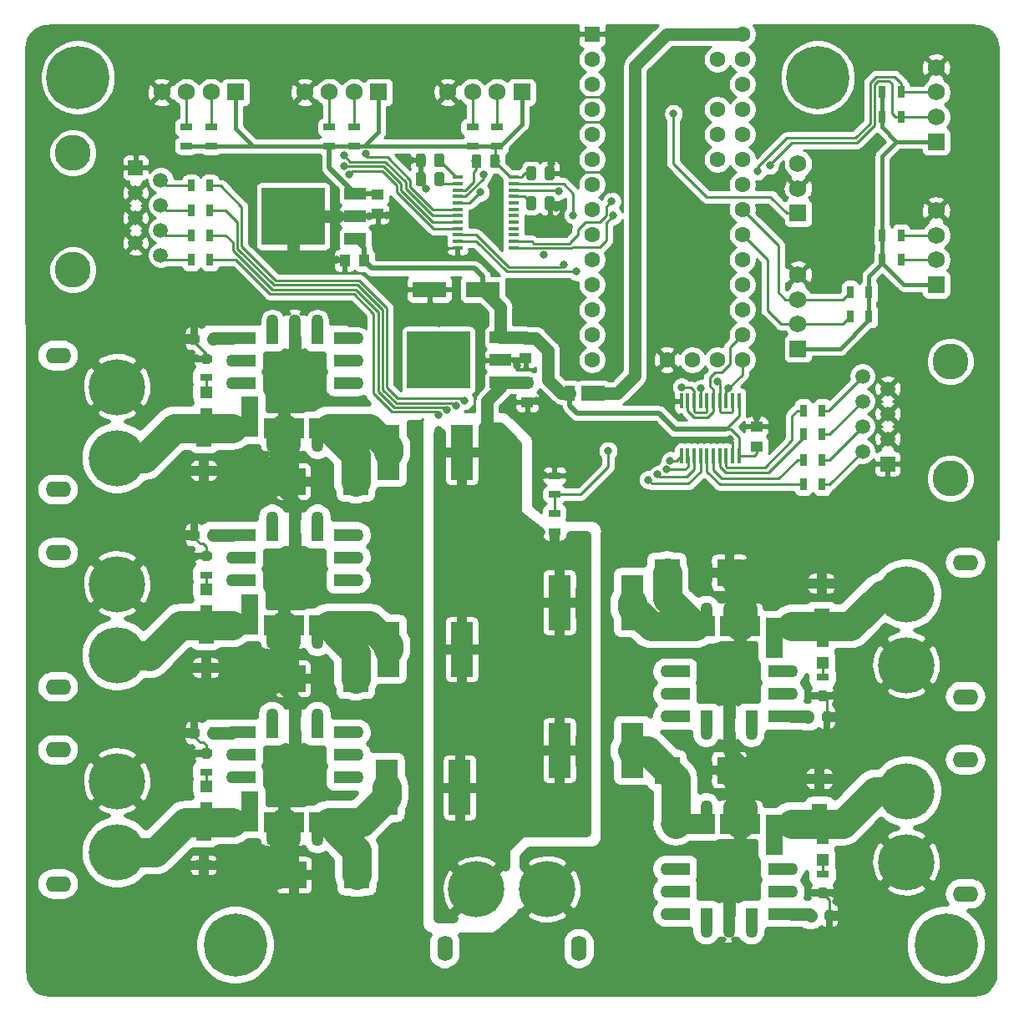
<source format=gbr>
G04 #@! TF.GenerationSoftware,KiCad,Pcbnew,(5.1.4-0-10_14)*
G04 #@! TF.CreationDate,2019-09-27T20:48:50-06:00*
G04 #@! TF.ProjectId,LED suit power,4c454420-7375-4697-9420-706f7765722e,rev?*
G04 #@! TF.SameCoordinates,Original*
G04 #@! TF.FileFunction,Copper,L1,Top*
G04 #@! TF.FilePolarity,Positive*
%FSLAX46Y46*%
G04 Gerber Fmt 4.6, Leading zero omitted, Abs format (unit mm)*
G04 Created by KiCad (PCBNEW (5.1.4-0-10_14)) date 2019-09-27 20:48:50*
%MOMM*%
%LPD*%
G04 APERTURE LIST*
%ADD10C,0.100000*%
%ADD11C,0.975000*%
%ADD12R,1.100000X0.400000*%
%ADD13C,1.750000*%
%ADD14R,1.750000X1.750000*%
%ADD15C,5.700000*%
%ADD16C,1.000000*%
%ADD17O,1.600000X2.600000*%
%ADD18O,2.600000X1.600000*%
%ADD19R,1.250000X1.000000*%
%ADD20R,1.050000X1.500000*%
%ADD21R,2.400000X1.500000*%
%ADD22R,0.300000X1.600000*%
%ADD23R,1.200000X1.200000*%
%ADD24C,6.400000*%
%ADD25C,0.800000*%
%ADD26R,1.300000X0.700000*%
%ADD27C,1.600000*%
%ADD28R,1.600000X1.600000*%
%ADD29R,3.500000X1.600000*%
%ADD30R,0.700000X1.300000*%
%ADD31R,1.000000X1.250000*%
%ADD32R,3.050000X2.750000*%
%ADD33R,6.400000X5.800000*%
%ADD34R,2.200000X1.200000*%
%ADD35C,3.650000*%
%ADD36R,1.500000X1.500000*%
%ADD37C,1.500000*%
%ADD38R,1.600000X1.000000*%
%ADD39R,2.300000X5.600000*%
%ADD40R,2.550000X2.700000*%
%ADD41R,1.270000X1.270000*%
%ADD42R,4.060000X2.030000*%
%ADD43R,1.780000X4.060000*%
%ADD44C,1.270000*%
%ADD45R,1.270000X2.000000*%
%ADD46R,2.000000X1.270000*%
%ADD47C,3.000000*%
%ADD48C,1.270000*%
%ADD49C,0.400000*%
%ADD50C,0.250000*%
%ADD51C,0.500000*%
%ADD52C,0.900000*%
%ADD53C,0.254000*%
G04 APERTURE END LIST*
D10*
G36*
X141030142Y-113701174D02*
G01*
X141053803Y-113704684D01*
X141077007Y-113710496D01*
X141099529Y-113718554D01*
X141121153Y-113728782D01*
X141141670Y-113741079D01*
X141160883Y-113755329D01*
X141178607Y-113771393D01*
X141194671Y-113789117D01*
X141208921Y-113808330D01*
X141221218Y-113828847D01*
X141231446Y-113850471D01*
X141239504Y-113872993D01*
X141245316Y-113896197D01*
X141248826Y-113919858D01*
X141250000Y-113943750D01*
X141250000Y-114856250D01*
X141248826Y-114880142D01*
X141245316Y-114903803D01*
X141239504Y-114927007D01*
X141231446Y-114949529D01*
X141221218Y-114971153D01*
X141208921Y-114991670D01*
X141194671Y-115010883D01*
X141178607Y-115028607D01*
X141160883Y-115044671D01*
X141141670Y-115058921D01*
X141121153Y-115071218D01*
X141099529Y-115081446D01*
X141077007Y-115089504D01*
X141053803Y-115095316D01*
X141030142Y-115098826D01*
X141006250Y-115100000D01*
X140518750Y-115100000D01*
X140494858Y-115098826D01*
X140471197Y-115095316D01*
X140447993Y-115089504D01*
X140425471Y-115081446D01*
X140403847Y-115071218D01*
X140383330Y-115058921D01*
X140364117Y-115044671D01*
X140346393Y-115028607D01*
X140330329Y-115010883D01*
X140316079Y-114991670D01*
X140303782Y-114971153D01*
X140293554Y-114949529D01*
X140285496Y-114927007D01*
X140279684Y-114903803D01*
X140276174Y-114880142D01*
X140275000Y-114856250D01*
X140275000Y-113943750D01*
X140276174Y-113919858D01*
X140279684Y-113896197D01*
X140285496Y-113872993D01*
X140293554Y-113850471D01*
X140303782Y-113828847D01*
X140316079Y-113808330D01*
X140330329Y-113789117D01*
X140346393Y-113771393D01*
X140364117Y-113755329D01*
X140383330Y-113741079D01*
X140403847Y-113728782D01*
X140425471Y-113718554D01*
X140447993Y-113710496D01*
X140471197Y-113704684D01*
X140494858Y-113701174D01*
X140518750Y-113700000D01*
X141006250Y-113700000D01*
X141030142Y-113701174D01*
X141030142Y-113701174D01*
G37*
D11*
X140762500Y-114400000D03*
D10*
G36*
X142905142Y-113701174D02*
G01*
X142928803Y-113704684D01*
X142952007Y-113710496D01*
X142974529Y-113718554D01*
X142996153Y-113728782D01*
X143016670Y-113741079D01*
X143035883Y-113755329D01*
X143053607Y-113771393D01*
X143069671Y-113789117D01*
X143083921Y-113808330D01*
X143096218Y-113828847D01*
X143106446Y-113850471D01*
X143114504Y-113872993D01*
X143120316Y-113896197D01*
X143123826Y-113919858D01*
X143125000Y-113943750D01*
X143125000Y-114856250D01*
X143123826Y-114880142D01*
X143120316Y-114903803D01*
X143114504Y-114927007D01*
X143106446Y-114949529D01*
X143096218Y-114971153D01*
X143083921Y-114991670D01*
X143069671Y-115010883D01*
X143053607Y-115028607D01*
X143035883Y-115044671D01*
X143016670Y-115058921D01*
X142996153Y-115071218D01*
X142974529Y-115081446D01*
X142952007Y-115089504D01*
X142928803Y-115095316D01*
X142905142Y-115098826D01*
X142881250Y-115100000D01*
X142393750Y-115100000D01*
X142369858Y-115098826D01*
X142346197Y-115095316D01*
X142322993Y-115089504D01*
X142300471Y-115081446D01*
X142278847Y-115071218D01*
X142258330Y-115058921D01*
X142239117Y-115044671D01*
X142221393Y-115028607D01*
X142205329Y-115010883D01*
X142191079Y-114991670D01*
X142178782Y-114971153D01*
X142168554Y-114949529D01*
X142160496Y-114927007D01*
X142154684Y-114903803D01*
X142151174Y-114880142D01*
X142150000Y-114856250D01*
X142150000Y-113943750D01*
X142151174Y-113919858D01*
X142154684Y-113896197D01*
X142160496Y-113872993D01*
X142168554Y-113850471D01*
X142178782Y-113828847D01*
X142191079Y-113808330D01*
X142205329Y-113789117D01*
X142221393Y-113771393D01*
X142239117Y-113755329D01*
X142258330Y-113741079D01*
X142278847Y-113728782D01*
X142300471Y-113718554D01*
X142322993Y-113710496D01*
X142346197Y-113704684D01*
X142369858Y-113701174D01*
X142393750Y-113700000D01*
X142881250Y-113700000D01*
X142905142Y-113701174D01*
X142905142Y-113701174D01*
G37*
D11*
X142637500Y-114400000D03*
D10*
G36*
X141030142Y-115601174D02*
G01*
X141053803Y-115604684D01*
X141077007Y-115610496D01*
X141099529Y-115618554D01*
X141121153Y-115628782D01*
X141141670Y-115641079D01*
X141160883Y-115655329D01*
X141178607Y-115671393D01*
X141194671Y-115689117D01*
X141208921Y-115708330D01*
X141221218Y-115728847D01*
X141231446Y-115750471D01*
X141239504Y-115772993D01*
X141245316Y-115796197D01*
X141248826Y-115819858D01*
X141250000Y-115843750D01*
X141250000Y-116756250D01*
X141248826Y-116780142D01*
X141245316Y-116803803D01*
X141239504Y-116827007D01*
X141231446Y-116849529D01*
X141221218Y-116871153D01*
X141208921Y-116891670D01*
X141194671Y-116910883D01*
X141178607Y-116928607D01*
X141160883Y-116944671D01*
X141141670Y-116958921D01*
X141121153Y-116971218D01*
X141099529Y-116981446D01*
X141077007Y-116989504D01*
X141053803Y-116995316D01*
X141030142Y-116998826D01*
X141006250Y-117000000D01*
X140518750Y-117000000D01*
X140494858Y-116998826D01*
X140471197Y-116995316D01*
X140447993Y-116989504D01*
X140425471Y-116981446D01*
X140403847Y-116971218D01*
X140383330Y-116958921D01*
X140364117Y-116944671D01*
X140346393Y-116928607D01*
X140330329Y-116910883D01*
X140316079Y-116891670D01*
X140303782Y-116871153D01*
X140293554Y-116849529D01*
X140285496Y-116827007D01*
X140279684Y-116803803D01*
X140276174Y-116780142D01*
X140275000Y-116756250D01*
X140275000Y-115843750D01*
X140276174Y-115819858D01*
X140279684Y-115796197D01*
X140285496Y-115772993D01*
X140293554Y-115750471D01*
X140303782Y-115728847D01*
X140316079Y-115708330D01*
X140330329Y-115689117D01*
X140346393Y-115671393D01*
X140364117Y-115655329D01*
X140383330Y-115641079D01*
X140403847Y-115628782D01*
X140425471Y-115618554D01*
X140447993Y-115610496D01*
X140471197Y-115604684D01*
X140494858Y-115601174D01*
X140518750Y-115600000D01*
X141006250Y-115600000D01*
X141030142Y-115601174D01*
X141030142Y-115601174D01*
G37*
D11*
X140762500Y-116300000D03*
D10*
G36*
X142905142Y-115601174D02*
G01*
X142928803Y-115604684D01*
X142952007Y-115610496D01*
X142974529Y-115618554D01*
X142996153Y-115628782D01*
X143016670Y-115641079D01*
X143035883Y-115655329D01*
X143053607Y-115671393D01*
X143069671Y-115689117D01*
X143083921Y-115708330D01*
X143096218Y-115728847D01*
X143106446Y-115750471D01*
X143114504Y-115772993D01*
X143120316Y-115796197D01*
X143123826Y-115819858D01*
X143125000Y-115843750D01*
X143125000Y-116756250D01*
X143123826Y-116780142D01*
X143120316Y-116803803D01*
X143114504Y-116827007D01*
X143106446Y-116849529D01*
X143096218Y-116871153D01*
X143083921Y-116891670D01*
X143069671Y-116910883D01*
X143053607Y-116928607D01*
X143035883Y-116944671D01*
X143016670Y-116958921D01*
X142996153Y-116971218D01*
X142974529Y-116981446D01*
X142952007Y-116989504D01*
X142928803Y-116995316D01*
X142905142Y-116998826D01*
X142881250Y-117000000D01*
X142393750Y-117000000D01*
X142369858Y-116998826D01*
X142346197Y-116995316D01*
X142322993Y-116989504D01*
X142300471Y-116981446D01*
X142278847Y-116971218D01*
X142258330Y-116958921D01*
X142239117Y-116944671D01*
X142221393Y-116928607D01*
X142205329Y-116910883D01*
X142191079Y-116891670D01*
X142178782Y-116871153D01*
X142168554Y-116849529D01*
X142160496Y-116827007D01*
X142154684Y-116803803D01*
X142151174Y-116780142D01*
X142150000Y-116756250D01*
X142150000Y-115843750D01*
X142151174Y-115819858D01*
X142154684Y-115796197D01*
X142160496Y-115772993D01*
X142168554Y-115750471D01*
X142178782Y-115728847D01*
X142191079Y-115708330D01*
X142205329Y-115689117D01*
X142221393Y-115671393D01*
X142239117Y-115655329D01*
X142258330Y-115641079D01*
X142278847Y-115628782D01*
X142300471Y-115618554D01*
X142322993Y-115610496D01*
X142346197Y-115604684D01*
X142369858Y-115601174D01*
X142393750Y-115600000D01*
X142881250Y-115600000D01*
X142905142Y-115601174D01*
X142905142Y-115601174D01*
G37*
D11*
X142637500Y-116300000D03*
D10*
G36*
X154105142Y-118051174D02*
G01*
X154128803Y-118054684D01*
X154152007Y-118060496D01*
X154174529Y-118068554D01*
X154196153Y-118078782D01*
X154216670Y-118091079D01*
X154235883Y-118105329D01*
X154253607Y-118121393D01*
X154269671Y-118139117D01*
X154283921Y-118158330D01*
X154296218Y-118178847D01*
X154306446Y-118200471D01*
X154314504Y-118222993D01*
X154320316Y-118246197D01*
X154323826Y-118269858D01*
X154325000Y-118293750D01*
X154325000Y-119206250D01*
X154323826Y-119230142D01*
X154320316Y-119253803D01*
X154314504Y-119277007D01*
X154306446Y-119299529D01*
X154296218Y-119321153D01*
X154283921Y-119341670D01*
X154269671Y-119360883D01*
X154253607Y-119378607D01*
X154235883Y-119394671D01*
X154216670Y-119408921D01*
X154196153Y-119421218D01*
X154174529Y-119431446D01*
X154152007Y-119439504D01*
X154128803Y-119445316D01*
X154105142Y-119448826D01*
X154081250Y-119450000D01*
X153593750Y-119450000D01*
X153569858Y-119448826D01*
X153546197Y-119445316D01*
X153522993Y-119439504D01*
X153500471Y-119431446D01*
X153478847Y-119421218D01*
X153458330Y-119408921D01*
X153439117Y-119394671D01*
X153421393Y-119378607D01*
X153405329Y-119360883D01*
X153391079Y-119341670D01*
X153378782Y-119321153D01*
X153368554Y-119299529D01*
X153360496Y-119277007D01*
X153354684Y-119253803D01*
X153351174Y-119230142D01*
X153350000Y-119206250D01*
X153350000Y-118293750D01*
X153351174Y-118269858D01*
X153354684Y-118246197D01*
X153360496Y-118222993D01*
X153368554Y-118200471D01*
X153378782Y-118178847D01*
X153391079Y-118158330D01*
X153405329Y-118139117D01*
X153421393Y-118121393D01*
X153439117Y-118105329D01*
X153458330Y-118091079D01*
X153478847Y-118078782D01*
X153500471Y-118068554D01*
X153522993Y-118060496D01*
X153546197Y-118054684D01*
X153569858Y-118051174D01*
X153593750Y-118050000D01*
X154081250Y-118050000D01*
X154105142Y-118051174D01*
X154105142Y-118051174D01*
G37*
D11*
X153837500Y-118750000D03*
D10*
G36*
X152230142Y-118051174D02*
G01*
X152253803Y-118054684D01*
X152277007Y-118060496D01*
X152299529Y-118068554D01*
X152321153Y-118078782D01*
X152341670Y-118091079D01*
X152360883Y-118105329D01*
X152378607Y-118121393D01*
X152394671Y-118139117D01*
X152408921Y-118158330D01*
X152421218Y-118178847D01*
X152431446Y-118200471D01*
X152439504Y-118222993D01*
X152445316Y-118246197D01*
X152448826Y-118269858D01*
X152450000Y-118293750D01*
X152450000Y-119206250D01*
X152448826Y-119230142D01*
X152445316Y-119253803D01*
X152439504Y-119277007D01*
X152431446Y-119299529D01*
X152421218Y-119321153D01*
X152408921Y-119341670D01*
X152394671Y-119360883D01*
X152378607Y-119378607D01*
X152360883Y-119394671D01*
X152341670Y-119408921D01*
X152321153Y-119421218D01*
X152299529Y-119431446D01*
X152277007Y-119439504D01*
X152253803Y-119445316D01*
X152230142Y-119448826D01*
X152206250Y-119450000D01*
X151718750Y-119450000D01*
X151694858Y-119448826D01*
X151671197Y-119445316D01*
X151647993Y-119439504D01*
X151625471Y-119431446D01*
X151603847Y-119421218D01*
X151583330Y-119408921D01*
X151564117Y-119394671D01*
X151546393Y-119378607D01*
X151530329Y-119360883D01*
X151516079Y-119341670D01*
X151503782Y-119321153D01*
X151493554Y-119299529D01*
X151485496Y-119277007D01*
X151479684Y-119253803D01*
X151476174Y-119230142D01*
X151475000Y-119206250D01*
X151475000Y-118293750D01*
X151476174Y-118269858D01*
X151479684Y-118246197D01*
X151485496Y-118222993D01*
X151493554Y-118200471D01*
X151503782Y-118178847D01*
X151516079Y-118158330D01*
X151530329Y-118139117D01*
X151546393Y-118121393D01*
X151564117Y-118105329D01*
X151583330Y-118091079D01*
X151603847Y-118078782D01*
X151625471Y-118068554D01*
X151647993Y-118060496D01*
X151671197Y-118054684D01*
X151694858Y-118051174D01*
X151718750Y-118050000D01*
X152206250Y-118050000D01*
X152230142Y-118051174D01*
X152230142Y-118051174D01*
G37*
D11*
X151962500Y-118750000D03*
D10*
G36*
X148555142Y-113801174D02*
G01*
X148578803Y-113804684D01*
X148602007Y-113810496D01*
X148624529Y-113818554D01*
X148646153Y-113828782D01*
X148666670Y-113841079D01*
X148685883Y-113855329D01*
X148703607Y-113871393D01*
X148719671Y-113889117D01*
X148733921Y-113908330D01*
X148746218Y-113928847D01*
X148756446Y-113950471D01*
X148764504Y-113972993D01*
X148770316Y-113996197D01*
X148773826Y-114019858D01*
X148775000Y-114043750D01*
X148775000Y-114956250D01*
X148773826Y-114980142D01*
X148770316Y-115003803D01*
X148764504Y-115027007D01*
X148756446Y-115049529D01*
X148746218Y-115071153D01*
X148733921Y-115091670D01*
X148719671Y-115110883D01*
X148703607Y-115128607D01*
X148685883Y-115144671D01*
X148666670Y-115158921D01*
X148646153Y-115171218D01*
X148624529Y-115181446D01*
X148602007Y-115189504D01*
X148578803Y-115195316D01*
X148555142Y-115198826D01*
X148531250Y-115200000D01*
X148043750Y-115200000D01*
X148019858Y-115198826D01*
X147996197Y-115195316D01*
X147972993Y-115189504D01*
X147950471Y-115181446D01*
X147928847Y-115171218D01*
X147908330Y-115158921D01*
X147889117Y-115144671D01*
X147871393Y-115128607D01*
X147855329Y-115110883D01*
X147841079Y-115091670D01*
X147828782Y-115071153D01*
X147818554Y-115049529D01*
X147810496Y-115027007D01*
X147804684Y-115003803D01*
X147801174Y-114980142D01*
X147800000Y-114956250D01*
X147800000Y-114043750D01*
X147801174Y-114019858D01*
X147804684Y-113996197D01*
X147810496Y-113972993D01*
X147818554Y-113950471D01*
X147828782Y-113928847D01*
X147841079Y-113908330D01*
X147855329Y-113889117D01*
X147871393Y-113871393D01*
X147889117Y-113855329D01*
X147908330Y-113841079D01*
X147928847Y-113828782D01*
X147950471Y-113818554D01*
X147972993Y-113810496D01*
X147996197Y-113804684D01*
X148019858Y-113801174D01*
X148043750Y-113800000D01*
X148531250Y-113800000D01*
X148555142Y-113801174D01*
X148555142Y-113801174D01*
G37*
D11*
X148287500Y-114500000D03*
D10*
G36*
X146680142Y-113801174D02*
G01*
X146703803Y-113804684D01*
X146727007Y-113810496D01*
X146749529Y-113818554D01*
X146771153Y-113828782D01*
X146791670Y-113841079D01*
X146810883Y-113855329D01*
X146828607Y-113871393D01*
X146844671Y-113889117D01*
X146858921Y-113908330D01*
X146871218Y-113928847D01*
X146881446Y-113950471D01*
X146889504Y-113972993D01*
X146895316Y-113996197D01*
X146898826Y-114019858D01*
X146900000Y-114043750D01*
X146900000Y-114956250D01*
X146898826Y-114980142D01*
X146895316Y-115003803D01*
X146889504Y-115027007D01*
X146881446Y-115049529D01*
X146871218Y-115071153D01*
X146858921Y-115091670D01*
X146844671Y-115110883D01*
X146828607Y-115128607D01*
X146810883Y-115144671D01*
X146791670Y-115158921D01*
X146771153Y-115171218D01*
X146749529Y-115181446D01*
X146727007Y-115189504D01*
X146703803Y-115195316D01*
X146680142Y-115198826D01*
X146656250Y-115200000D01*
X146168750Y-115200000D01*
X146144858Y-115198826D01*
X146121197Y-115195316D01*
X146097993Y-115189504D01*
X146075471Y-115181446D01*
X146053847Y-115171218D01*
X146033330Y-115158921D01*
X146014117Y-115144671D01*
X145996393Y-115128607D01*
X145980329Y-115110883D01*
X145966079Y-115091670D01*
X145953782Y-115071153D01*
X145943554Y-115049529D01*
X145935496Y-115027007D01*
X145929684Y-115003803D01*
X145926174Y-114980142D01*
X145925000Y-114956250D01*
X145925000Y-114043750D01*
X145926174Y-114019858D01*
X145929684Y-113996197D01*
X145935496Y-113972993D01*
X145943554Y-113950471D01*
X145953782Y-113928847D01*
X145966079Y-113908330D01*
X145980329Y-113889117D01*
X145996393Y-113871393D01*
X146014117Y-113855329D01*
X146033330Y-113841079D01*
X146053847Y-113828782D01*
X146075471Y-113818554D01*
X146097993Y-113810496D01*
X146121197Y-113804684D01*
X146144858Y-113801174D01*
X146168750Y-113800000D01*
X146656250Y-113800000D01*
X146680142Y-113801174D01*
X146680142Y-113801174D01*
G37*
D11*
X146412500Y-114500000D03*
D10*
G36*
X154105142Y-115001174D02*
G01*
X154128803Y-115004684D01*
X154152007Y-115010496D01*
X154174529Y-115018554D01*
X154196153Y-115028782D01*
X154216670Y-115041079D01*
X154235883Y-115055329D01*
X154253607Y-115071393D01*
X154269671Y-115089117D01*
X154283921Y-115108330D01*
X154296218Y-115128847D01*
X154306446Y-115150471D01*
X154314504Y-115172993D01*
X154320316Y-115196197D01*
X154323826Y-115219858D01*
X154325000Y-115243750D01*
X154325000Y-116156250D01*
X154323826Y-116180142D01*
X154320316Y-116203803D01*
X154314504Y-116227007D01*
X154306446Y-116249529D01*
X154296218Y-116271153D01*
X154283921Y-116291670D01*
X154269671Y-116310883D01*
X154253607Y-116328607D01*
X154235883Y-116344671D01*
X154216670Y-116358921D01*
X154196153Y-116371218D01*
X154174529Y-116381446D01*
X154152007Y-116389504D01*
X154128803Y-116395316D01*
X154105142Y-116398826D01*
X154081250Y-116400000D01*
X153593750Y-116400000D01*
X153569858Y-116398826D01*
X153546197Y-116395316D01*
X153522993Y-116389504D01*
X153500471Y-116381446D01*
X153478847Y-116371218D01*
X153458330Y-116358921D01*
X153439117Y-116344671D01*
X153421393Y-116328607D01*
X153405329Y-116310883D01*
X153391079Y-116291670D01*
X153378782Y-116271153D01*
X153368554Y-116249529D01*
X153360496Y-116227007D01*
X153354684Y-116203803D01*
X153351174Y-116180142D01*
X153350000Y-116156250D01*
X153350000Y-115243750D01*
X153351174Y-115219858D01*
X153354684Y-115196197D01*
X153360496Y-115172993D01*
X153368554Y-115150471D01*
X153378782Y-115128847D01*
X153391079Y-115108330D01*
X153405329Y-115089117D01*
X153421393Y-115071393D01*
X153439117Y-115055329D01*
X153458330Y-115041079D01*
X153478847Y-115028782D01*
X153500471Y-115018554D01*
X153522993Y-115010496D01*
X153546197Y-115004684D01*
X153569858Y-115001174D01*
X153593750Y-115000000D01*
X154081250Y-115000000D01*
X154105142Y-115001174D01*
X154105142Y-115001174D01*
G37*
D11*
X153837500Y-115700000D03*
D10*
G36*
X152230142Y-115001174D02*
G01*
X152253803Y-115004684D01*
X152277007Y-115010496D01*
X152299529Y-115018554D01*
X152321153Y-115028782D01*
X152341670Y-115041079D01*
X152360883Y-115055329D01*
X152378607Y-115071393D01*
X152394671Y-115089117D01*
X152408921Y-115108330D01*
X152421218Y-115128847D01*
X152431446Y-115150471D01*
X152439504Y-115172993D01*
X152445316Y-115196197D01*
X152448826Y-115219858D01*
X152450000Y-115243750D01*
X152450000Y-116156250D01*
X152448826Y-116180142D01*
X152445316Y-116203803D01*
X152439504Y-116227007D01*
X152431446Y-116249529D01*
X152421218Y-116271153D01*
X152408921Y-116291670D01*
X152394671Y-116310883D01*
X152378607Y-116328607D01*
X152360883Y-116344671D01*
X152341670Y-116358921D01*
X152321153Y-116371218D01*
X152299529Y-116381446D01*
X152277007Y-116389504D01*
X152253803Y-116395316D01*
X152230142Y-116398826D01*
X152206250Y-116400000D01*
X151718750Y-116400000D01*
X151694858Y-116398826D01*
X151671197Y-116395316D01*
X151647993Y-116389504D01*
X151625471Y-116381446D01*
X151603847Y-116371218D01*
X151583330Y-116358921D01*
X151564117Y-116344671D01*
X151546393Y-116328607D01*
X151530329Y-116310883D01*
X151516079Y-116291670D01*
X151503782Y-116271153D01*
X151493554Y-116249529D01*
X151485496Y-116227007D01*
X151479684Y-116203803D01*
X151476174Y-116180142D01*
X151475000Y-116156250D01*
X151475000Y-115243750D01*
X151476174Y-115219858D01*
X151479684Y-115196197D01*
X151485496Y-115172993D01*
X151493554Y-115150471D01*
X151503782Y-115128847D01*
X151516079Y-115108330D01*
X151530329Y-115089117D01*
X151546393Y-115071393D01*
X151564117Y-115055329D01*
X151583330Y-115041079D01*
X151603847Y-115028782D01*
X151625471Y-115018554D01*
X151647993Y-115010496D01*
X151671197Y-115004684D01*
X151694858Y-115001174D01*
X151718750Y-115000000D01*
X152206250Y-115000000D01*
X152230142Y-115001174D01*
X152230142Y-115001174D01*
G37*
D11*
X151962500Y-115700000D03*
D12*
X150200000Y-116125000D03*
X150200000Y-116775000D03*
X150200000Y-117425000D03*
X150200000Y-118075000D03*
X150200000Y-118725000D03*
X150200000Y-119375000D03*
X150200000Y-120025000D03*
X150200000Y-120675000D03*
X150200000Y-121325000D03*
X150200000Y-121975000D03*
X150200000Y-122625000D03*
X150200000Y-123275000D03*
X144500000Y-123275000D03*
X144500000Y-122625000D03*
X144500000Y-121975000D03*
X144500000Y-121325000D03*
X144500000Y-120675000D03*
X144500000Y-120025000D03*
X144500000Y-119375000D03*
X144500000Y-118725000D03*
X144500000Y-118075000D03*
X144500000Y-117425000D03*
X144500000Y-116775000D03*
X144500000Y-116125000D03*
D13*
X179000000Y-114750000D03*
X179000000Y-117250000D03*
D14*
X179000000Y-119750000D03*
D15*
X146400000Y-188350000D03*
X153600000Y-188350000D03*
D16*
X148400000Y-188350000D03*
X144400000Y-188350000D03*
X146400000Y-186350000D03*
X146400000Y-190350000D03*
X145000000Y-189750000D03*
X145000000Y-186950000D03*
X147800000Y-186950000D03*
X147800000Y-189750000D03*
D17*
X143200000Y-194350000D03*
X156800000Y-194350000D03*
D16*
X153600000Y-190350000D03*
X153600000Y-186350000D03*
X151600000Y-188350000D03*
X155600000Y-188350000D03*
X155000000Y-189750000D03*
X152200000Y-189750000D03*
X152200000Y-186950000D03*
X155000000Y-186950000D03*
D15*
X110000000Y-184600000D03*
X110000000Y-177400000D03*
D16*
X110000000Y-186600000D03*
X110000000Y-182600000D03*
X112000000Y-184600000D03*
X108000000Y-184600000D03*
X108600000Y-183200000D03*
X111400000Y-183200000D03*
X111400000Y-186000000D03*
X108600000Y-186000000D03*
D18*
X104000000Y-174200000D03*
X104000000Y-187800000D03*
D16*
X108000000Y-177400000D03*
X112000000Y-177400000D03*
X110000000Y-175400000D03*
X110000000Y-179400000D03*
X108600000Y-178800000D03*
X108600000Y-176000000D03*
X111400000Y-176000000D03*
X111400000Y-178800000D03*
D15*
X110000000Y-164600000D03*
X110000000Y-157400000D03*
D16*
X110000000Y-166600000D03*
X110000000Y-162600000D03*
X112000000Y-164600000D03*
X108000000Y-164600000D03*
X108600000Y-163200000D03*
X111400000Y-163200000D03*
X111400000Y-166000000D03*
X108600000Y-166000000D03*
D18*
X104000000Y-154200000D03*
X104000000Y-167800000D03*
D16*
X108000000Y-157400000D03*
X112000000Y-157400000D03*
X110000000Y-155400000D03*
X110000000Y-159400000D03*
X108600000Y-158800000D03*
X108600000Y-156000000D03*
X111400000Y-156000000D03*
X111400000Y-158800000D03*
D15*
X110000000Y-144600000D03*
X110000000Y-137400000D03*
D16*
X110000000Y-146600000D03*
X110000000Y-142600000D03*
X112000000Y-144600000D03*
X108000000Y-144600000D03*
X108600000Y-143200000D03*
X111400000Y-143200000D03*
X111400000Y-146000000D03*
X108600000Y-146000000D03*
D18*
X104000000Y-134200000D03*
X104000000Y-147800000D03*
D16*
X108000000Y-137400000D03*
X112000000Y-137400000D03*
X110000000Y-135400000D03*
X110000000Y-139400000D03*
X108600000Y-138800000D03*
X108600000Y-136000000D03*
X111400000Y-136000000D03*
X111400000Y-138800000D03*
D15*
X190000000Y-158400000D03*
X190000000Y-165600000D03*
D16*
X190000000Y-156400000D03*
X190000000Y-160400000D03*
X188000000Y-158400000D03*
X192000000Y-158400000D03*
X191400000Y-159800000D03*
X188600000Y-159800000D03*
X188600000Y-157000000D03*
X191400000Y-157000000D03*
D18*
X196000000Y-168800000D03*
X196000000Y-155200000D03*
D16*
X192000000Y-165600000D03*
X188000000Y-165600000D03*
X190000000Y-167600000D03*
X190000000Y-163600000D03*
X191400000Y-164200000D03*
X191400000Y-167000000D03*
X188600000Y-167000000D03*
X188600000Y-164200000D03*
D15*
X190000000Y-178400000D03*
X190000000Y-185600000D03*
D16*
X190000000Y-176400000D03*
X190000000Y-180400000D03*
X188000000Y-178400000D03*
X192000000Y-178400000D03*
X191400000Y-179800000D03*
X188600000Y-179800000D03*
X188600000Y-177000000D03*
X191400000Y-177000000D03*
D18*
X196000000Y-188800000D03*
X196000000Y-175200000D03*
D16*
X192000000Y-185600000D03*
X188000000Y-185600000D03*
X190000000Y-187600000D03*
X190000000Y-183600000D03*
X191400000Y-184200000D03*
X191400000Y-187000000D03*
X188600000Y-187000000D03*
X188600000Y-184200000D03*
D19*
X151550000Y-138925000D03*
X151550000Y-136925000D03*
D20*
X155875000Y-138000000D03*
D21*
X158250000Y-138000000D03*
D22*
X167175000Y-144400000D03*
X167825000Y-144400000D03*
X169775000Y-138800000D03*
X170425000Y-138800000D03*
X171075000Y-138800000D03*
X171725000Y-138800000D03*
X172375000Y-138800000D03*
X173025000Y-138800000D03*
X169125000Y-138800000D03*
X168475000Y-138800000D03*
X167825000Y-138800000D03*
X167175000Y-138800000D03*
X168475000Y-144400000D03*
X169125000Y-144400000D03*
X169775000Y-144400000D03*
X170425000Y-144400000D03*
X171075000Y-144400000D03*
X171725000Y-144400000D03*
X173025000Y-144400000D03*
X172375000Y-144400000D03*
D23*
X181500000Y-185350000D03*
X181500000Y-183150000D03*
X119000000Y-160100000D03*
X119000000Y-157900000D03*
X119000000Y-137900000D03*
X119000000Y-140100000D03*
X181500000Y-163150000D03*
X181500000Y-165350000D03*
X119000000Y-177900000D03*
X119000000Y-180100000D03*
D24*
X194000000Y-194000000D03*
D25*
X196400000Y-194000000D03*
X195697056Y-195697056D03*
X194000000Y-196400000D03*
X192302944Y-195697056D03*
X191600000Y-194000000D03*
X192302944Y-192302944D03*
X194000000Y-191600000D03*
X195697056Y-192302944D03*
X182697056Y-104302944D03*
X181000000Y-103600000D03*
X179302944Y-104302944D03*
X178600000Y-106000000D03*
X179302944Y-107697056D03*
X181000000Y-108400000D03*
X182697056Y-107697056D03*
X183400000Y-106000000D03*
D24*
X181000000Y-106000000D03*
X122000000Y-194000000D03*
D25*
X124400000Y-194000000D03*
X123697056Y-195697056D03*
X122000000Y-196400000D03*
X120302944Y-195697056D03*
X119600000Y-194000000D03*
X120302944Y-192302944D03*
X122000000Y-191600000D03*
X123697056Y-192302944D03*
X107697056Y-104302944D03*
X106000000Y-103600000D03*
X104302944Y-104302944D03*
X103600000Y-106000000D03*
X104302944Y-107697056D03*
X106000000Y-108400000D03*
X107697056Y-107697056D03*
X108400000Y-106000000D03*
D24*
X106000000Y-106000000D03*
D26*
X181500000Y-168700000D03*
X181500000Y-166800000D03*
X181500000Y-186800000D03*
X181500000Y-188700000D03*
X119000000Y-174550000D03*
X119000000Y-176450000D03*
X119000000Y-156450000D03*
X119000000Y-154550000D03*
X119000000Y-134550000D03*
X119000000Y-136450000D03*
D27*
X165735000Y-134620000D03*
X168275000Y-134620000D03*
X170815000Y-134620000D03*
X173355000Y-134620000D03*
X158115000Y-134620000D03*
X173355000Y-132080000D03*
X173355000Y-129540000D03*
X173355000Y-127000000D03*
X173355000Y-124460000D03*
X173355000Y-121920000D03*
X173355000Y-119380000D03*
X173355000Y-116840000D03*
X173355000Y-114300000D03*
X173355000Y-111760000D03*
X173355000Y-109220000D03*
X173355000Y-106680000D03*
X173355000Y-104140000D03*
X173355000Y-101600000D03*
X170815000Y-104140000D03*
X170815000Y-109220000D03*
X170815000Y-111760000D03*
X170815000Y-114300000D03*
X158115000Y-132080000D03*
X158115000Y-129540000D03*
X158115000Y-127000000D03*
X158115000Y-124460000D03*
X158115000Y-121920000D03*
X158115000Y-119380000D03*
X158115000Y-116840000D03*
X158115000Y-114300000D03*
X158115000Y-111760000D03*
X158115000Y-109220000D03*
X158115000Y-106680000D03*
X158115000Y-104140000D03*
D28*
X158115000Y-101600000D03*
D29*
X141650000Y-127500000D03*
X147050000Y-127500000D03*
D30*
X184300000Y-130250000D03*
X186200000Y-130250000D03*
D26*
X131500000Y-112950000D03*
X131500000Y-111050000D03*
X146000000Y-111050000D03*
X146000000Y-112950000D03*
X148500000Y-112950000D03*
X148500000Y-111050000D03*
X117000000Y-111050000D03*
X117000000Y-112950000D03*
D30*
X187550000Y-122000000D03*
X189450000Y-122000000D03*
X189450000Y-107500000D03*
X187550000Y-107500000D03*
X186200000Y-127750000D03*
X184300000Y-127750000D03*
D26*
X134000000Y-111050000D03*
X134000000Y-112950000D03*
X119500000Y-112950000D03*
X119500000Y-111050000D03*
D30*
X189450000Y-124500000D03*
X187550000Y-124500000D03*
X187550000Y-110000000D03*
X189450000Y-110000000D03*
D19*
X136400000Y-117850000D03*
X136400000Y-119850000D03*
D31*
X133050000Y-124550000D03*
X135050000Y-124550000D03*
D32*
X129499999Y-118549999D03*
X126149999Y-121599999D03*
X129499999Y-121599999D03*
X126149999Y-118549999D03*
D33*
X127824999Y-120074999D03*
D34*
X134124999Y-117794999D03*
X134124999Y-120074999D03*
X134124999Y-122354999D03*
D13*
X179000000Y-126000000D03*
X179000000Y-128500000D03*
X179000000Y-131000000D03*
D14*
X179000000Y-133500000D03*
X151000000Y-107500000D03*
D13*
X148500000Y-107500000D03*
X146000000Y-107500000D03*
X143500000Y-107500000D03*
X129000000Y-107500000D03*
X131500000Y-107500000D03*
X134000000Y-107500000D03*
D14*
X136500000Y-107500000D03*
X122000000Y-107500000D03*
D13*
X119500000Y-107500000D03*
X117000000Y-107500000D03*
X114500000Y-107500000D03*
X193000000Y-119500000D03*
X193000000Y-122000000D03*
X193000000Y-124500000D03*
D14*
X193000000Y-127000000D03*
D13*
X193000000Y-105000000D03*
X193000000Y-107500000D03*
X193000000Y-110000000D03*
D14*
X193000000Y-112500000D03*
D19*
X174800000Y-143400000D03*
X174800000Y-141400000D03*
X151400000Y-132425000D03*
X151400000Y-134425000D03*
D35*
X105501222Y-125516787D03*
X105501222Y-113646787D03*
D36*
X111851222Y-115136787D03*
D37*
X114391222Y-116406787D03*
X111851222Y-117676787D03*
X114391222Y-118946787D03*
X111851222Y-120216787D03*
X114391222Y-121486787D03*
X111851222Y-122756787D03*
X114391222Y-124026787D03*
D26*
X154305000Y-152080000D03*
X154305000Y-150180000D03*
X154305000Y-146370000D03*
X154305000Y-148270000D03*
D34*
X148864461Y-136935109D03*
X148864461Y-134655109D03*
X148864461Y-132375109D03*
D33*
X142564461Y-134655109D03*
D32*
X140889461Y-133130109D03*
X144239461Y-136180109D03*
X140889461Y-136180109D03*
X144239461Y-133130109D03*
D38*
X118750000Y-185900000D03*
X118750000Y-182900000D03*
X119000000Y-162900000D03*
X119000000Y-165900000D03*
X118800000Y-142900000D03*
X118800000Y-145900000D03*
X181400000Y-160350000D03*
X181400000Y-157350000D03*
X181200000Y-180150000D03*
X181200000Y-177150000D03*
D30*
X119695000Y-172500000D03*
X117795000Y-172500000D03*
X119695000Y-152400000D03*
X117795000Y-152400000D03*
X119695000Y-132500000D03*
X117795000Y-132500000D03*
X180025000Y-170875000D03*
X181925000Y-170875000D03*
X180300000Y-191000000D03*
X182200000Y-191000000D03*
D35*
X194435001Y-134798343D03*
X194435001Y-146668343D03*
D36*
X188085001Y-145178343D03*
D37*
X185545001Y-143908343D03*
X188085001Y-142638343D03*
X185545001Y-141368343D03*
X188085001Y-140098343D03*
X185545001Y-138828343D03*
X188085001Y-137558343D03*
X185545001Y-136288343D03*
D30*
X181450000Y-139763344D03*
X179550000Y-139763344D03*
X181450000Y-142213344D03*
X179550000Y-142213344D03*
X181450000Y-144763344D03*
X179550000Y-144763344D03*
X181450000Y-147263344D03*
X179550000Y-147263344D03*
X117486223Y-124481786D03*
X119386223Y-124481786D03*
X117486223Y-121981786D03*
X119386223Y-121981786D03*
X117486223Y-119481786D03*
X119386223Y-119481786D03*
X117486223Y-116981786D03*
X119386223Y-116981786D03*
D39*
X154800000Y-159250000D03*
X162200000Y-159250000D03*
D40*
X165720000Y-176250000D03*
X172070000Y-176250000D03*
X165720000Y-156250000D03*
X172070000Y-156250000D03*
X134180000Y-147000000D03*
X127830000Y-147000000D03*
X134180000Y-167000000D03*
X127830000Y-167000000D03*
X134280000Y-186900000D03*
X127930000Y-186900000D03*
D39*
X154800000Y-174250000D03*
X162200000Y-174250000D03*
X144900000Y-144000000D03*
X137500000Y-144000000D03*
X144900000Y-164000000D03*
X137500000Y-164000000D03*
X144700000Y-178000000D03*
X137300000Y-178000000D03*
D41*
X167430000Y-186250000D03*
X176570000Y-186250000D03*
D42*
X168570000Y-181680000D03*
X173140000Y-181680000D03*
D43*
X176570000Y-182820000D03*
D41*
X167430000Y-188540000D03*
X167430000Y-190820000D03*
X169710000Y-190820000D03*
X172000000Y-190820000D03*
X174290000Y-190820000D03*
X176570000Y-190820000D03*
X176570000Y-188540000D03*
D44*
X172000000Y-179900000D03*
X174290000Y-179900000D03*
X169710000Y-179900000D03*
X178350000Y-181680000D03*
X178350000Y-186250000D03*
X178350000Y-188540000D03*
X178350000Y-190820000D03*
X165650000Y-181680000D03*
X165650000Y-186250000D03*
X165650000Y-188540000D03*
X165650000Y-190820000D03*
X169710000Y-192600000D03*
X172000000Y-192600000D03*
X174290000Y-192600000D03*
D45*
X169710000Y-180850000D03*
X172000000Y-180850000D03*
X174290000Y-180850000D03*
D46*
X177400000Y-181680000D03*
X177400000Y-186250000D03*
X177400000Y-188540000D03*
X177400000Y-190820000D03*
D41*
X174290000Y-191850000D03*
D45*
X172000000Y-191650000D03*
D41*
X169710000Y-191850000D03*
D46*
X166600000Y-190820000D03*
X166600000Y-188540000D03*
X166600000Y-186250000D03*
X166600000Y-181680000D03*
D41*
X167430000Y-166250000D03*
X176570000Y-166250000D03*
D42*
X168570000Y-161680000D03*
X173140000Y-161680000D03*
D43*
X176570000Y-162820000D03*
D41*
X167430000Y-168540000D03*
X167430000Y-170820000D03*
X169710000Y-170820000D03*
X172000000Y-170820000D03*
X174290000Y-170820000D03*
X176570000Y-170820000D03*
X176570000Y-168540000D03*
D44*
X172000000Y-159900000D03*
X174290000Y-159900000D03*
X169710000Y-159900000D03*
X178350000Y-161680000D03*
X178350000Y-166250000D03*
X178350000Y-168540000D03*
X178350000Y-170820000D03*
X165650000Y-161680000D03*
X165650000Y-166250000D03*
X165650000Y-168540000D03*
X165650000Y-170820000D03*
X169710000Y-172600000D03*
X172000000Y-172600000D03*
X174290000Y-172600000D03*
D45*
X169710000Y-160850000D03*
X172000000Y-160850000D03*
X174290000Y-160850000D03*
D46*
X177400000Y-161680000D03*
X177400000Y-166250000D03*
X177400000Y-168540000D03*
X177400000Y-170820000D03*
D41*
X174290000Y-171850000D03*
D45*
X172000000Y-171650000D03*
D41*
X169710000Y-171850000D03*
D46*
X166600000Y-170820000D03*
X166600000Y-168540000D03*
X166600000Y-166250000D03*
X166600000Y-161680000D03*
D41*
X132570000Y-137000000D03*
X123430000Y-137000000D03*
D42*
X131430000Y-141570000D03*
X126860000Y-141570000D03*
D43*
X123430000Y-140430000D03*
D41*
X132570000Y-134710000D03*
X132570000Y-132430000D03*
X130290000Y-132430000D03*
X128000000Y-132430000D03*
X125710000Y-132430000D03*
X123430000Y-132430000D03*
X123430000Y-134710000D03*
D44*
X128000000Y-143350000D03*
X125710000Y-143350000D03*
X130290000Y-143350000D03*
X121650000Y-141570000D03*
X121650000Y-137000000D03*
X121650000Y-134710000D03*
X121650000Y-132430000D03*
X134350000Y-141570000D03*
X134350000Y-137000000D03*
X134350000Y-134710000D03*
X134350000Y-132430000D03*
X130290000Y-130650000D03*
X128000000Y-130650000D03*
X125710000Y-130650000D03*
D45*
X130290000Y-142400000D03*
X128000000Y-142400000D03*
X125710000Y-142400000D03*
D46*
X122600000Y-141570000D03*
X122600000Y-137000000D03*
X122600000Y-134710000D03*
X122600000Y-132430000D03*
D41*
X125710000Y-131400000D03*
D45*
X128000000Y-131600000D03*
D41*
X130290000Y-131400000D03*
D46*
X133400000Y-132430000D03*
X133400000Y-134710000D03*
X133400000Y-137000000D03*
X133400000Y-141570000D03*
D41*
X132570000Y-157000000D03*
X123430000Y-157000000D03*
D42*
X131430000Y-161570000D03*
X126860000Y-161570000D03*
D43*
X123430000Y-160430000D03*
D41*
X132570000Y-154710000D03*
X132570000Y-152430000D03*
X130290000Y-152430000D03*
X128000000Y-152430000D03*
X125710000Y-152430000D03*
X123430000Y-152430000D03*
X123430000Y-154710000D03*
D44*
X128000000Y-163350000D03*
X125710000Y-163350000D03*
X130290000Y-163350000D03*
X121650000Y-161570000D03*
X121650000Y-157000000D03*
X121650000Y-154710000D03*
X121650000Y-152430000D03*
X134350000Y-161570000D03*
X134350000Y-157000000D03*
X134350000Y-154710000D03*
X134350000Y-152430000D03*
X130290000Y-150650000D03*
X128000000Y-150650000D03*
X125710000Y-150650000D03*
D45*
X130290000Y-162400000D03*
X128000000Y-162400000D03*
X125710000Y-162400000D03*
D46*
X122600000Y-161570000D03*
X122600000Y-157000000D03*
X122600000Y-154710000D03*
X122600000Y-152430000D03*
D41*
X125710000Y-151400000D03*
D45*
X128000000Y-151600000D03*
D41*
X130290000Y-151400000D03*
D46*
X133400000Y-152430000D03*
X133400000Y-154710000D03*
X133400000Y-157000000D03*
X133400000Y-161570000D03*
D41*
X132570000Y-177000000D03*
X123430000Y-177000000D03*
D42*
X131430000Y-181570000D03*
X126860000Y-181570000D03*
D43*
X123430000Y-180430000D03*
D41*
X132570000Y-174710000D03*
X132570000Y-172430000D03*
X130290000Y-172430000D03*
X128000000Y-172430000D03*
X125710000Y-172430000D03*
X123430000Y-172430000D03*
X123430000Y-174710000D03*
D44*
X128000000Y-183350000D03*
X125710000Y-183350000D03*
X130290000Y-183350000D03*
X121650000Y-181570000D03*
X121650000Y-177000000D03*
X121650000Y-174710000D03*
X121650000Y-172430000D03*
X134350000Y-181570000D03*
X134350000Y-177000000D03*
X134350000Y-174710000D03*
X134350000Y-172430000D03*
X130290000Y-170650000D03*
X128000000Y-170650000D03*
X125710000Y-170650000D03*
D45*
X130290000Y-182400000D03*
X128000000Y-182400000D03*
X125710000Y-182400000D03*
D46*
X122600000Y-181570000D03*
X122600000Y-177000000D03*
X122600000Y-174710000D03*
X122600000Y-172430000D03*
D41*
X125710000Y-171400000D03*
D45*
X128000000Y-171600000D03*
D41*
X130290000Y-171400000D03*
D46*
X133400000Y-172430000D03*
X133400000Y-174710000D03*
X133400000Y-177000000D03*
X133400000Y-181570000D03*
D25*
X126400000Y-118600000D03*
X126400000Y-120100000D03*
X126400000Y-121600000D03*
X129400000Y-121600000D03*
X129400000Y-120100000D03*
X129400000Y-118600000D03*
X127900000Y-118600000D03*
X127900000Y-121600000D03*
X127900000Y-120100000D03*
X141164461Y-133155109D03*
X141164461Y-134655109D03*
X141164461Y-136155109D03*
X142664461Y-136155109D03*
X142664461Y-134655109D03*
X142664461Y-133155109D03*
X144164461Y-133155109D03*
X144164461Y-134655109D03*
X144164461Y-136155109D03*
X160500000Y-154900000D03*
X160500000Y-178750000D03*
X123000000Y-185000000D03*
X123000000Y-188000000D03*
X126000000Y-190000000D03*
X123000000Y-165000000D03*
X123000000Y-169000000D03*
X123000000Y-145000000D03*
X123000000Y-149000000D03*
X177000000Y-154250000D03*
X177000000Y-158250000D03*
X169000000Y-155250000D03*
X181000000Y-175250000D03*
X181400000Y-156300000D03*
X118700000Y-187000000D03*
X118500000Y-168000000D03*
X118800000Y-147100000D03*
X116900000Y-152400000D03*
X116600000Y-132500000D03*
X177000000Y-174250000D03*
X177000000Y-178250000D03*
X169000000Y-175250000D03*
X140000000Y-159000000D03*
X140000000Y-157000000D03*
X140000000Y-155000000D03*
X140000000Y-153000000D03*
X140000000Y-151000000D03*
X140000000Y-149000000D03*
X140000000Y-169500000D03*
X140000000Y-171500000D03*
X140000000Y-173500000D03*
X134000000Y-170000000D03*
X162000000Y-192750000D03*
X162000000Y-181750000D03*
X183500000Y-154500000D03*
X171450000Y-198120000D03*
X135500000Y-120100000D03*
X113030000Y-132080000D03*
X110490000Y-132080000D03*
X107950000Y-132080000D03*
X105410000Y-132080000D03*
X102870000Y-132080000D03*
X160020000Y-148590000D03*
X158750000Y-148590000D03*
X161290000Y-148590000D03*
X160020000Y-147500000D03*
X161400000Y-153300000D03*
X146725000Y-134650000D03*
X150700000Y-130400000D03*
X132400000Y-120100000D03*
X152450000Y-138775000D03*
X164000000Y-149000000D03*
X167000000Y-149000000D03*
X169500000Y-149000000D03*
X172000000Y-149000000D03*
X174500000Y-149000000D03*
X184000000Y-149000000D03*
X186500000Y-149000000D03*
X189000000Y-149000000D03*
X191500000Y-149000000D03*
X197000000Y-149000000D03*
X199000000Y-149000000D03*
X160500000Y-101500000D03*
X155500000Y-101500000D03*
X155500000Y-104000000D03*
X166400000Y-125600000D03*
X169250000Y-127100000D03*
X171075000Y-128375000D03*
X197000000Y-138500000D03*
X197000000Y-143000000D03*
X145000000Y-103000000D03*
X149500000Y-103000000D03*
X135000000Y-103000000D03*
X130500000Y-103000000D03*
X120500000Y-103000000D03*
X116000000Y-103000000D03*
X198500000Y-195500000D03*
X198000000Y-198000000D03*
X195500000Y-198500000D03*
X176000000Y-135500000D03*
X188500000Y-133500000D03*
X134750000Y-138850000D03*
X123150000Y-114950000D03*
X124000000Y-128000000D03*
X121500000Y-128000000D03*
X119000000Y-128000000D03*
X116500000Y-128000000D03*
X114000000Y-128000000D03*
X111500000Y-128000000D03*
X108500000Y-128000000D03*
X155500000Y-134500000D03*
X164000000Y-153000000D03*
X167000000Y-153000000D03*
X170000000Y-153000000D03*
X173000000Y-153000000D03*
X176000000Y-153000000D03*
X179000000Y-153000000D03*
X182000000Y-153000000D03*
X185000000Y-153000000D03*
X188000000Y-153000000D03*
X191000000Y-153000000D03*
X194000000Y-153000000D03*
X197000000Y-153000000D03*
X134000000Y-198000000D03*
X137000000Y-198000000D03*
X140000000Y-198000000D03*
X143000000Y-198000000D03*
X146000000Y-198000000D03*
X149000000Y-198000000D03*
X152000000Y-198000000D03*
X155000000Y-198000000D03*
X158000000Y-198000000D03*
X161000000Y-198000000D03*
X164000000Y-198000000D03*
X167000000Y-198000000D03*
X179000000Y-198000000D03*
X182000000Y-198000000D03*
X185000000Y-198000000D03*
X188000000Y-198000000D03*
X131000000Y-198000000D03*
X128000000Y-198000000D03*
X125000000Y-198000000D03*
X118000000Y-198000000D03*
X115000000Y-198000000D03*
X112000000Y-198000000D03*
X109000000Y-198000000D03*
X106000000Y-198000000D03*
X103000000Y-198000000D03*
X102000000Y-196000000D03*
X191000000Y-198000000D03*
X198000000Y-191000000D03*
X166000000Y-131500000D03*
X191600000Y-138800000D03*
X191600000Y-141300000D03*
X191600000Y-143800000D03*
X161290000Y-148590000D03*
X161290000Y-148590000D03*
X128000000Y-132430000D03*
X156000000Y-185000000D03*
X157250000Y-186500000D03*
X157750000Y-188500000D03*
X157250000Y-190250000D03*
X154250000Y-192500000D03*
X152250000Y-192250000D03*
X151000000Y-191500000D03*
X149750000Y-192500000D03*
X147500000Y-193250000D03*
X145500000Y-193500000D03*
X140000000Y-191500000D03*
X140000000Y-189000000D03*
X140000000Y-186500000D03*
X140000000Y-184250000D03*
X140000000Y-182250000D03*
X137750000Y-184000000D03*
X131000000Y-186250000D03*
X131000000Y-189250000D03*
X134500000Y-190500000D03*
X137750000Y-188250000D03*
X159000000Y-185000000D03*
X163000000Y-186000000D03*
X187000000Y-163000000D03*
X193000000Y-163000000D03*
X193000000Y-168500000D03*
X187000000Y-168500000D03*
X187000000Y-182500000D03*
X193000000Y-182500000D03*
X193000000Y-188500000D03*
X187000000Y-188500000D03*
X107000000Y-174500000D03*
X113000000Y-174500000D03*
X113000000Y-180500000D03*
X107000000Y-180500000D03*
X107000000Y-154500000D03*
X113000000Y-154500000D03*
X113000000Y-160500000D03*
X107000000Y-160500000D03*
X107000000Y-134500000D03*
X113000000Y-134500000D03*
X113000000Y-140500000D03*
X107000000Y-140500000D03*
X160020000Y-133350000D03*
X160020000Y-130810000D03*
X160020000Y-128270000D03*
X160020000Y-113030000D03*
X160020000Y-107950000D03*
X101500000Y-104000000D03*
X104000000Y-101500000D03*
X102000000Y-102000000D03*
X109500000Y-121500000D03*
X109500000Y-119000000D03*
X109500000Y-116500000D03*
X102500000Y-121500000D03*
X102500000Y-117000000D03*
X184000000Y-101750000D03*
X176750000Y-101750000D03*
X183250000Y-110750000D03*
X185000000Y-109000000D03*
X192000000Y-115000000D03*
X191250000Y-130750000D03*
X197000000Y-125500000D03*
X197000000Y-121000000D03*
X190000000Y-105000000D03*
X186000000Y-105000000D03*
X195000000Y-101500000D03*
X198500000Y-104000000D03*
X197500000Y-102000000D03*
X189000000Y-102000000D03*
X197000000Y-111000000D03*
X197500000Y-106500000D03*
X155500000Y-107000000D03*
X160020000Y-110490000D03*
X153300000Y-111700000D03*
X154900000Y-111600000D03*
X155600000Y-114100000D03*
X154650000Y-121150000D03*
X153250000Y-124000000D03*
X160020000Y-117350000D03*
X160020000Y-115570000D03*
X164700000Y-122150000D03*
X168100000Y-122150000D03*
X160655000Y-103505000D03*
X165800000Y-107315000D03*
X165735000Y-104775000D03*
X140250000Y-141950000D03*
X140350000Y-146150000D03*
X150050000Y-127000000D03*
X145100000Y-129850000D03*
X141600000Y-129850000D03*
X136900000Y-122450000D03*
X127824999Y-124024999D03*
X124900000Y-111400000D03*
X129300000Y-111400000D03*
X137350000Y-119950000D03*
X143150000Y-123350000D03*
X172100000Y-142650000D03*
X166100000Y-138800000D03*
X132250000Y-124500000D03*
X157050000Y-143300000D03*
X159450000Y-142100000D03*
X162150000Y-141850000D03*
X176950000Y-141950000D03*
X152550000Y-127200000D03*
X154600000Y-130250000D03*
X137200000Y-127300000D03*
X131900000Y-138850000D03*
X131800000Y-129300000D03*
X134800000Y-130850000D03*
X114100000Y-112350000D03*
X123250000Y-117900000D03*
X164100000Y-141850000D03*
X152650000Y-149000000D03*
X156600000Y-150000000D03*
X150400000Y-114450000D03*
X152500000Y-121750000D03*
X160900000Y-122300000D03*
X147700000Y-120450000D03*
X143000000Y-111400000D03*
X138300000Y-111400000D03*
X154500000Y-119250000D03*
X154000000Y-114750000D03*
X139800000Y-114400000D03*
X141300000Y-117300000D03*
X118000000Y-134500000D03*
X153200000Y-146300000D03*
X174800000Y-140500000D03*
X182500000Y-188700000D03*
X182900000Y-191000000D03*
X182500000Y-168700000D03*
X182700000Y-170800000D03*
X117900000Y-154600000D03*
X117900000Y-174600000D03*
X117000000Y-172500000D03*
X117800000Y-165900000D03*
X150500000Y-135200000D03*
X145179915Y-138766238D03*
X166050000Y-144850000D03*
X144339458Y-139308120D03*
X165643861Y-145763814D03*
X143433789Y-139732112D03*
X164781227Y-146269646D03*
X142550000Y-140200000D03*
X163800000Y-146800000D03*
X170850000Y-136800000D03*
X167199424Y-137399998D03*
X166375000Y-109675000D03*
X169170129Y-137544036D03*
X171908239Y-137490427D03*
X156200000Y-119950000D03*
X154762347Y-117500000D03*
X147000000Y-178000000D03*
X142500000Y-178000000D03*
X147000000Y-179500000D03*
X147000000Y-176500000D03*
X142500000Y-176500000D03*
X142500000Y-179500000D03*
X147000000Y-175000000D03*
X142500000Y-175000000D03*
X142500000Y-181000000D03*
X147000000Y-181000000D03*
X143500000Y-174000000D03*
X146000000Y-174000000D03*
X142500000Y-164000000D03*
X142500000Y-162500000D03*
X142500000Y-161000000D03*
X143500000Y-160000000D03*
X146000000Y-160000000D03*
X147500000Y-164000000D03*
X147500000Y-162500000D03*
X147500000Y-161000000D03*
X147500000Y-165500000D03*
X147500000Y-167000000D03*
X146000000Y-168000000D03*
X143500000Y-168000000D03*
X142500000Y-167000000D03*
X142500000Y-165500000D03*
X147500000Y-144000000D03*
X147500000Y-142500000D03*
X147500000Y-147000000D03*
X146000000Y-148000000D03*
X144000000Y-148000000D03*
X142500000Y-147000000D03*
X143000000Y-149000000D03*
X143000000Y-151000000D03*
X143000000Y-153000000D03*
X143000000Y-155000000D03*
X143000000Y-157000000D03*
X143000000Y-159000000D03*
X143000000Y-169500000D03*
X143000000Y-172000000D03*
X150000000Y-156000000D03*
X150000000Y-153500000D03*
X150000000Y-151000000D03*
X152500000Y-162500000D03*
X152500000Y-161000000D03*
X152500000Y-159500000D03*
X152500000Y-158000000D03*
X152500000Y-156500000D03*
X157500000Y-156500000D03*
X157500000Y-158000000D03*
X157500000Y-159500000D03*
X157500000Y-161000000D03*
X157500000Y-162500000D03*
X156000000Y-163500000D03*
X154000000Y-163500000D03*
X154000000Y-155000000D03*
X156000000Y-155000000D03*
X157000000Y-153000000D03*
X154000000Y-170000000D03*
X155500000Y-170000000D03*
X157500000Y-174000000D03*
X157500000Y-172500000D03*
X157500000Y-171000000D03*
X157500000Y-175500000D03*
X157500000Y-177000000D03*
X155500000Y-178500000D03*
X154000000Y-178500000D03*
X152500000Y-174000000D03*
X152500000Y-172500000D03*
X152500000Y-171000000D03*
X152500000Y-175500000D03*
X152500000Y-177000000D03*
X149000000Y-185000000D03*
X147500000Y-184500000D03*
X145500000Y-184500000D03*
X144000000Y-185000000D03*
X142500000Y-187000000D03*
X142500000Y-189000000D03*
X143000000Y-191000000D03*
X149500000Y-183500000D03*
X150500000Y-182500000D03*
X152500000Y-182500000D03*
X154500000Y-182500000D03*
X156500000Y-182500000D03*
X157000000Y-180500000D03*
X142550000Y-145075000D03*
X142575000Y-143300000D03*
X142575000Y-141750000D03*
X150100000Y-143300000D03*
X149950000Y-148425000D03*
X149975000Y-145925000D03*
X148600000Y-141725000D03*
X159750000Y-143850000D03*
X147100000Y-115800000D03*
X146800000Y-117650000D03*
X132977941Y-113917589D03*
X135200000Y-113750000D03*
X133000525Y-114965479D03*
X133537580Y-115809028D03*
X156550000Y-125700000D03*
X155300000Y-124975000D03*
X174899999Y-115500000D03*
X160116130Y-118547096D03*
X176150000Y-114900000D03*
X160275000Y-120019989D03*
D47*
X173140000Y-157085000D02*
X173975000Y-156250000D01*
X173140000Y-177085000D02*
X173975000Y-176250000D01*
X126860000Y-166065000D02*
X125925000Y-167000000D01*
X126860000Y-161570000D02*
X126860000Y-166065000D01*
X126860000Y-146065000D02*
X125925000Y-147000000D01*
X126860000Y-141570000D02*
X126860000Y-146065000D01*
X126860000Y-186065000D02*
X126025000Y-186900000D01*
X126860000Y-181570000D02*
X126860000Y-186065000D01*
D48*
X126860000Y-161570000D02*
X126860000Y-158500000D01*
X128000000Y-157000000D02*
X128000000Y-156000000D01*
X126860000Y-158140000D02*
X128000000Y-157000000D01*
X126860000Y-141570000D02*
X126860000Y-138140000D01*
X128000000Y-137000000D02*
X128000000Y-135500000D01*
X126860000Y-138140000D02*
X128000000Y-137000000D01*
X126860000Y-181570000D02*
X126860000Y-178140000D01*
X128000000Y-177000000D02*
X128000000Y-175500000D01*
X126860000Y-178140000D02*
X128000000Y-177000000D01*
X172000000Y-186250000D02*
X172000000Y-187250000D01*
X173140000Y-185110000D02*
X172000000Y-186250000D01*
X172000000Y-174275000D02*
X173975000Y-176250000D01*
X172000000Y-172600000D02*
X172000000Y-174275000D01*
X128000000Y-169075000D02*
X125925000Y-167000000D01*
X128000000Y-170650000D02*
X128000000Y-169075000D01*
X128000000Y-149075000D02*
X125925000Y-147000000D01*
X128000000Y-150650000D02*
X128000000Y-149075000D01*
X172000000Y-170820000D02*
X172000000Y-167750000D01*
X173140000Y-166110000D02*
X173140000Y-165250000D01*
X172000000Y-167250000D02*
X173140000Y-166110000D01*
X173140000Y-165250000D02*
X173140000Y-161680000D01*
X172000000Y-167750000D02*
X172000000Y-167250000D01*
X173140000Y-185110000D02*
X173140000Y-185110000D01*
X172000000Y-187250000D02*
X172000000Y-190820000D01*
X126860000Y-178140000D02*
X126860000Y-178140000D01*
X128000000Y-175500000D02*
X128000000Y-172430000D01*
X126860000Y-158500000D02*
X126860000Y-158140000D01*
X128000000Y-156000000D02*
X128000000Y-152430000D01*
X126860000Y-138140000D02*
X126860000Y-138140000D01*
X128000000Y-135500000D02*
X128000000Y-132430000D01*
X172000000Y-196350000D02*
X172000000Y-197570000D01*
X172000000Y-197570000D02*
X171450000Y-198120000D01*
D49*
X132425001Y-120074999D02*
X132400000Y-120100000D01*
X134124999Y-120074999D02*
X132425001Y-120074999D01*
D48*
X173140000Y-181680000D02*
X173140000Y-185110000D01*
D47*
X173140000Y-157320000D02*
X173140000Y-161680000D01*
X172070000Y-156250000D02*
X173140000Y-157320000D01*
X173140000Y-177320000D02*
X173140000Y-181680000D01*
X172070000Y-176250000D02*
X173140000Y-177320000D01*
D48*
X128000000Y-132430000D02*
X128000000Y-132430000D01*
D47*
X189830000Y-165430000D02*
X190000000Y-165600000D01*
X189830000Y-185430000D02*
X190000000Y-185600000D01*
D48*
X127850000Y-120100000D02*
X127824999Y-120074999D01*
X132400000Y-120100000D02*
X127850000Y-120100000D01*
X127824999Y-120074999D02*
X127824999Y-124024999D01*
D47*
X161290000Y-153290000D02*
X161290000Y-148590000D01*
X161290000Y-153290000D02*
X161290000Y-150190000D01*
D50*
X156010000Y-110490000D02*
X154900000Y-111600000D01*
X160020000Y-110490000D02*
X156010000Y-110490000D01*
X156450000Y-107950000D02*
X160020000Y-107950000D01*
X155500000Y-107000000D02*
X156450000Y-107950000D01*
X160020000Y-114300000D02*
X160020000Y-113030000D01*
X159385000Y-115570000D02*
X160020000Y-114300000D01*
X156210000Y-115570000D02*
X159385000Y-115570000D01*
X155999999Y-115359999D02*
X156210000Y-115570000D01*
X155999999Y-114499999D02*
X155999999Y-115359999D01*
X155600000Y-114100000D02*
X155999999Y-114499999D01*
D51*
X151169891Y-134655109D02*
X151400000Y-134425000D01*
X148864461Y-134655109D02*
X151169891Y-134655109D01*
D48*
X127824999Y-124024999D02*
X127824999Y-124024999D01*
D50*
X144500000Y-123275000D02*
X143225000Y-123275000D01*
X172375000Y-142925000D02*
X172100000Y-142650000D01*
X172375000Y-144400000D02*
X172375000Y-142925000D01*
X167175000Y-138800000D02*
X166100000Y-138800000D01*
X133050000Y-124550000D02*
X132300000Y-124550000D01*
X140762500Y-116300000D02*
X140762500Y-116612500D01*
X119000000Y-134005000D02*
X119000000Y-134550000D01*
X117795000Y-132800000D02*
X119000000Y-134005000D01*
X117795000Y-132500000D02*
X117795000Y-132800000D01*
X118395000Y-153300000D02*
X117795000Y-152700000D01*
X117795000Y-152700000D02*
X117795000Y-152400000D01*
X118695000Y-153300000D02*
X118395000Y-153300000D01*
X119000000Y-153605000D02*
X118695000Y-153300000D01*
X119000000Y-154550000D02*
X119000000Y-153605000D01*
X117795000Y-172800000D02*
X117795000Y-172500000D01*
X118395000Y-173400000D02*
X117795000Y-172800000D01*
X119000000Y-173705000D02*
X118695000Y-173400000D01*
X118695000Y-173400000D02*
X118395000Y-173400000D01*
X119000000Y-174550000D02*
X119000000Y-173705000D01*
X182200000Y-189400000D02*
X181500000Y-188700000D01*
X182200000Y-191000000D02*
X182200000Y-189400000D01*
X181925000Y-169125000D02*
X181500000Y-168700000D01*
X181925000Y-170875000D02*
X181925000Y-169125000D01*
X153837500Y-114662500D02*
X153900000Y-114600000D01*
X153837500Y-115700000D02*
X153837500Y-114662500D01*
X140762500Y-114400000D02*
X139800000Y-114400000D01*
X140762500Y-116762500D02*
X141300000Y-117300000D01*
X140762500Y-116300000D02*
X140762500Y-116762500D01*
X118050000Y-134550000D02*
X118000000Y-134500000D01*
X119000000Y-134550000D02*
X118050000Y-134550000D01*
X117795000Y-132500000D02*
X116600000Y-132500000D01*
X153270000Y-146370000D02*
X153200000Y-146300000D01*
X154305000Y-146370000D02*
X153270000Y-146370000D01*
X174800000Y-141400000D02*
X174800000Y-140500000D01*
X181500000Y-188700000D02*
X182500000Y-188700000D01*
X182200000Y-191000000D02*
X182900000Y-191000000D01*
X181200000Y-175450000D02*
X181000000Y-175250000D01*
X181200000Y-177150000D02*
X181200000Y-175450000D01*
X181500000Y-168700000D02*
X182500000Y-168700000D01*
X182625000Y-170875000D02*
X182700000Y-170800000D01*
X181925000Y-170875000D02*
X182625000Y-170875000D01*
X181400000Y-157350000D02*
X181400000Y-156300000D01*
X117795000Y-152400000D02*
X116900000Y-152400000D01*
X118800000Y-145900000D02*
X118800000Y-147100000D01*
X117950000Y-154550000D02*
X117900000Y-154600000D01*
X119000000Y-154550000D02*
X117950000Y-154550000D01*
X117950000Y-174550000D02*
X117900000Y-174600000D01*
X119000000Y-174550000D02*
X117950000Y-174550000D01*
X117795000Y-172500000D02*
X117000000Y-172500000D01*
X119000000Y-165900000D02*
X117800000Y-165900000D01*
X118750000Y-186950000D02*
X118700000Y-187000000D01*
X118750000Y-185900000D02*
X118750000Y-186950000D01*
X149955109Y-134655109D02*
X150500000Y-135200000D01*
X148864461Y-134655109D02*
X149955109Y-134655109D01*
D47*
X134730000Y-181570000D02*
X131430000Y-181570000D01*
X134280000Y-184420000D02*
X131430000Y-181570000D01*
X134280000Y-186900000D02*
X134280000Y-184420000D01*
X137300000Y-179000000D02*
X134730000Y-181570000D01*
X137300000Y-178000000D02*
X137300000Y-179000000D01*
X131430000Y-161570000D02*
X135570000Y-161570000D01*
X134180000Y-164320000D02*
X131430000Y-161570000D01*
X134180000Y-167000000D02*
X134180000Y-164320000D01*
X137500000Y-163500000D02*
X135570000Y-161570000D01*
X137500000Y-164000000D02*
X137500000Y-163500000D01*
X131430000Y-141570000D02*
X135570000Y-141570000D01*
X134180000Y-144320000D02*
X131430000Y-141570000D01*
X134180000Y-147000000D02*
X134180000Y-144320000D01*
X137500000Y-143500000D02*
X135570000Y-141570000D01*
X137500000Y-144000000D02*
X137500000Y-143500000D01*
X168570000Y-161680000D02*
X164130000Y-161680000D01*
X165720000Y-158830000D02*
X168570000Y-161680000D01*
X165720000Y-156250000D02*
X165720000Y-158830000D01*
X162200000Y-159750000D02*
X164130000Y-161680000D01*
X162200000Y-159250000D02*
X162200000Y-159750000D01*
X166600000Y-177130000D02*
X166600000Y-181680000D01*
X165720000Y-176250000D02*
X166600000Y-177130000D01*
X163720000Y-174250000D02*
X165720000Y-176250000D01*
X162200000Y-174250000D02*
X163720000Y-174250000D01*
D50*
X122600000Y-119100000D02*
X120481786Y-116981786D01*
X122600000Y-123150000D02*
X122600000Y-119100000D01*
X120481786Y-116981786D02*
X119386223Y-116981786D01*
X126050000Y-126600000D02*
X122600000Y-123150000D01*
X134550000Y-126600000D02*
X126050000Y-126600000D01*
X137345415Y-129395415D02*
X134550000Y-126600000D01*
X145179915Y-138766238D02*
X144963647Y-138549970D01*
X138436380Y-138549970D02*
X137345415Y-137459005D01*
X137345415Y-137459005D02*
X137345415Y-129395415D01*
X144963647Y-138549970D02*
X138436380Y-138549970D01*
X166725000Y-144850000D02*
X167175000Y-144400000D01*
X166050000Y-144850000D02*
X166725000Y-144850000D01*
X114846221Y-124481786D02*
X114391222Y-124026787D01*
X117486223Y-124481786D02*
X114846221Y-124481786D01*
X114886221Y-121981786D02*
X114391222Y-121486787D01*
X117486223Y-121981786D02*
X114886221Y-121981786D01*
X122149991Y-123336401D02*
X122149990Y-120650000D01*
X125863600Y-127050010D02*
X122149991Y-123336401D01*
X136895405Y-129581815D02*
X134363600Y-127050010D01*
X120981776Y-119481786D02*
X119386223Y-119481786D01*
X136895405Y-137645405D02*
X136895405Y-129581815D01*
X122149990Y-120650000D02*
X120981776Y-119481786D01*
X138222800Y-138972800D02*
X136895405Y-137645405D01*
X144339458Y-139308120D02*
X144031318Y-138999980D01*
X138222800Y-138999980D02*
X138222800Y-138972800D01*
X134363600Y-127050010D02*
X125863600Y-127050010D01*
X144031318Y-138999980D02*
X138222800Y-138999980D01*
X165643861Y-145763814D02*
X167536186Y-145763814D01*
X167536186Y-145763814D02*
X167850000Y-145450000D01*
X167850000Y-144425000D02*
X167825000Y-144400000D01*
X167850000Y-145450000D02*
X167850000Y-144425000D01*
X143151667Y-139449990D02*
X143433789Y-139732112D01*
X136445395Y-137858985D02*
X138036400Y-139449990D01*
X134177200Y-127500020D02*
X136445395Y-129768215D01*
X125677200Y-127500020D02*
X134177200Y-127500020D01*
X121699982Y-122700001D02*
X121699982Y-123522802D01*
X120981767Y-121981786D02*
X121699982Y-122700001D01*
X121699982Y-123522802D02*
X125677200Y-127500020D01*
X138036400Y-139449990D02*
X143151667Y-139449990D01*
X136445395Y-129768215D02*
X136445395Y-137858985D01*
X119386223Y-121981786D02*
X120981767Y-121981786D01*
X168475000Y-144400000D02*
X168475000Y-145725000D01*
X167711185Y-146488815D02*
X165000396Y-146488815D01*
X165000396Y-146488815D02*
X164781227Y-146269646D01*
X168475000Y-145725000D02*
X167711185Y-146488815D01*
X114926221Y-119481786D02*
X114391222Y-118946787D01*
X117486223Y-119481786D02*
X114926221Y-119481786D01*
X114966221Y-116981786D02*
X114391222Y-116406787D01*
X117486223Y-116981786D02*
X114966221Y-116981786D01*
X125490800Y-127950030D02*
X122022556Y-124481786D01*
X142350000Y-139900000D02*
X137850000Y-139900000D01*
X135995385Y-129954615D02*
X133990800Y-127950030D01*
X133990800Y-127950030D02*
X125490800Y-127950030D01*
X137850000Y-139900000D02*
X135995385Y-138045385D01*
X122022556Y-124481786D02*
X119386223Y-124481786D01*
X135995385Y-138045385D02*
X135995385Y-129954615D01*
X142450000Y-140000000D02*
X142350000Y-139900000D01*
X164199999Y-147199999D02*
X163800000Y-146800000D01*
X167900001Y-147199999D02*
X164199999Y-147199999D01*
X169125000Y-145975000D02*
X167900001Y-147199999D01*
X169125000Y-144400000D02*
X169125000Y-145975000D01*
X179550000Y-147263344D02*
X171063344Y-147263344D01*
X169775000Y-145975000D02*
X169775000Y-144400000D01*
X171063344Y-147263344D02*
X169775000Y-145975000D01*
X182070000Y-139763344D02*
X185545001Y-136288343D01*
X181450000Y-139763344D02*
X182070000Y-139763344D01*
X182160000Y-142213344D02*
X185545001Y-138828343D01*
X181450000Y-142213344D02*
X182160000Y-142213344D01*
X170425000Y-144400000D02*
X170425000Y-145825000D01*
X170425000Y-145825000D02*
X171300000Y-146700000D01*
X178950000Y-144763344D02*
X179550000Y-144763344D01*
X177013344Y-146700000D02*
X178950000Y-144763344D01*
X171300000Y-146700000D02*
X177013344Y-146700000D01*
X179550000Y-142513344D02*
X179550000Y-142213344D01*
X175963344Y-146100000D02*
X179550000Y-142513344D01*
X171725000Y-146100000D02*
X175963344Y-146100000D01*
X171075000Y-145450000D02*
X171725000Y-146100000D01*
X171075000Y-144400000D02*
X171075000Y-145450000D01*
X182150000Y-144763344D02*
X185545001Y-141368343D01*
X181450000Y-144763344D02*
X182150000Y-144763344D01*
X182190000Y-147263344D02*
X185545001Y-143908343D01*
X181450000Y-147263344D02*
X182190000Y-147263344D01*
X175674999Y-145525001D02*
X178400000Y-142800000D01*
X178950000Y-139763344D02*
X179550000Y-139763344D01*
X178400000Y-142800000D02*
X178400000Y-140313344D01*
X178400000Y-140313344D02*
X178950000Y-139763344D01*
X171800001Y-145525001D02*
X175674999Y-145525001D01*
X171725000Y-145450000D02*
X171800001Y-145525001D01*
X171725000Y-144400000D02*
X171725000Y-145450000D01*
D48*
X151350109Y-132375109D02*
X151400000Y-132425000D01*
X148864461Y-132375109D02*
X151350109Y-132375109D01*
D50*
X174800000Y-144150000D02*
X174800000Y-143400000D01*
X174550000Y-144400000D02*
X174800000Y-144150000D01*
X173025000Y-144400000D02*
X174550000Y-144400000D01*
D51*
X155875000Y-138000000D02*
X155875000Y-138225000D01*
X135300000Y-124550000D02*
X135050000Y-124550000D01*
X148864461Y-132375109D02*
X148300000Y-131810648D01*
X135050000Y-123280000D02*
X134124999Y-122354999D01*
X135050000Y-124550000D02*
X135050000Y-123280000D01*
D48*
X153675000Y-136650000D02*
X155025000Y-138000000D01*
X153675000Y-133725000D02*
X153675000Y-136650000D01*
X155025000Y-138000000D02*
X155875000Y-138000000D01*
X152375000Y-132425000D02*
X153675000Y-133725000D01*
X151400000Y-132425000D02*
X152375000Y-132425000D01*
X148864461Y-129314461D02*
X147050000Y-127500000D01*
X148864461Y-132375109D02*
X148864461Y-129314461D01*
D51*
X146200000Y-125350000D02*
X147050000Y-126200000D01*
X135800000Y-125350000D02*
X146200000Y-125350000D01*
X147050000Y-126200000D02*
X147050000Y-127500000D01*
X135050000Y-124600000D02*
X135800000Y-125350000D01*
X135050000Y-124550000D02*
X135050000Y-124600000D01*
X155875000Y-139275000D02*
X155875000Y-138000000D01*
X156650000Y-140050000D02*
X155875000Y-139275000D01*
X159650000Y-140050000D02*
X156650000Y-140050000D01*
X159650000Y-140050000D02*
X164900000Y-140050000D01*
X164900000Y-140050000D02*
X166500000Y-141650000D01*
X166500000Y-141650000D02*
X171700000Y-141650000D01*
D50*
X173025000Y-140325000D02*
X173025000Y-138800000D01*
X171700000Y-141650000D02*
X173025000Y-140325000D01*
X173025000Y-143350000D02*
X173025000Y-144400000D01*
X173025000Y-142501998D02*
X173025000Y-143350000D01*
X172173002Y-141650000D02*
X173025000Y-142501998D01*
X171700000Y-141650000D02*
X172173002Y-141650000D01*
X169824991Y-140450009D02*
X170425000Y-139850000D01*
X170425000Y-139850000D02*
X170425000Y-138800000D01*
X167825000Y-139836410D02*
X168438599Y-140450009D01*
X168438599Y-140450009D02*
X169824991Y-140450009D01*
X167825000Y-138800000D02*
X167825000Y-139836410D01*
X170425000Y-137675000D02*
X170425000Y-138800000D01*
X170050000Y-137300000D02*
X170425000Y-137675000D01*
X173355000Y-132080000D02*
X172100000Y-133335000D01*
X170050000Y-136450000D02*
X170050000Y-137300000D01*
X172100000Y-133335000D02*
X172100000Y-135100000D01*
X172100000Y-135100000D02*
X171275000Y-135925000D01*
X170575000Y-135925000D02*
X170050000Y-136450000D01*
X171275000Y-135925000D02*
X170575000Y-135925000D01*
X171075000Y-139850000D02*
X171225000Y-140000000D01*
X171075000Y-138800000D02*
X171075000Y-139850000D01*
X172375000Y-139850000D02*
X172375000Y-138800000D01*
X172225000Y-140000000D02*
X172375000Y-139850000D01*
X171225000Y-140000000D02*
X172225000Y-140000000D01*
X171075000Y-137025000D02*
X170850000Y-136800000D01*
X171075000Y-138800000D02*
X171075000Y-137025000D01*
X168124998Y-137399998D02*
X168475000Y-137750000D01*
X168475000Y-137750000D02*
X168475000Y-138800000D01*
X167199424Y-137399998D02*
X168124998Y-137399998D01*
X168475000Y-139850000D02*
X168625000Y-140000000D01*
X168475000Y-138800000D02*
X168475000Y-139850000D01*
X169775000Y-139850000D02*
X169775000Y-138800000D01*
X169625000Y-140000000D02*
X169775000Y-139850000D01*
X168625000Y-140000000D02*
X169625000Y-140000000D01*
X166350000Y-109700000D02*
X166375000Y-109675000D01*
X166350000Y-114725000D02*
X166350000Y-109700000D01*
X166350000Y-114725000D02*
X169725000Y-118100000D01*
X169725000Y-118100000D02*
X176300000Y-118100000D01*
X177875000Y-119750000D02*
X179000000Y-119750000D01*
X176300000Y-118175000D02*
X177875000Y-119750000D01*
X176300000Y-118100000D02*
X176300000Y-118175000D01*
X173355000Y-136120000D02*
X173355000Y-134620000D01*
X171725000Y-137750000D02*
X173355000Y-136120000D01*
X171725000Y-138800000D02*
X171725000Y-137750000D01*
X169125000Y-137589165D02*
X169170129Y-137544036D01*
X169125000Y-138800000D02*
X169125000Y-137589165D01*
X175900000Y-124465000D02*
X175900000Y-129600000D01*
X173355000Y-121920000D02*
X175900000Y-124465000D01*
X177300000Y-131000000D02*
X179000000Y-131000000D01*
X175900000Y-129600000D02*
X177300000Y-131000000D01*
X183550000Y-131000000D02*
X184300000Y-130250000D01*
X179000000Y-131000000D02*
X183550000Y-131000000D01*
X150200000Y-116775000D02*
X155225000Y-116775000D01*
X155225000Y-116775000D02*
X156200000Y-117750000D01*
X156200000Y-117750000D02*
X156200000Y-119950000D01*
X177700000Y-128500000D02*
X179000000Y-128500000D01*
X177000000Y-127800000D02*
X177700000Y-128500000D01*
X177000000Y-123025000D02*
X177000000Y-127800000D01*
X173355000Y-119380000D02*
X177000000Y-123025000D01*
X183550000Y-128500000D02*
X184300000Y-127750000D01*
X179000000Y-128500000D02*
X183550000Y-128500000D01*
X154687347Y-117425000D02*
X154762347Y-117500000D01*
X150200000Y-117425000D02*
X154687347Y-117425000D01*
D49*
X134200000Y-117719998D02*
X134124999Y-117794999D01*
X117000000Y-112950000D02*
X119500000Y-112950000D01*
X131500000Y-112950000D02*
X134000000Y-112950000D01*
X134000000Y-112950000D02*
X146000000Y-112950000D01*
X146000000Y-112950000D02*
X148500000Y-112950000D01*
X151000000Y-108775000D02*
X151000000Y-107500000D01*
X151000000Y-110750000D02*
X151000000Y-108775000D01*
X148800000Y-112950000D02*
X151000000Y-110750000D01*
X148500000Y-112950000D02*
X148800000Y-112950000D01*
X131200000Y-112950000D02*
X131500000Y-112950000D01*
X123750000Y-112950000D02*
X122000000Y-111200000D01*
X123750000Y-112950000D02*
X119500000Y-112950000D01*
X122000000Y-111200000D02*
X122000000Y-107500000D01*
X136500000Y-108775000D02*
X136500000Y-107500000D01*
X135050000Y-112950000D02*
X136500000Y-111500000D01*
X136500000Y-111500000D02*
X136500000Y-108775000D01*
X134000000Y-112950000D02*
X135050000Y-112950000D01*
D50*
X187550000Y-110300000D02*
X187550000Y-110000000D01*
D49*
X187550000Y-110000000D02*
X187550000Y-107500000D01*
X193000000Y-127000000D02*
X189750000Y-127000000D01*
X189750000Y-127000000D02*
X187550000Y-124800000D01*
D50*
X187550000Y-124800000D02*
X187550000Y-124500000D01*
D49*
X187550000Y-124500000D02*
X187550000Y-122000000D01*
X187550000Y-110000000D02*
X187550000Y-111050000D01*
X187550000Y-111050000D02*
X189000000Y-112500000D01*
X189000000Y-112500000D02*
X191725000Y-112500000D01*
X191725000Y-112500000D02*
X193000000Y-112500000D01*
X187550000Y-122000000D02*
X187550000Y-113950000D01*
X187550000Y-113950000D02*
X189000000Y-112500000D01*
X186200000Y-126150000D02*
X186200000Y-127750000D01*
X187550000Y-124800000D02*
X186200000Y-126150000D01*
X186200000Y-127750000D02*
X186200000Y-130250000D01*
X183250000Y-133500000D02*
X179000000Y-133500000D01*
X186200000Y-130550000D02*
X183250000Y-133500000D01*
X186200000Y-130250000D02*
X186200000Y-130550000D01*
D50*
X151375000Y-115700000D02*
X151025000Y-116050000D01*
X151962500Y-115700000D02*
X151375000Y-115700000D01*
X151025000Y-116100000D02*
X151000000Y-116125000D01*
X151000000Y-116125000D02*
X150200000Y-116125000D01*
X151025000Y-116050000D02*
X151025000Y-116100000D01*
X148287500Y-113162500D02*
X148500000Y-112950000D01*
X148287500Y-114500000D02*
X148287500Y-113162500D01*
X148287500Y-114562500D02*
X148287500Y-114500000D01*
X149850000Y-116125000D02*
X148287500Y-114562500D01*
X150200000Y-116125000D02*
X149850000Y-116125000D01*
D51*
X135994999Y-117794999D02*
X136000000Y-117800000D01*
X134124999Y-117794999D02*
X135994999Y-117794999D01*
X131500000Y-113800000D02*
X131500000Y-112950000D01*
X136000000Y-117800000D02*
X136000000Y-117675000D01*
D49*
X127200000Y-112950000D02*
X123750000Y-112950000D01*
X127200000Y-112950000D02*
X131500000Y-112950000D01*
D51*
X131500000Y-113900000D02*
X131500000Y-113800000D01*
X131500000Y-115170000D02*
X131500000Y-113900000D01*
X131500000Y-114275000D02*
X131500000Y-113900000D01*
X131500000Y-115170000D02*
X134124999Y-117794999D01*
D48*
X180120000Y-190820000D02*
X180300000Y-191000000D01*
X178350000Y-190820000D02*
X180120000Y-190820000D01*
X179970000Y-170820000D02*
X180025000Y-170875000D01*
X178350000Y-170820000D02*
X179970000Y-170820000D01*
X119765000Y-132430000D02*
X119695000Y-132500000D01*
X121650000Y-132430000D02*
X119765000Y-132430000D01*
X119725000Y-152430000D02*
X119695000Y-152400000D01*
X121650000Y-152430000D02*
X119725000Y-152430000D01*
X121580000Y-172500000D02*
X121650000Y-172430000D01*
X119695000Y-172500000D02*
X121580000Y-172500000D01*
D47*
X121650000Y-181570000D02*
X116930000Y-181570000D01*
X116930000Y-181570000D02*
X113900000Y-184600000D01*
X113900000Y-184600000D02*
X110000000Y-184600000D01*
X113200000Y-164600000D02*
X110000000Y-164600000D01*
X113300000Y-164700000D02*
X113200000Y-164600000D01*
X116430000Y-161570000D02*
X113300000Y-164700000D01*
X121650000Y-161570000D02*
X116430000Y-161570000D01*
X110600000Y-144000000D02*
X110000000Y-144600000D01*
X115830000Y-141570000D02*
X112800000Y-144600000D01*
X112800000Y-144600000D02*
X110000000Y-144600000D01*
X121650000Y-141570000D02*
X115830000Y-141570000D01*
X187600000Y-158400000D02*
X190000000Y-158400000D01*
X184320000Y-161680000D02*
X187600000Y-158400000D01*
X178350000Y-161680000D02*
X184320000Y-161680000D01*
D50*
X181200000Y-180900000D02*
X181200000Y-180150000D01*
X180420000Y-181680000D02*
X181200000Y-180900000D01*
X178350000Y-181680000D02*
X180420000Y-181680000D01*
D47*
X178350000Y-181680000D02*
X183570000Y-181680000D01*
X186850000Y-178400000D02*
X186900000Y-178400000D01*
X183570000Y-181680000D02*
X186850000Y-178400000D01*
X186900000Y-178400000D02*
X190000000Y-178400000D01*
D50*
X154305000Y-154195000D02*
X153500000Y-155000000D01*
X154305000Y-152080000D02*
X154305000Y-154195000D01*
D48*
X147564461Y-142435539D02*
X147500000Y-142500000D01*
D51*
X148954352Y-137025000D02*
X148864461Y-136935109D01*
D48*
X151539891Y-136935109D02*
X151550000Y-136925000D01*
X148864461Y-136935109D02*
X151539891Y-136935109D01*
X148750000Y-137049570D02*
X148864461Y-136935109D01*
X148864461Y-136935109D02*
X148864461Y-137435539D01*
X147500000Y-141934315D02*
X147500000Y-142500000D01*
X147500000Y-138800000D02*
X147500000Y-141934315D01*
X148864461Y-137435539D02*
X147500000Y-138800000D01*
D50*
X154305000Y-148270000D02*
X154305000Y-150180000D01*
X156980000Y-148270000D02*
X154305000Y-148270000D01*
X159750000Y-145500000D02*
X156980000Y-148270000D01*
X159750000Y-143850000D02*
X159750000Y-145500000D01*
X118900000Y-138000000D02*
X119000000Y-137900000D01*
X119000000Y-136450000D02*
X119000000Y-137900000D01*
X118900000Y-158000000D02*
X119000000Y-157900000D01*
X119000000Y-156450000D02*
X119000000Y-157900000D01*
X118900000Y-178000000D02*
X119000000Y-177900000D01*
X119000000Y-176450000D02*
X119000000Y-177900000D01*
X181600000Y-185250000D02*
X181500000Y-185350000D01*
X181500000Y-185350000D02*
X181500000Y-186800000D01*
X181600000Y-165250000D02*
X181500000Y-165350000D01*
X181500000Y-165350000D02*
X181500000Y-166800000D01*
D48*
X173355000Y-101600000D02*
X165700000Y-101600000D01*
X165700000Y-101600000D02*
X162500000Y-104800000D01*
X160720000Y-138000000D02*
X162500000Y-136220000D01*
X158250000Y-138000000D02*
X160720000Y-138000000D01*
X162500000Y-136220000D02*
X162500000Y-135375000D01*
X162500000Y-104800000D02*
X162500000Y-135375000D01*
D50*
X148500000Y-107500000D02*
X148500000Y-111050000D01*
X147100000Y-116275000D02*
X147100000Y-115800000D01*
X145300000Y-118075000D02*
X147100000Y-116275000D01*
X144500000Y-118075000D02*
X145300000Y-118075000D01*
X146000000Y-107500000D02*
X146000000Y-111050000D01*
X145725000Y-118725000D02*
X146800000Y-117650000D01*
X144500000Y-118725000D02*
X145725000Y-118725000D01*
X131500000Y-107500000D02*
X131500000Y-111050000D01*
X133610352Y-114550000D02*
X137172821Y-114550001D01*
X132977941Y-113917589D02*
X133610352Y-114550000D01*
X143700000Y-120025000D02*
X144500000Y-120025000D01*
X141988590Y-120025000D02*
X143700000Y-120025000D01*
X139224990Y-117261400D02*
X141988590Y-120025000D01*
X139224990Y-116602170D02*
X139224990Y-117261400D01*
X137172821Y-114550001D02*
X139224990Y-116602170D01*
X134000000Y-107500000D02*
X134000000Y-111050000D01*
X135200000Y-113950000D02*
X135200000Y-113750000D01*
X135349990Y-114099990D02*
X135200000Y-113950000D01*
X137359220Y-114099990D02*
X135349990Y-114099990D01*
X141975000Y-119375000D02*
X144500000Y-119375000D01*
X139675000Y-116415772D02*
X139675000Y-117075000D01*
X137359220Y-114099992D02*
X139675000Y-116415772D01*
X137359220Y-114099990D02*
X137359220Y-114099992D01*
X139675000Y-117075000D02*
X141975000Y-119375000D01*
X119500000Y-107500000D02*
X119500000Y-111050000D01*
X133035056Y-115000010D02*
X133000525Y-114965479D01*
X138774980Y-116788570D02*
X136986420Y-115000010D01*
X136986420Y-115000010D02*
X133035056Y-115000010D01*
X138774980Y-117447800D02*
X138774980Y-116788570D01*
X142002180Y-120675000D02*
X138774980Y-117447800D01*
X144500000Y-120675000D02*
X142002180Y-120675000D01*
X117000000Y-107500000D02*
X117000000Y-111050000D01*
X138324971Y-117634201D02*
X142015770Y-121325000D01*
X138324970Y-116974970D02*
X138324971Y-117634201D01*
X142015770Y-121325000D02*
X143700000Y-121325000D01*
X136850000Y-115500000D02*
X138324970Y-116974970D01*
X133846608Y-115500000D02*
X136850000Y-115500000D01*
X143700000Y-121325000D02*
X144500000Y-121325000D01*
X133537580Y-115809028D02*
X133846608Y-115500000D01*
X189450000Y-122000000D02*
X193000000Y-122000000D01*
X150300000Y-125700000D02*
X156550000Y-125700000D01*
X150300000Y-125700000D02*
X149463589Y-125699999D01*
X146388590Y-122625000D02*
X144575000Y-122625000D01*
X149463589Y-125699999D02*
X146388590Y-122625000D01*
X189450000Y-124500000D02*
X193000000Y-124500000D01*
X146375000Y-121975000D02*
X144500000Y-121975000D01*
X149649990Y-125249990D02*
X146375000Y-121975000D01*
X154950010Y-125249990D02*
X149649990Y-125249990D01*
X155225000Y-124975000D02*
X154950010Y-125249990D01*
X155300000Y-124975000D02*
X155225000Y-124975000D01*
X189450000Y-107500000D02*
X193000000Y-107500000D01*
X186928597Y-105899991D02*
X186299990Y-106528598D01*
X188749990Y-105899990D02*
X186928597Y-105899991D01*
X189450000Y-106600000D02*
X188749990Y-105899990D01*
X189450000Y-107500000D02*
X189450000Y-106600000D01*
X186299990Y-106528598D02*
X186299990Y-110663600D01*
X184813600Y-112149990D02*
X178163599Y-112149991D01*
X186299990Y-110663600D02*
X184813600Y-112149990D01*
X174899999Y-115076999D02*
X174899999Y-115500000D01*
X177827007Y-112149991D02*
X174899999Y-115076999D01*
X178163599Y-112149991D02*
X177827007Y-112149991D01*
X150200000Y-122625000D02*
X151650010Y-122625000D01*
X152025000Y-122625000D02*
X152224990Y-122824990D01*
X151650010Y-122625000D02*
X152025000Y-122625000D01*
X152224990Y-122824990D02*
X155888600Y-122824990D01*
X155963600Y-122749990D02*
X155963600Y-122686400D01*
X155888600Y-122824990D02*
X155963600Y-122749990D01*
X155963600Y-122686400D02*
X156700000Y-121950000D01*
X156700000Y-121950000D02*
X156700000Y-121400000D01*
X156700000Y-121400000D02*
X157450000Y-120650000D01*
X157450000Y-120650000D02*
X158250000Y-120650000D01*
X158250000Y-120650000D02*
X158900000Y-120650000D01*
X159549999Y-120000001D02*
X159549999Y-119500001D01*
X158900000Y-120650000D02*
X159549999Y-120000001D01*
X159549999Y-119113227D02*
X160116130Y-118547096D01*
X159549999Y-119500001D02*
X159549999Y-119113227D01*
X189450000Y-110000000D02*
X190050000Y-110000000D01*
X190050000Y-110000000D02*
X193000000Y-110000000D01*
X188850000Y-110000000D02*
X188500000Y-109650000D01*
X189450000Y-110000000D02*
X188850000Y-110000000D01*
X188500000Y-109650000D02*
X188500000Y-106650000D01*
X188500000Y-106650000D02*
X188200000Y-106350000D01*
X187114998Y-106350000D02*
X186750000Y-106714998D01*
X188200000Y-106350000D02*
X187114998Y-106350000D01*
X186750000Y-106714998D02*
X186750000Y-110850000D01*
X186750000Y-110850000D02*
X185000000Y-112600000D01*
X185000000Y-112600000D02*
X178350000Y-112600000D01*
X176150000Y-114800000D02*
X176150000Y-114900000D01*
X178350000Y-112600000D02*
X176150000Y-114800000D01*
X158900000Y-123200000D02*
X156150000Y-123200000D01*
X156075000Y-123275000D02*
X150200000Y-123275000D01*
X156150000Y-123200000D02*
X156075000Y-123275000D01*
X159575000Y-122525000D02*
X158900000Y-123200000D01*
X159575000Y-120719989D02*
X160275000Y-120019989D01*
X159575000Y-122525000D02*
X159575000Y-120719989D01*
X146100000Y-115612500D02*
X146100000Y-116625000D01*
X146100000Y-116625000D02*
X145300000Y-117425000D01*
X146412500Y-115300000D02*
X146100000Y-115612500D01*
X145300000Y-117425000D02*
X144500000Y-117425000D01*
X146412500Y-114500000D02*
X146412500Y-115300000D01*
X151287500Y-118075000D02*
X150200000Y-118075000D01*
X151962500Y-118750000D02*
X151287500Y-118075000D01*
X142712500Y-116775000D02*
X142637500Y-116700000D01*
X144500000Y-116775000D02*
X142712500Y-116775000D01*
X144362500Y-116125000D02*
X144500000Y-116125000D01*
X142637500Y-114400000D02*
X144362500Y-116125000D01*
D52*
G36*
X150550000Y-143186396D02*
G01*
X150550000Y-150000000D01*
X150558647Y-150087791D01*
X150584254Y-150172208D01*
X150625839Y-150250007D01*
X150681802Y-150318198D01*
X150718887Y-150351391D01*
X152911233Y-152105267D01*
X152697000Y-152319500D01*
X152692365Y-152430000D01*
X152710862Y-152617801D01*
X152765641Y-152798384D01*
X152854598Y-152964811D01*
X152974314Y-153110686D01*
X153120189Y-153230402D01*
X153286616Y-153319359D01*
X153467199Y-153374138D01*
X153655000Y-153392635D01*
X154015500Y-153388000D01*
X154255000Y-153148500D01*
X154255000Y-152450000D01*
X154355000Y-152450000D01*
X154355000Y-153148500D01*
X154594500Y-153388000D01*
X154955000Y-153392635D01*
X155142801Y-153374138D01*
X155323384Y-153319359D01*
X155489811Y-153230402D01*
X155635686Y-153110686D01*
X155755402Y-152964811D01*
X155844359Y-152798384D01*
X155899138Y-152617801D01*
X155915665Y-152450000D01*
X157550000Y-152450000D01*
X157550000Y-182550000D01*
X151250000Y-182550000D01*
X151162209Y-182558647D01*
X151077792Y-182584254D01*
X150999993Y-182625839D01*
X150931802Y-182681802D01*
X149431802Y-184181802D01*
X149375839Y-184249993D01*
X149334254Y-184327792D01*
X149308647Y-184412209D01*
X149300000Y-184500000D01*
X149300000Y-186022804D01*
X148971448Y-185849263D01*
X148701233Y-186119478D01*
X148701232Y-186119478D01*
X148278653Y-186542058D01*
X147805639Y-187015072D01*
X147654799Y-187094705D01*
X147737600Y-186941689D01*
X147800000Y-186879289D01*
X148630522Y-186048768D01*
X148630522Y-186048767D01*
X148900737Y-185778552D01*
X148608473Y-185225232D01*
X147956426Y-184854423D01*
X147244567Y-184617946D01*
X146500251Y-184524889D01*
X145752082Y-184578830D01*
X145028813Y-184777694D01*
X144358238Y-185113841D01*
X144191527Y-185225232D01*
X143899263Y-185778552D01*
X144169478Y-186048767D01*
X144169478Y-186048768D01*
X145000000Y-186879289D01*
X145065072Y-186944361D01*
X145144705Y-187095201D01*
X144991689Y-187012400D01*
X144521347Y-186542058D01*
X144098768Y-186119478D01*
X144098767Y-186119478D01*
X143828552Y-185849263D01*
X143275232Y-186141527D01*
X142904423Y-186793574D01*
X142667946Y-187505433D01*
X142574889Y-188249749D01*
X142628830Y-188997918D01*
X142827694Y-189721187D01*
X143163841Y-190391762D01*
X143275232Y-190558473D01*
X143828552Y-190850737D01*
X144098767Y-190580522D01*
X144098768Y-190580522D01*
X144929289Y-189750000D01*
X144994361Y-189684928D01*
X145145201Y-189605295D01*
X145062400Y-189758311D01*
X145000000Y-189820711D01*
X144169478Y-190651232D01*
X144169478Y-190651233D01*
X143899263Y-190921448D01*
X144099214Y-191300000D01*
X142450000Y-191300000D01*
X142450000Y-180800000D01*
X142587365Y-180800000D01*
X142605862Y-180987801D01*
X142660641Y-181168384D01*
X142749598Y-181334811D01*
X142869314Y-181480686D01*
X143015189Y-181600402D01*
X143181616Y-181689359D01*
X143362199Y-181744138D01*
X143550000Y-181762635D01*
X144410500Y-181758000D01*
X144650000Y-181518500D01*
X144650000Y-178050000D01*
X144750000Y-178050000D01*
X144750000Y-181518500D01*
X144989500Y-181758000D01*
X145850000Y-181762635D01*
X146037801Y-181744138D01*
X146218384Y-181689359D01*
X146384811Y-181600402D01*
X146530686Y-181480686D01*
X146650402Y-181334811D01*
X146739359Y-181168384D01*
X146794138Y-180987801D01*
X146812635Y-180800000D01*
X146808000Y-178289500D01*
X146568500Y-178050000D01*
X144750000Y-178050000D01*
X144650000Y-178050000D01*
X142831500Y-178050000D01*
X142592000Y-178289500D01*
X142587365Y-180800000D01*
X142450000Y-180800000D01*
X142450000Y-175200000D01*
X142587365Y-175200000D01*
X142592000Y-177710500D01*
X142831500Y-177950000D01*
X144650000Y-177950000D01*
X144650000Y-174481500D01*
X144750000Y-174481500D01*
X144750000Y-177950000D01*
X146568500Y-177950000D01*
X146808000Y-177710500D01*
X146809219Y-177050000D01*
X152687365Y-177050000D01*
X152705862Y-177237801D01*
X152760641Y-177418384D01*
X152849598Y-177584811D01*
X152969314Y-177730686D01*
X153115189Y-177850402D01*
X153281616Y-177939359D01*
X153462199Y-177994138D01*
X153650000Y-178012635D01*
X154510500Y-178008000D01*
X154750000Y-177768500D01*
X154750000Y-174300000D01*
X154850000Y-174300000D01*
X154850000Y-177768500D01*
X155089500Y-178008000D01*
X155950000Y-178012635D01*
X156137801Y-177994138D01*
X156318384Y-177939359D01*
X156484811Y-177850402D01*
X156630686Y-177730686D01*
X156750402Y-177584811D01*
X156839359Y-177418384D01*
X156894138Y-177237801D01*
X156912635Y-177050000D01*
X156908000Y-174539500D01*
X156668500Y-174300000D01*
X154850000Y-174300000D01*
X154750000Y-174300000D01*
X152931500Y-174300000D01*
X152692000Y-174539500D01*
X152687365Y-177050000D01*
X146809219Y-177050000D01*
X146812635Y-175200000D01*
X146794138Y-175012199D01*
X146739359Y-174831616D01*
X146650402Y-174665189D01*
X146530686Y-174519314D01*
X146384811Y-174399598D01*
X146218384Y-174310641D01*
X146037801Y-174255862D01*
X145850000Y-174237365D01*
X144989500Y-174242000D01*
X144750000Y-174481500D01*
X144650000Y-174481500D01*
X144410500Y-174242000D01*
X143550000Y-174237365D01*
X143362199Y-174255862D01*
X143181616Y-174310641D01*
X143015189Y-174399598D01*
X142869314Y-174519314D01*
X142749598Y-174665189D01*
X142660641Y-174831616D01*
X142605862Y-175012199D01*
X142587365Y-175200000D01*
X142450000Y-175200000D01*
X142450000Y-171450000D01*
X152687365Y-171450000D01*
X152692000Y-173960500D01*
X152931500Y-174200000D01*
X154750000Y-174200000D01*
X154750000Y-170731500D01*
X154850000Y-170731500D01*
X154850000Y-174200000D01*
X156668500Y-174200000D01*
X156908000Y-173960500D01*
X156912635Y-171450000D01*
X156894138Y-171262199D01*
X156839359Y-171081616D01*
X156750402Y-170915189D01*
X156630686Y-170769314D01*
X156484811Y-170649598D01*
X156318384Y-170560641D01*
X156137801Y-170505862D01*
X155950000Y-170487365D01*
X155089500Y-170492000D01*
X154850000Y-170731500D01*
X154750000Y-170731500D01*
X154510500Y-170492000D01*
X153650000Y-170487365D01*
X153462199Y-170505862D01*
X153281616Y-170560641D01*
X153115189Y-170649598D01*
X152969314Y-170769314D01*
X152849598Y-170915189D01*
X152760641Y-171081616D01*
X152705862Y-171262199D01*
X152687365Y-171450000D01*
X142450000Y-171450000D01*
X142450000Y-166800000D01*
X142787365Y-166800000D01*
X142805862Y-166987801D01*
X142860641Y-167168384D01*
X142949598Y-167334811D01*
X143069314Y-167480686D01*
X143215189Y-167600402D01*
X143381616Y-167689359D01*
X143562199Y-167744138D01*
X143750000Y-167762635D01*
X144610500Y-167758000D01*
X144850000Y-167518500D01*
X144850000Y-164050000D01*
X144950000Y-164050000D01*
X144950000Y-167518500D01*
X145189500Y-167758000D01*
X146050000Y-167762635D01*
X146237801Y-167744138D01*
X146418384Y-167689359D01*
X146584811Y-167600402D01*
X146730686Y-167480686D01*
X146850402Y-167334811D01*
X146939359Y-167168384D01*
X146994138Y-166987801D01*
X147012635Y-166800000D01*
X147008000Y-164289500D01*
X146768500Y-164050000D01*
X144950000Y-164050000D01*
X144850000Y-164050000D01*
X143031500Y-164050000D01*
X142792000Y-164289500D01*
X142787365Y-166800000D01*
X142450000Y-166800000D01*
X142450000Y-161200000D01*
X142787365Y-161200000D01*
X142792000Y-163710500D01*
X143031500Y-163950000D01*
X144850000Y-163950000D01*
X144850000Y-160481500D01*
X144950000Y-160481500D01*
X144950000Y-163950000D01*
X146768500Y-163950000D01*
X147008000Y-163710500D01*
X147011065Y-162050000D01*
X152687365Y-162050000D01*
X152705862Y-162237801D01*
X152760641Y-162418384D01*
X152849598Y-162584811D01*
X152969314Y-162730686D01*
X153115189Y-162850402D01*
X153281616Y-162939359D01*
X153462199Y-162994138D01*
X153650000Y-163012635D01*
X154510500Y-163008000D01*
X154750000Y-162768500D01*
X154750000Y-159300000D01*
X154850000Y-159300000D01*
X154850000Y-162768500D01*
X155089500Y-163008000D01*
X155950000Y-163012635D01*
X156137801Y-162994138D01*
X156318384Y-162939359D01*
X156484811Y-162850402D01*
X156630686Y-162730686D01*
X156750402Y-162584811D01*
X156839359Y-162418384D01*
X156894138Y-162237801D01*
X156912635Y-162050000D01*
X156908000Y-159539500D01*
X156668500Y-159300000D01*
X154850000Y-159300000D01*
X154750000Y-159300000D01*
X152931500Y-159300000D01*
X152692000Y-159539500D01*
X152687365Y-162050000D01*
X147011065Y-162050000D01*
X147012635Y-161200000D01*
X146994138Y-161012199D01*
X146939359Y-160831616D01*
X146850402Y-160665189D01*
X146730686Y-160519314D01*
X146584811Y-160399598D01*
X146418384Y-160310641D01*
X146237801Y-160255862D01*
X146050000Y-160237365D01*
X145189500Y-160242000D01*
X144950000Y-160481500D01*
X144850000Y-160481500D01*
X144610500Y-160242000D01*
X143750000Y-160237365D01*
X143562199Y-160255862D01*
X143381616Y-160310641D01*
X143215189Y-160399598D01*
X143069314Y-160519314D01*
X142949598Y-160665189D01*
X142860641Y-160831616D01*
X142805862Y-161012199D01*
X142787365Y-161200000D01*
X142450000Y-161200000D01*
X142450000Y-156450000D01*
X152687365Y-156450000D01*
X152692000Y-158960500D01*
X152931500Y-159200000D01*
X154750000Y-159200000D01*
X154750000Y-155731500D01*
X154850000Y-155731500D01*
X154850000Y-159200000D01*
X156668500Y-159200000D01*
X156908000Y-158960500D01*
X156912635Y-156450000D01*
X156894138Y-156262199D01*
X156839359Y-156081616D01*
X156750402Y-155915189D01*
X156630686Y-155769314D01*
X156484811Y-155649598D01*
X156318384Y-155560641D01*
X156137801Y-155505862D01*
X155950000Y-155487365D01*
X155089500Y-155492000D01*
X154850000Y-155731500D01*
X154750000Y-155731500D01*
X154510500Y-155492000D01*
X153650000Y-155487365D01*
X153462199Y-155505862D01*
X153281616Y-155560641D01*
X153115189Y-155649598D01*
X152969314Y-155769314D01*
X152849598Y-155915189D01*
X152760641Y-156081616D01*
X152705862Y-156262199D01*
X152687365Y-156450000D01*
X142450000Y-156450000D01*
X142450000Y-146800000D01*
X142787365Y-146800000D01*
X142805862Y-146987801D01*
X142860641Y-147168384D01*
X142949598Y-147334811D01*
X143069314Y-147480686D01*
X143215189Y-147600402D01*
X143381616Y-147689359D01*
X143562199Y-147744138D01*
X143750000Y-147762635D01*
X144610500Y-147758000D01*
X144850000Y-147518500D01*
X144850000Y-144050000D01*
X144950000Y-144050000D01*
X144950000Y-147518500D01*
X145189500Y-147758000D01*
X146050000Y-147762635D01*
X146237801Y-147744138D01*
X146418384Y-147689359D01*
X146584811Y-147600402D01*
X146730686Y-147480686D01*
X146850402Y-147334811D01*
X146939359Y-147168384D01*
X146994138Y-146987801D01*
X147012635Y-146800000D01*
X147008000Y-144289500D01*
X146768500Y-144050000D01*
X144950000Y-144050000D01*
X144850000Y-144050000D01*
X143031500Y-144050000D01*
X142792000Y-144289500D01*
X142787365Y-146800000D01*
X142450000Y-146800000D01*
X142450000Y-142050000D01*
X142732209Y-142050000D01*
X142788913Y-142038721D01*
X142792000Y-143710500D01*
X143031500Y-143950000D01*
X144850000Y-143950000D01*
X144850000Y-143930000D01*
X144950000Y-143930000D01*
X144950000Y-143950000D01*
X146768500Y-143950000D01*
X147008000Y-143710500D01*
X147012173Y-141450000D01*
X148813604Y-141450000D01*
X150550000Y-143186396D01*
X150550000Y-143186396D01*
G37*
X150550000Y-143186396D02*
X150550000Y-150000000D01*
X150558647Y-150087791D01*
X150584254Y-150172208D01*
X150625839Y-150250007D01*
X150681802Y-150318198D01*
X150718887Y-150351391D01*
X152911233Y-152105267D01*
X152697000Y-152319500D01*
X152692365Y-152430000D01*
X152710862Y-152617801D01*
X152765641Y-152798384D01*
X152854598Y-152964811D01*
X152974314Y-153110686D01*
X153120189Y-153230402D01*
X153286616Y-153319359D01*
X153467199Y-153374138D01*
X153655000Y-153392635D01*
X154015500Y-153388000D01*
X154255000Y-153148500D01*
X154255000Y-152450000D01*
X154355000Y-152450000D01*
X154355000Y-153148500D01*
X154594500Y-153388000D01*
X154955000Y-153392635D01*
X155142801Y-153374138D01*
X155323384Y-153319359D01*
X155489811Y-153230402D01*
X155635686Y-153110686D01*
X155755402Y-152964811D01*
X155844359Y-152798384D01*
X155899138Y-152617801D01*
X155915665Y-152450000D01*
X157550000Y-152450000D01*
X157550000Y-182550000D01*
X151250000Y-182550000D01*
X151162209Y-182558647D01*
X151077792Y-182584254D01*
X150999993Y-182625839D01*
X150931802Y-182681802D01*
X149431802Y-184181802D01*
X149375839Y-184249993D01*
X149334254Y-184327792D01*
X149308647Y-184412209D01*
X149300000Y-184500000D01*
X149300000Y-186022804D01*
X148971448Y-185849263D01*
X148701233Y-186119478D01*
X148701232Y-186119478D01*
X148278653Y-186542058D01*
X147805639Y-187015072D01*
X147654799Y-187094705D01*
X147737600Y-186941689D01*
X147800000Y-186879289D01*
X148630522Y-186048768D01*
X148630522Y-186048767D01*
X148900737Y-185778552D01*
X148608473Y-185225232D01*
X147956426Y-184854423D01*
X147244567Y-184617946D01*
X146500251Y-184524889D01*
X145752082Y-184578830D01*
X145028813Y-184777694D01*
X144358238Y-185113841D01*
X144191527Y-185225232D01*
X143899263Y-185778552D01*
X144169478Y-186048767D01*
X144169478Y-186048768D01*
X145000000Y-186879289D01*
X145065072Y-186944361D01*
X145144705Y-187095201D01*
X144991689Y-187012400D01*
X144521347Y-186542058D01*
X144098768Y-186119478D01*
X144098767Y-186119478D01*
X143828552Y-185849263D01*
X143275232Y-186141527D01*
X142904423Y-186793574D01*
X142667946Y-187505433D01*
X142574889Y-188249749D01*
X142628830Y-188997918D01*
X142827694Y-189721187D01*
X143163841Y-190391762D01*
X143275232Y-190558473D01*
X143828552Y-190850737D01*
X144098767Y-190580522D01*
X144098768Y-190580522D01*
X144929289Y-189750000D01*
X144994361Y-189684928D01*
X145145201Y-189605295D01*
X145062400Y-189758311D01*
X145000000Y-189820711D01*
X144169478Y-190651232D01*
X144169478Y-190651233D01*
X143899263Y-190921448D01*
X144099214Y-191300000D01*
X142450000Y-191300000D01*
X142450000Y-180800000D01*
X142587365Y-180800000D01*
X142605862Y-180987801D01*
X142660641Y-181168384D01*
X142749598Y-181334811D01*
X142869314Y-181480686D01*
X143015189Y-181600402D01*
X143181616Y-181689359D01*
X143362199Y-181744138D01*
X143550000Y-181762635D01*
X144410500Y-181758000D01*
X144650000Y-181518500D01*
X144650000Y-178050000D01*
X144750000Y-178050000D01*
X144750000Y-181518500D01*
X144989500Y-181758000D01*
X145850000Y-181762635D01*
X146037801Y-181744138D01*
X146218384Y-181689359D01*
X146384811Y-181600402D01*
X146530686Y-181480686D01*
X146650402Y-181334811D01*
X146739359Y-181168384D01*
X146794138Y-180987801D01*
X146812635Y-180800000D01*
X146808000Y-178289500D01*
X146568500Y-178050000D01*
X144750000Y-178050000D01*
X144650000Y-178050000D01*
X142831500Y-178050000D01*
X142592000Y-178289500D01*
X142587365Y-180800000D01*
X142450000Y-180800000D01*
X142450000Y-175200000D01*
X142587365Y-175200000D01*
X142592000Y-177710500D01*
X142831500Y-177950000D01*
X144650000Y-177950000D01*
X144650000Y-174481500D01*
X144750000Y-174481500D01*
X144750000Y-177950000D01*
X146568500Y-177950000D01*
X146808000Y-177710500D01*
X146809219Y-177050000D01*
X152687365Y-177050000D01*
X152705862Y-177237801D01*
X152760641Y-177418384D01*
X152849598Y-177584811D01*
X152969314Y-177730686D01*
X153115189Y-177850402D01*
X153281616Y-177939359D01*
X153462199Y-177994138D01*
X153650000Y-178012635D01*
X154510500Y-178008000D01*
X154750000Y-177768500D01*
X154750000Y-174300000D01*
X154850000Y-174300000D01*
X154850000Y-177768500D01*
X155089500Y-178008000D01*
X155950000Y-178012635D01*
X156137801Y-177994138D01*
X156318384Y-177939359D01*
X156484811Y-177850402D01*
X156630686Y-177730686D01*
X156750402Y-177584811D01*
X156839359Y-177418384D01*
X156894138Y-177237801D01*
X156912635Y-177050000D01*
X156908000Y-174539500D01*
X156668500Y-174300000D01*
X154850000Y-174300000D01*
X154750000Y-174300000D01*
X152931500Y-174300000D01*
X152692000Y-174539500D01*
X152687365Y-177050000D01*
X146809219Y-177050000D01*
X146812635Y-175200000D01*
X146794138Y-175012199D01*
X146739359Y-174831616D01*
X146650402Y-174665189D01*
X146530686Y-174519314D01*
X146384811Y-174399598D01*
X146218384Y-174310641D01*
X146037801Y-174255862D01*
X145850000Y-174237365D01*
X144989500Y-174242000D01*
X144750000Y-174481500D01*
X144650000Y-174481500D01*
X144410500Y-174242000D01*
X143550000Y-174237365D01*
X143362199Y-174255862D01*
X143181616Y-174310641D01*
X143015189Y-174399598D01*
X142869314Y-174519314D01*
X142749598Y-174665189D01*
X142660641Y-174831616D01*
X142605862Y-175012199D01*
X142587365Y-175200000D01*
X142450000Y-175200000D01*
X142450000Y-171450000D01*
X152687365Y-171450000D01*
X152692000Y-173960500D01*
X152931500Y-174200000D01*
X154750000Y-174200000D01*
X154750000Y-170731500D01*
X154850000Y-170731500D01*
X154850000Y-174200000D01*
X156668500Y-174200000D01*
X156908000Y-173960500D01*
X156912635Y-171450000D01*
X156894138Y-171262199D01*
X156839359Y-171081616D01*
X156750402Y-170915189D01*
X156630686Y-170769314D01*
X156484811Y-170649598D01*
X156318384Y-170560641D01*
X156137801Y-170505862D01*
X155950000Y-170487365D01*
X155089500Y-170492000D01*
X154850000Y-170731500D01*
X154750000Y-170731500D01*
X154510500Y-170492000D01*
X153650000Y-170487365D01*
X153462199Y-170505862D01*
X153281616Y-170560641D01*
X153115189Y-170649598D01*
X152969314Y-170769314D01*
X152849598Y-170915189D01*
X152760641Y-171081616D01*
X152705862Y-171262199D01*
X152687365Y-171450000D01*
X142450000Y-171450000D01*
X142450000Y-166800000D01*
X142787365Y-166800000D01*
X142805862Y-166987801D01*
X142860641Y-167168384D01*
X142949598Y-167334811D01*
X143069314Y-167480686D01*
X143215189Y-167600402D01*
X143381616Y-167689359D01*
X143562199Y-167744138D01*
X143750000Y-167762635D01*
X144610500Y-167758000D01*
X144850000Y-167518500D01*
X144850000Y-164050000D01*
X144950000Y-164050000D01*
X144950000Y-167518500D01*
X145189500Y-167758000D01*
X146050000Y-167762635D01*
X146237801Y-167744138D01*
X146418384Y-167689359D01*
X146584811Y-167600402D01*
X146730686Y-167480686D01*
X146850402Y-167334811D01*
X146939359Y-167168384D01*
X146994138Y-166987801D01*
X147012635Y-166800000D01*
X147008000Y-164289500D01*
X146768500Y-164050000D01*
X144950000Y-164050000D01*
X144850000Y-164050000D01*
X143031500Y-164050000D01*
X142792000Y-164289500D01*
X142787365Y-166800000D01*
X142450000Y-166800000D01*
X142450000Y-161200000D01*
X142787365Y-161200000D01*
X142792000Y-163710500D01*
X143031500Y-163950000D01*
X144850000Y-163950000D01*
X144850000Y-160481500D01*
X144950000Y-160481500D01*
X144950000Y-163950000D01*
X146768500Y-163950000D01*
X147008000Y-163710500D01*
X147011065Y-162050000D01*
X152687365Y-162050000D01*
X152705862Y-162237801D01*
X152760641Y-162418384D01*
X152849598Y-162584811D01*
X152969314Y-162730686D01*
X153115189Y-162850402D01*
X153281616Y-162939359D01*
X153462199Y-162994138D01*
X153650000Y-163012635D01*
X154510500Y-163008000D01*
X154750000Y-162768500D01*
X154750000Y-159300000D01*
X154850000Y-159300000D01*
X154850000Y-162768500D01*
X155089500Y-163008000D01*
X155950000Y-163012635D01*
X156137801Y-162994138D01*
X156318384Y-162939359D01*
X156484811Y-162850402D01*
X156630686Y-162730686D01*
X156750402Y-162584811D01*
X156839359Y-162418384D01*
X156894138Y-162237801D01*
X156912635Y-162050000D01*
X156908000Y-159539500D01*
X156668500Y-159300000D01*
X154850000Y-159300000D01*
X154750000Y-159300000D01*
X152931500Y-159300000D01*
X152692000Y-159539500D01*
X152687365Y-162050000D01*
X147011065Y-162050000D01*
X147012635Y-161200000D01*
X146994138Y-161012199D01*
X146939359Y-160831616D01*
X146850402Y-160665189D01*
X146730686Y-160519314D01*
X146584811Y-160399598D01*
X146418384Y-160310641D01*
X146237801Y-160255862D01*
X146050000Y-160237365D01*
X145189500Y-160242000D01*
X144950000Y-160481500D01*
X144850000Y-160481500D01*
X144610500Y-160242000D01*
X143750000Y-160237365D01*
X143562199Y-160255862D01*
X143381616Y-160310641D01*
X143215189Y-160399598D01*
X143069314Y-160519314D01*
X142949598Y-160665189D01*
X142860641Y-160831616D01*
X142805862Y-161012199D01*
X142787365Y-161200000D01*
X142450000Y-161200000D01*
X142450000Y-156450000D01*
X152687365Y-156450000D01*
X152692000Y-158960500D01*
X152931500Y-159200000D01*
X154750000Y-159200000D01*
X154750000Y-155731500D01*
X154850000Y-155731500D01*
X154850000Y-159200000D01*
X156668500Y-159200000D01*
X156908000Y-158960500D01*
X156912635Y-156450000D01*
X156894138Y-156262199D01*
X156839359Y-156081616D01*
X156750402Y-155915189D01*
X156630686Y-155769314D01*
X156484811Y-155649598D01*
X156318384Y-155560641D01*
X156137801Y-155505862D01*
X155950000Y-155487365D01*
X155089500Y-155492000D01*
X154850000Y-155731500D01*
X154750000Y-155731500D01*
X154510500Y-155492000D01*
X153650000Y-155487365D01*
X153462199Y-155505862D01*
X153281616Y-155560641D01*
X153115189Y-155649598D01*
X152969314Y-155769314D01*
X152849598Y-155915189D01*
X152760641Y-156081616D01*
X152705862Y-156262199D01*
X152687365Y-156450000D01*
X142450000Y-156450000D01*
X142450000Y-146800000D01*
X142787365Y-146800000D01*
X142805862Y-146987801D01*
X142860641Y-147168384D01*
X142949598Y-147334811D01*
X143069314Y-147480686D01*
X143215189Y-147600402D01*
X143381616Y-147689359D01*
X143562199Y-147744138D01*
X143750000Y-147762635D01*
X144610500Y-147758000D01*
X144850000Y-147518500D01*
X144850000Y-144050000D01*
X144950000Y-144050000D01*
X144950000Y-147518500D01*
X145189500Y-147758000D01*
X146050000Y-147762635D01*
X146237801Y-147744138D01*
X146418384Y-147689359D01*
X146584811Y-147600402D01*
X146730686Y-147480686D01*
X146850402Y-147334811D01*
X146939359Y-147168384D01*
X146994138Y-146987801D01*
X147012635Y-146800000D01*
X147008000Y-144289500D01*
X146768500Y-144050000D01*
X144950000Y-144050000D01*
X144850000Y-144050000D01*
X143031500Y-144050000D01*
X142792000Y-144289500D01*
X142787365Y-146800000D01*
X142450000Y-146800000D01*
X142450000Y-142050000D01*
X142732209Y-142050000D01*
X142788913Y-142038721D01*
X142792000Y-143710500D01*
X143031500Y-143950000D01*
X144850000Y-143950000D01*
X144850000Y-143930000D01*
X144950000Y-143930000D01*
X144950000Y-143950000D01*
X146768500Y-143950000D01*
X147008000Y-143710500D01*
X147012173Y-141450000D01*
X148813604Y-141450000D01*
X150550000Y-143186396D01*
G36*
X145576230Y-189244480D02*
G01*
X145447014Y-189373697D01*
X145294481Y-189526230D01*
X145221353Y-189528647D01*
X145223770Y-189455519D01*
X145505520Y-189173770D01*
X145578647Y-189171353D01*
X145576230Y-189244480D01*
X145576230Y-189244480D01*
G37*
X145576230Y-189244480D02*
X145447014Y-189373697D01*
X145294481Y-189526230D01*
X145221353Y-189528647D01*
X145223770Y-189455519D01*
X145505520Y-189173770D01*
X145578647Y-189171353D01*
X145576230Y-189244480D01*
G36*
X145808309Y-187687599D02*
G01*
X145901232Y-187780522D01*
X145901233Y-187780522D01*
X146400000Y-188279289D01*
X146898767Y-187780522D01*
X146898768Y-187780522D01*
X146994362Y-187684927D01*
X147145201Y-187605295D01*
X147062401Y-187758309D01*
X146969478Y-187851232D01*
X146969478Y-187851233D01*
X146470711Y-188350000D01*
X146484853Y-188364142D01*
X146414142Y-188434853D01*
X146400000Y-188420711D01*
X145901233Y-188919478D01*
X145901232Y-188919478D01*
X145805638Y-189015073D01*
X145654799Y-189094705D01*
X145737599Y-188941691D01*
X145830522Y-188848768D01*
X145830522Y-188848767D01*
X146329289Y-188350000D01*
X145830522Y-187851233D01*
X145830522Y-187851232D01*
X145734927Y-187755638D01*
X145655295Y-187604799D01*
X145808309Y-187687599D01*
X145808309Y-187687599D01*
G37*
X145808309Y-187687599D02*
X145901232Y-187780522D01*
X145901233Y-187780522D01*
X146400000Y-188279289D01*
X146898767Y-187780522D01*
X146898768Y-187780522D01*
X146994362Y-187684927D01*
X147145201Y-187605295D01*
X147062401Y-187758309D01*
X146969478Y-187851232D01*
X146969478Y-187851233D01*
X146470711Y-188350000D01*
X146484853Y-188364142D01*
X146414142Y-188434853D01*
X146400000Y-188420711D01*
X145901233Y-188919478D01*
X145901232Y-188919478D01*
X145805638Y-189015073D01*
X145654799Y-189094705D01*
X145737599Y-188941691D01*
X145830522Y-188848768D01*
X145830522Y-188848767D01*
X146329289Y-188350000D01*
X145830522Y-187851233D01*
X145830522Y-187851232D01*
X145734927Y-187755638D01*
X145655295Y-187604799D01*
X145808309Y-187687599D01*
G36*
X147576230Y-187244481D02*
G01*
X147294480Y-187526230D01*
X147221353Y-187528647D01*
X147223770Y-187455520D01*
X147505519Y-187173770D01*
X147578647Y-187171353D01*
X147576230Y-187244481D01*
X147576230Y-187244481D01*
G37*
X147576230Y-187244481D02*
X147294480Y-187526230D01*
X147221353Y-187528647D01*
X147223770Y-187455520D01*
X147505519Y-187173770D01*
X147578647Y-187171353D01*
X147576230Y-187244481D01*
G36*
X145294481Y-187173770D02*
G01*
X145576230Y-187455520D01*
X145578647Y-187528647D01*
X145505520Y-187526230D01*
X145223770Y-187244481D01*
X145221353Y-187171353D01*
X145294481Y-187173770D01*
X145294481Y-187173770D01*
G37*
X145294481Y-187173770D02*
X145576230Y-187455520D01*
X145578647Y-187528647D01*
X145505520Y-187526230D01*
X145223770Y-187244481D01*
X145221353Y-187171353D01*
X145294481Y-187173770D01*
D51*
G36*
X118669999Y-131174999D02*
G01*
X118608565Y-131249856D01*
X118568160Y-131216696D01*
X118436478Y-131146311D01*
X118293594Y-131102967D01*
X118145000Y-131088332D01*
X118084500Y-131092000D01*
X117895000Y-131281500D01*
X117895000Y-132250000D01*
X118065000Y-132250000D01*
X118065000Y-132750000D01*
X117895000Y-132750000D01*
X117895000Y-132770000D01*
X117695000Y-132770000D01*
X117695000Y-132750000D01*
X116876500Y-132750000D01*
X116687000Y-132939500D01*
X116683332Y-133150000D01*
X116697967Y-133298594D01*
X116741311Y-133441478D01*
X116811696Y-133573160D01*
X116906419Y-133688581D01*
X117021840Y-133783304D01*
X117153522Y-133853689D01*
X117296406Y-133897033D01*
X117445000Y-133911668D01*
X117505500Y-133908000D01*
X117544998Y-133868502D01*
X117544998Y-133908000D01*
X117646590Y-133908000D01*
X117646311Y-133908522D01*
X117602967Y-134051406D01*
X117588332Y-134200000D01*
X117592000Y-134260500D01*
X117781500Y-134450000D01*
X118750000Y-134450000D01*
X118750000Y-134280000D01*
X119250000Y-134280000D01*
X119250000Y-134450000D01*
X119270000Y-134450000D01*
X119270000Y-134650000D01*
X119250000Y-134650000D01*
X119250000Y-134820000D01*
X118750000Y-134820000D01*
X118750000Y-134650000D01*
X117781500Y-134650000D01*
X117592000Y-134839500D01*
X117588332Y-134900000D01*
X117602967Y-135048594D01*
X117646311Y-135191478D01*
X117716696Y-135323160D01*
X117749856Y-135363565D01*
X117674999Y-135424999D01*
X117556282Y-135569655D01*
X117468068Y-135734692D01*
X117413746Y-135913768D01*
X117395404Y-136100000D01*
X117395404Y-136800000D01*
X117413746Y-136986232D01*
X117460973Y-137141920D01*
X117445404Y-137300000D01*
X117445404Y-138500000D01*
X117463746Y-138686232D01*
X117518068Y-138865308D01*
X117590062Y-139000000D01*
X117525921Y-139120000D01*
X115950354Y-139120000D01*
X115829999Y-139108146D01*
X115349716Y-139155450D01*
X114887889Y-139295543D01*
X114462267Y-139523043D01*
X114089206Y-139829206D01*
X114012480Y-139922697D01*
X112341116Y-141594062D01*
X111799975Y-141232483D01*
X111108419Y-140946031D01*
X110898652Y-140904306D01*
X111486394Y-140706747D01*
X111923663Y-140473022D01*
X112246373Y-139999926D01*
X111169957Y-138923510D01*
X111149415Y-138873918D01*
X111115049Y-138868602D01*
X110531398Y-138284951D01*
X110526082Y-138250585D01*
X110481818Y-138235371D01*
X110000000Y-137753553D01*
X109523510Y-138230043D01*
X109473918Y-138250585D01*
X109468602Y-138284951D01*
X108884951Y-138868602D01*
X108850585Y-138873918D01*
X108835371Y-138918182D01*
X107753627Y-139999926D01*
X108076337Y-140473022D01*
X108712816Y-140789263D01*
X109121969Y-140900204D01*
X108891581Y-140946031D01*
X108200025Y-141232483D01*
X107577641Y-141648347D01*
X107048347Y-142177641D01*
X106632483Y-142800025D01*
X106346031Y-143491581D01*
X106200000Y-144225733D01*
X106200000Y-144974267D01*
X106346031Y-145708419D01*
X106632483Y-146399975D01*
X107048347Y-147022359D01*
X107577641Y-147551653D01*
X108200025Y-147967517D01*
X108891581Y-148253969D01*
X109625733Y-148400000D01*
X110374267Y-148400000D01*
X110625635Y-148350000D01*
X125793332Y-148350000D01*
X125807967Y-148498594D01*
X125851311Y-148641478D01*
X125921696Y-148773160D01*
X126016419Y-148888581D01*
X126131840Y-148983304D01*
X126263522Y-149053689D01*
X126406406Y-149097033D01*
X126555000Y-149111668D01*
X127390500Y-149108000D01*
X127580000Y-148918500D01*
X127580000Y-147250000D01*
X128080000Y-147250000D01*
X128080000Y-148918500D01*
X128269500Y-149108000D01*
X129105000Y-149111668D01*
X129253594Y-149097033D01*
X129396478Y-149053689D01*
X129528160Y-148983304D01*
X129643581Y-148888581D01*
X129738304Y-148773160D01*
X129808689Y-148641478D01*
X129852033Y-148498594D01*
X129866668Y-148350000D01*
X129863000Y-147439500D01*
X129673500Y-147250000D01*
X128080000Y-147250000D01*
X127580000Y-147250000D01*
X125986500Y-147250000D01*
X125797000Y-147439500D01*
X125793332Y-148350000D01*
X110625635Y-148350000D01*
X111108419Y-148253969D01*
X111799975Y-147967517D01*
X112422359Y-147551653D01*
X112924412Y-147049600D01*
X113280284Y-147014550D01*
X113742111Y-146874457D01*
X114167733Y-146646957D01*
X114468651Y-146400000D01*
X117238332Y-146400000D01*
X117252967Y-146548594D01*
X117296311Y-146691478D01*
X117366696Y-146823160D01*
X117461419Y-146938581D01*
X117576840Y-147033304D01*
X117708522Y-147103689D01*
X117851406Y-147147033D01*
X118000000Y-147161668D01*
X118360500Y-147158000D01*
X118550000Y-146968500D01*
X118550000Y-146150000D01*
X119050000Y-146150000D01*
X119050000Y-146968500D01*
X119239500Y-147158000D01*
X119600000Y-147161668D01*
X119748594Y-147147033D01*
X119891478Y-147103689D01*
X120023160Y-147033304D01*
X120138581Y-146938581D01*
X120233304Y-146823160D01*
X120303689Y-146691478D01*
X120347033Y-146548594D01*
X120361668Y-146400000D01*
X120358000Y-146339500D01*
X120168500Y-146150000D01*
X119050000Y-146150000D01*
X118550000Y-146150000D01*
X117431500Y-146150000D01*
X117242000Y-146339500D01*
X117238332Y-146400000D01*
X114468651Y-146400000D01*
X114540794Y-146340794D01*
X114617524Y-146247298D01*
X115464822Y-145400000D01*
X117238332Y-145400000D01*
X117242000Y-145460500D01*
X117431500Y-145650000D01*
X118550000Y-145650000D01*
X118550000Y-144831500D01*
X119050000Y-144831500D01*
X119050000Y-145650000D01*
X120168500Y-145650000D01*
X125793332Y-145650000D01*
X125797000Y-146560500D01*
X125986500Y-146750000D01*
X127580000Y-146750000D01*
X127580000Y-145081500D01*
X128080000Y-145081500D01*
X128080000Y-146750000D01*
X129673500Y-146750000D01*
X129863000Y-146560500D01*
X129866668Y-145650000D01*
X129852033Y-145501406D01*
X129808689Y-145358522D01*
X129738304Y-145226840D01*
X129643581Y-145111419D01*
X129528160Y-145016696D01*
X129396478Y-144946311D01*
X129253594Y-144902967D01*
X129105000Y-144888332D01*
X128269500Y-144892000D01*
X128080000Y-145081500D01*
X127580000Y-145081500D01*
X127390500Y-144892000D01*
X126555000Y-144888332D01*
X126406406Y-144902967D01*
X126263522Y-144946311D01*
X126131840Y-145016696D01*
X126016419Y-145111419D01*
X125921696Y-145226840D01*
X125851311Y-145358522D01*
X125807967Y-145501406D01*
X125793332Y-145650000D01*
X120168500Y-145650000D01*
X120358000Y-145460500D01*
X120361668Y-145400000D01*
X120347033Y-145251406D01*
X120303689Y-145108522D01*
X120233304Y-144976840D01*
X120138581Y-144861419D01*
X120023160Y-144766696D01*
X119891478Y-144696311D01*
X119748594Y-144652967D01*
X119600000Y-144638332D01*
X119239500Y-144642000D01*
X119050000Y-144831500D01*
X118550000Y-144831500D01*
X118360500Y-144642000D01*
X118000000Y-144638332D01*
X117851406Y-144652967D01*
X117708522Y-144696311D01*
X117576840Y-144766696D01*
X117461419Y-144861419D01*
X117366696Y-144976840D01*
X117296311Y-145108522D01*
X117252967Y-145251406D01*
X117238332Y-145400000D01*
X115464822Y-145400000D01*
X116844823Y-144020000D01*
X117279861Y-144020000D01*
X117324999Y-144075001D01*
X117469655Y-144193718D01*
X117634692Y-144281932D01*
X117813768Y-144336254D01*
X118000000Y-144354596D01*
X119600000Y-144354596D01*
X119786232Y-144336254D01*
X119965308Y-144281932D01*
X120130345Y-144193718D01*
X120275001Y-144075001D01*
X120320139Y-144020000D01*
X121770355Y-144020000D01*
X122130284Y-143984550D01*
X122592111Y-143844457D01*
X123017733Y-143616957D01*
X123264311Y-143414596D01*
X124314770Y-143414596D01*
X124321267Y-143480570D01*
X124324014Y-143545737D01*
X124388832Y-143812369D01*
X124448849Y-143957263D01*
X124598503Y-143989532D01*
X124651840Y-144033304D01*
X124783522Y-144103689D01*
X124926406Y-144147033D01*
X125075000Y-144161668D01*
X125255267Y-144158286D01*
X125049465Y-144364088D01*
X125102737Y-144611151D01*
X125360445Y-144705389D01*
X125631584Y-144747541D01*
X125905737Y-144735986D01*
X126172369Y-144671168D01*
X126317263Y-144611151D01*
X126370535Y-144364088D01*
X126164733Y-144158286D01*
X126345000Y-144161668D01*
X126493594Y-144147033D01*
X126636478Y-144103689D01*
X126768160Y-144033304D01*
X126821497Y-143989532D01*
X126855000Y-143982308D01*
X126888503Y-143989532D01*
X126941840Y-144033304D01*
X127073522Y-144103689D01*
X127216406Y-144147033D01*
X127365000Y-144161668D01*
X127545267Y-144158286D01*
X127339465Y-144364088D01*
X127392737Y-144611151D01*
X127650445Y-144705389D01*
X127921584Y-144747541D01*
X128195737Y-144735986D01*
X128462369Y-144671168D01*
X128607263Y-144611151D01*
X128660535Y-144364088D01*
X128454733Y-144158286D01*
X128635000Y-144161668D01*
X128783594Y-144147033D01*
X128893932Y-144113562D01*
X129058850Y-144360379D01*
X129279621Y-144581150D01*
X129539221Y-144754609D01*
X129827673Y-144874089D01*
X130133891Y-144935000D01*
X130446109Y-144935000D01*
X130752327Y-144874089D01*
X131040779Y-144754609D01*
X131106124Y-144710947D01*
X131730000Y-145334823D01*
X131730000Y-147120354D01*
X131765450Y-147480283D01*
X131905543Y-147942110D01*
X131950404Y-148026039D01*
X131950404Y-148350000D01*
X131968746Y-148536232D01*
X132023068Y-148715308D01*
X132111282Y-148880345D01*
X132229999Y-149025001D01*
X132374655Y-149143718D01*
X132539692Y-149231932D01*
X132718768Y-149286254D01*
X132905000Y-149304596D01*
X133337244Y-149304596D01*
X133699716Y-149414550D01*
X134180000Y-149461854D01*
X134660283Y-149414550D01*
X135022755Y-149304596D01*
X135455000Y-149304596D01*
X135641232Y-149286254D01*
X135820308Y-149231932D01*
X135985345Y-149143718D01*
X136130001Y-149025001D01*
X136248718Y-148880345D01*
X136336932Y-148715308D01*
X136391254Y-148536232D01*
X136409596Y-148350000D01*
X136409596Y-148026040D01*
X136454457Y-147942111D01*
X136511339Y-147754596D01*
X138650000Y-147754596D01*
X138836232Y-147736254D01*
X139015308Y-147681932D01*
X139180345Y-147593718D01*
X139325001Y-147475001D01*
X139443718Y-147330345D01*
X139531932Y-147165308D01*
X139586254Y-146986232D01*
X139604596Y-146800000D01*
X139604596Y-145259898D01*
X139774457Y-144942111D01*
X139914550Y-144480284D01*
X139950000Y-144120355D01*
X139950000Y-143620354D01*
X139961854Y-143499999D01*
X139914550Y-143019715D01*
X139814174Y-142688820D01*
X139774457Y-142557890D01*
X139761316Y-142533304D01*
X139709059Y-142435539D01*
X139604596Y-142240103D01*
X139604596Y-141200000D01*
X139586254Y-141013768D01*
X139574494Y-140975000D01*
X140750000Y-140975000D01*
X140750000Y-191750000D01*
X140774018Y-191993863D01*
X140845151Y-192228354D01*
X140960663Y-192444463D01*
X141116117Y-192633883D01*
X141305537Y-192789337D01*
X141521646Y-192904849D01*
X141693092Y-192956857D01*
X141575388Y-193177064D01*
X141475321Y-193506940D01*
X141450000Y-193764032D01*
X141450000Y-194935967D01*
X141475321Y-195193059D01*
X141575388Y-195522935D01*
X141737888Y-195826951D01*
X141956576Y-196093424D01*
X142223048Y-196312112D01*
X142527064Y-196474612D01*
X142856940Y-196574679D01*
X143200000Y-196608467D01*
X143543059Y-196574679D01*
X143872935Y-196474612D01*
X144176951Y-196312112D01*
X144443424Y-196093424D01*
X144662112Y-195826952D01*
X144824612Y-195522936D01*
X144924679Y-195193060D01*
X144950000Y-194935968D01*
X144950000Y-193764032D01*
X155050000Y-193764032D01*
X155050000Y-194935967D01*
X155075321Y-195193059D01*
X155175388Y-195522935D01*
X155337888Y-195826951D01*
X155556576Y-196093424D01*
X155823048Y-196312112D01*
X156127064Y-196474612D01*
X156456940Y-196574679D01*
X156800000Y-196608467D01*
X157143059Y-196574679D01*
X157472935Y-196474612D01*
X157776951Y-196312112D01*
X158043424Y-196093424D01*
X158262112Y-195826952D01*
X158424612Y-195522936D01*
X158524679Y-195193060D01*
X158550000Y-194935968D01*
X158550000Y-193764032D01*
X158524679Y-193506940D01*
X158424612Y-193177064D01*
X158262112Y-192873048D01*
X158043424Y-192606576D01*
X157776952Y-192387888D01*
X157472936Y-192225388D01*
X157143060Y-192125321D01*
X156800000Y-192091533D01*
X156456941Y-192125321D01*
X156127065Y-192225388D01*
X155823049Y-192387888D01*
X155556577Y-192606576D01*
X155337889Y-192873048D01*
X155175388Y-193177064D01*
X155075321Y-193506940D01*
X155050000Y-193764032D01*
X144950000Y-193764032D01*
X144924679Y-193506940D01*
X144824612Y-193177064D01*
X144729969Y-193000000D01*
X147750000Y-193000000D01*
X147911772Y-192989488D01*
X148150475Y-192934111D01*
X148373789Y-192833230D01*
X148573131Y-192690721D01*
X150562611Y-190949926D01*
X151353627Y-190949926D01*
X151676337Y-191423022D01*
X152312816Y-191739263D01*
X152998761Y-191925256D01*
X153707812Y-191973855D01*
X154412719Y-191883191D01*
X155086394Y-191656747D01*
X155523663Y-191423022D01*
X155846373Y-190949926D01*
X154769957Y-189873510D01*
X154749415Y-189823918D01*
X154715049Y-189818602D01*
X154131398Y-189234951D01*
X154126082Y-189200585D01*
X154081818Y-189185371D01*
X153600000Y-188703553D01*
X153123510Y-189180043D01*
X153073918Y-189200585D01*
X153068602Y-189234951D01*
X152484951Y-189818602D01*
X152450585Y-189823918D01*
X152435371Y-189868182D01*
X151353627Y-190949926D01*
X150562611Y-190949926D01*
X150573131Y-190940721D01*
X150789337Y-190694463D01*
X150884064Y-190517240D01*
X151000074Y-190596373D01*
X152076490Y-189519957D01*
X152126082Y-189499415D01*
X152131398Y-189465049D01*
X152715049Y-188881398D01*
X152749415Y-188876082D01*
X152764629Y-188831818D01*
X153246447Y-188350000D01*
X153953553Y-188350000D01*
X154430043Y-188826490D01*
X154450585Y-188876082D01*
X154484951Y-188881398D01*
X155068602Y-189465049D01*
X155073918Y-189499415D01*
X155118182Y-189514629D01*
X156199926Y-190596373D01*
X156673022Y-190273663D01*
X156989263Y-189637184D01*
X157175256Y-188951239D01*
X157223855Y-188242188D01*
X157133191Y-187537281D01*
X156906747Y-186863606D01*
X156673022Y-186426337D01*
X156199926Y-186103627D01*
X155123510Y-187180043D01*
X155073918Y-187200585D01*
X155068602Y-187234951D01*
X154484951Y-187818602D01*
X154450585Y-187823918D01*
X154435371Y-187868182D01*
X153953553Y-188350000D01*
X153246447Y-188350000D01*
X152769957Y-187873510D01*
X152749415Y-187823918D01*
X152715049Y-187818602D01*
X152131398Y-187234951D01*
X152126082Y-187200585D01*
X152081818Y-187185371D01*
X151000074Y-186103627D01*
X151000000Y-186103677D01*
X151000000Y-185750074D01*
X151353627Y-185750074D01*
X152430043Y-186826490D01*
X152450585Y-186876082D01*
X152484951Y-186881398D01*
X153068602Y-187465049D01*
X153073918Y-187499415D01*
X153118182Y-187514629D01*
X153600000Y-187996447D01*
X154076490Y-187519957D01*
X154126082Y-187499415D01*
X154131398Y-187465049D01*
X154715049Y-186881398D01*
X154749415Y-186876082D01*
X154764629Y-186831818D01*
X155846373Y-185750074D01*
X155523663Y-185276978D01*
X154887184Y-184960737D01*
X154201239Y-184774744D01*
X153492188Y-184726145D01*
X152787281Y-184816809D01*
X152113606Y-185043253D01*
X151676337Y-185276978D01*
X151353627Y-185750074D01*
X151000000Y-185750074D01*
X151000000Y-185017766D01*
X151767766Y-184250000D01*
X158000000Y-184250000D01*
X158243863Y-184225982D01*
X158478354Y-184154849D01*
X158694463Y-184039337D01*
X158883883Y-183883883D01*
X159039337Y-183694463D01*
X159154849Y-183478354D01*
X159225982Y-183243863D01*
X159250000Y-183000000D01*
X159250000Y-159750000D01*
X159738146Y-159750000D01*
X159750000Y-159870354D01*
X159750000Y-159870355D01*
X159785450Y-160230284D01*
X159925543Y-160692111D01*
X160095404Y-161009898D01*
X160095404Y-162050000D01*
X160113746Y-162236232D01*
X160168068Y-162415308D01*
X160256282Y-162580345D01*
X160374999Y-162725001D01*
X160519655Y-162843718D01*
X160684692Y-162931932D01*
X160863768Y-162986254D01*
X161050000Y-163004596D01*
X161989773Y-163004596D01*
X162312480Y-163327302D01*
X162389206Y-163420794D01*
X162762267Y-163726957D01*
X163187889Y-163954457D01*
X163447814Y-164033304D01*
X163649715Y-164094550D01*
X164129999Y-164141854D01*
X164250354Y-164130000D01*
X168449645Y-164130000D01*
X168570000Y-164141854D01*
X168690355Y-164130000D01*
X169050284Y-164094550D01*
X169512111Y-163954457D01*
X169937733Y-163726957D01*
X170031998Y-163649596D01*
X170600000Y-163649596D01*
X170786232Y-163631254D01*
X170965308Y-163576932D01*
X171130345Y-163488718D01*
X171169565Y-163456531D01*
X172700500Y-163453000D01*
X172890000Y-163263500D01*
X172890000Y-162564755D01*
X172926478Y-162553689D01*
X173058160Y-162483304D01*
X173145000Y-162412037D01*
X173231840Y-162483304D01*
X173363522Y-162553689D01*
X173390000Y-162561721D01*
X173390000Y-163263500D01*
X173579500Y-163453000D01*
X174725404Y-163455643D01*
X174725404Y-164850000D01*
X174743746Y-165036232D01*
X174798068Y-165215308D01*
X174886282Y-165380345D01*
X174990954Y-165507887D01*
X174980404Y-165615000D01*
X174980404Y-166885000D01*
X174998746Y-167071232D01*
X175053068Y-167250308D01*
X175130407Y-167395000D01*
X175053068Y-167539692D01*
X174998746Y-167718768D01*
X174980404Y-167905000D01*
X174980404Y-169175000D01*
X174986457Y-169236457D01*
X174925000Y-169230404D01*
X173655000Y-169230404D01*
X173468768Y-169248746D01*
X173289692Y-169303068D01*
X173124655Y-169391282D01*
X172980058Y-169509950D01*
X172926478Y-169481311D01*
X172783594Y-169437967D01*
X172635000Y-169423332D01*
X172439500Y-169427000D01*
X172250000Y-169616500D01*
X172250000Y-171090000D01*
X171750000Y-171090000D01*
X171750000Y-169616500D01*
X171560500Y-169427000D01*
X171365000Y-169423332D01*
X171216406Y-169437967D01*
X171073522Y-169481311D01*
X171019942Y-169509950D01*
X170875345Y-169391282D01*
X170710308Y-169303068D01*
X170531232Y-169248746D01*
X170345000Y-169230404D01*
X169075000Y-169230404D01*
X169013543Y-169236457D01*
X169019596Y-169175000D01*
X169019596Y-167905000D01*
X169001254Y-167718768D01*
X168946932Y-167539692D01*
X168869593Y-167395000D01*
X168946932Y-167250308D01*
X169001254Y-167071232D01*
X169019596Y-166885000D01*
X169019596Y-165615000D01*
X169001254Y-165428768D01*
X168946932Y-165249692D01*
X168858718Y-165084655D01*
X168740001Y-164939999D01*
X168595345Y-164821282D01*
X168430308Y-164733068D01*
X168251232Y-164678746D01*
X168065000Y-164660404D01*
X165600000Y-164660404D01*
X165553335Y-164665000D01*
X165493891Y-164665000D01*
X165435591Y-164676597D01*
X165413768Y-164678746D01*
X165392782Y-164685112D01*
X165187673Y-164725911D01*
X164899221Y-164845391D01*
X164639621Y-165018850D01*
X164418850Y-165239621D01*
X164245391Y-165499221D01*
X164125911Y-165787673D01*
X164065000Y-166093891D01*
X164065000Y-166406109D01*
X164125911Y-166712327D01*
X164245391Y-167000779D01*
X164418850Y-167260379D01*
X164553471Y-167395000D01*
X164418850Y-167529621D01*
X164245391Y-167789221D01*
X164125911Y-168077673D01*
X164065000Y-168383891D01*
X164065000Y-168696109D01*
X164125911Y-169002327D01*
X164245391Y-169290779D01*
X164418850Y-169550379D01*
X164548471Y-169680000D01*
X164418850Y-169809621D01*
X164245391Y-170069221D01*
X164125911Y-170357673D01*
X164065000Y-170663891D01*
X164065000Y-170823738D01*
X164025001Y-170774999D01*
X163880345Y-170656282D01*
X163715308Y-170568068D01*
X163536232Y-170513746D01*
X163350000Y-170495404D01*
X161050000Y-170495404D01*
X160863768Y-170513746D01*
X160684692Y-170568068D01*
X160519655Y-170656282D01*
X160374999Y-170774999D01*
X160256282Y-170919655D01*
X160168068Y-171084692D01*
X160113746Y-171263768D01*
X160095404Y-171450000D01*
X160095404Y-172990102D01*
X159925543Y-173307889D01*
X159785450Y-173769716D01*
X159738146Y-174250000D01*
X159785450Y-174730284D01*
X159925543Y-175192111D01*
X160095404Y-175509898D01*
X160095404Y-177050000D01*
X160113746Y-177236232D01*
X160168068Y-177415308D01*
X160256282Y-177580345D01*
X160374999Y-177725001D01*
X160519655Y-177843718D01*
X160684692Y-177931932D01*
X160863768Y-177986254D01*
X161050000Y-178004596D01*
X163350000Y-178004596D01*
X163536232Y-177986254D01*
X163568958Y-177976327D01*
X163651282Y-178130345D01*
X163769999Y-178275001D01*
X163914655Y-178393718D01*
X164079692Y-178481932D01*
X164150000Y-178503260D01*
X164150001Y-181159515D01*
X164125911Y-181217673D01*
X164065000Y-181523891D01*
X164065000Y-181836109D01*
X164125911Y-182142327D01*
X164245391Y-182430779D01*
X164285891Y-182491391D01*
X164325544Y-182622111D01*
X164553044Y-183047733D01*
X164859207Y-183420794D01*
X165232268Y-183726957D01*
X165657890Y-183954457D01*
X166119717Y-184094550D01*
X166600000Y-184141854D01*
X167080284Y-184094550D01*
X167542111Y-183954457D01*
X167967733Y-183726957D01*
X168061998Y-183649596D01*
X170600000Y-183649596D01*
X170786232Y-183631254D01*
X170965308Y-183576932D01*
X171130345Y-183488718D01*
X171169565Y-183456531D01*
X172700500Y-183453000D01*
X172890000Y-183263500D01*
X172890000Y-182564755D01*
X172926478Y-182553689D01*
X173058160Y-182483304D01*
X173145000Y-182412037D01*
X173231840Y-182483304D01*
X173363522Y-182553689D01*
X173390000Y-182561721D01*
X173390000Y-183263500D01*
X173579500Y-183453000D01*
X174725404Y-183455643D01*
X174725404Y-184850000D01*
X174743746Y-185036232D01*
X174798068Y-185215308D01*
X174886282Y-185380345D01*
X174990954Y-185507887D01*
X174980404Y-185615000D01*
X174980404Y-186885000D01*
X174998746Y-187071232D01*
X175053068Y-187250308D01*
X175130407Y-187395000D01*
X175053068Y-187539692D01*
X174998746Y-187718768D01*
X174980404Y-187905000D01*
X174980404Y-189175000D01*
X174986457Y-189236457D01*
X174925000Y-189230404D01*
X173655000Y-189230404D01*
X173468768Y-189248746D01*
X173289692Y-189303068D01*
X173124655Y-189391282D01*
X172980058Y-189509950D01*
X172926478Y-189481311D01*
X172783594Y-189437967D01*
X172635000Y-189423332D01*
X172439500Y-189427000D01*
X172250000Y-189616500D01*
X172250000Y-191090000D01*
X171750000Y-191090000D01*
X171750000Y-189616500D01*
X171560500Y-189427000D01*
X171365000Y-189423332D01*
X171216406Y-189437967D01*
X171073522Y-189481311D01*
X171019942Y-189509950D01*
X170875345Y-189391282D01*
X170710308Y-189303068D01*
X170531232Y-189248746D01*
X170345000Y-189230404D01*
X169075000Y-189230404D01*
X169013543Y-189236457D01*
X169019596Y-189175000D01*
X169019596Y-187905000D01*
X169001254Y-187718768D01*
X168946932Y-187539692D01*
X168869593Y-187395000D01*
X168946932Y-187250308D01*
X169001254Y-187071232D01*
X169019596Y-186885000D01*
X169019596Y-185615000D01*
X169001254Y-185428768D01*
X168946932Y-185249692D01*
X168858718Y-185084655D01*
X168740001Y-184939999D01*
X168595345Y-184821282D01*
X168430308Y-184733068D01*
X168251232Y-184678746D01*
X168065000Y-184660404D01*
X165600000Y-184660404D01*
X165553335Y-184665000D01*
X165493891Y-184665000D01*
X165435591Y-184676597D01*
X165413768Y-184678746D01*
X165392782Y-184685112D01*
X165187673Y-184725911D01*
X164899221Y-184845391D01*
X164639621Y-185018850D01*
X164418850Y-185239621D01*
X164245391Y-185499221D01*
X164125911Y-185787673D01*
X164065000Y-186093891D01*
X164065000Y-186406109D01*
X164125911Y-186712327D01*
X164245391Y-187000779D01*
X164418850Y-187260379D01*
X164553471Y-187395000D01*
X164418850Y-187529621D01*
X164245391Y-187789221D01*
X164125911Y-188077673D01*
X164065000Y-188383891D01*
X164065000Y-188696109D01*
X164125911Y-189002327D01*
X164245391Y-189290779D01*
X164418850Y-189550379D01*
X164548471Y-189680000D01*
X164418850Y-189809621D01*
X164245391Y-190069221D01*
X164125911Y-190357673D01*
X164065000Y-190663891D01*
X164065000Y-190976109D01*
X164125911Y-191282327D01*
X164245391Y-191570779D01*
X164418850Y-191830379D01*
X164639621Y-192051150D01*
X164899221Y-192224609D01*
X165187673Y-192344089D01*
X165392782Y-192384888D01*
X165413768Y-192391254D01*
X165435591Y-192393403D01*
X165493891Y-192405000D01*
X165553335Y-192405000D01*
X165600000Y-192409596D01*
X168065000Y-192409596D01*
X168120404Y-192404139D01*
X168120404Y-192485000D01*
X168125000Y-192531665D01*
X168125000Y-192756109D01*
X168185911Y-193062327D01*
X168305391Y-193350779D01*
X168478850Y-193610379D01*
X168699621Y-193831150D01*
X168959221Y-194004609D01*
X169247673Y-194124089D01*
X169553891Y-194185000D01*
X169866109Y-194185000D01*
X170172327Y-194124089D01*
X170460779Y-194004609D01*
X170720379Y-193831150D01*
X170941150Y-193610379D01*
X171106068Y-193363562D01*
X171216406Y-193397033D01*
X171365000Y-193411668D01*
X171545267Y-193408286D01*
X171339465Y-193614088D01*
X171392737Y-193861151D01*
X171650445Y-193955389D01*
X171921584Y-193997541D01*
X172195737Y-193985986D01*
X172462369Y-193921168D01*
X172607263Y-193861151D01*
X172660535Y-193614088D01*
X172454733Y-193408286D01*
X172635000Y-193411668D01*
X172783594Y-193397033D01*
X172893932Y-193363562D01*
X173058850Y-193610379D01*
X173279621Y-193831150D01*
X173539221Y-194004609D01*
X173827673Y-194124089D01*
X174133891Y-194185000D01*
X174446109Y-194185000D01*
X174752327Y-194124089D01*
X175040779Y-194004609D01*
X175300379Y-193831150D01*
X175521150Y-193610379D01*
X175533924Y-193591261D01*
X189850000Y-193591261D01*
X189850000Y-194408739D01*
X190009482Y-195210510D01*
X190322318Y-195965762D01*
X190776485Y-196645471D01*
X191354529Y-197223515D01*
X192034238Y-197677682D01*
X192789490Y-197990518D01*
X193591261Y-198150000D01*
X194408739Y-198150000D01*
X195210510Y-197990518D01*
X195965762Y-197677682D01*
X196645471Y-197223515D01*
X197223515Y-196645471D01*
X197677682Y-195965762D01*
X197990518Y-195210510D01*
X198150000Y-194408739D01*
X198150000Y-193591261D01*
X197990518Y-192789490D01*
X197677682Y-192034238D01*
X197223515Y-191354529D01*
X196645471Y-190776485D01*
X196306512Y-190550000D01*
X196585968Y-190550000D01*
X196843060Y-190524679D01*
X197172936Y-190424612D01*
X197476952Y-190262112D01*
X197743424Y-190043424D01*
X197962112Y-189776952D01*
X198124612Y-189472936D01*
X198224679Y-189143060D01*
X198258467Y-188800000D01*
X198224679Y-188456940D01*
X198124612Y-188127064D01*
X197962112Y-187823048D01*
X197743424Y-187556576D01*
X197476952Y-187337888D01*
X197172936Y-187175388D01*
X196843060Y-187075321D01*
X196585968Y-187050000D01*
X195414032Y-187050000D01*
X195156940Y-187075321D01*
X194827064Y-187175388D01*
X194523048Y-187337888D01*
X194256576Y-187556576D01*
X194037888Y-187823048D01*
X193875388Y-188127064D01*
X193775321Y-188456940D01*
X193741533Y-188800000D01*
X193775321Y-189143060D01*
X193875388Y-189472936D01*
X194037888Y-189776952D01*
X194097837Y-189850000D01*
X193591261Y-189850000D01*
X192789490Y-190009482D01*
X192034238Y-190322318D01*
X191354529Y-190776485D01*
X190776485Y-191354529D01*
X190322318Y-192034238D01*
X190009482Y-192789490D01*
X189850000Y-193591261D01*
X175533924Y-193591261D01*
X175694609Y-193350779D01*
X175814089Y-193062327D01*
X175875000Y-192756109D01*
X175875000Y-192531665D01*
X175879596Y-192485000D01*
X175879596Y-192404139D01*
X175935000Y-192409596D01*
X178400000Y-192409596D01*
X178446665Y-192405000D01*
X179372477Y-192405000D01*
X179419655Y-192443718D01*
X179584692Y-192531932D01*
X179763768Y-192586254D01*
X179950000Y-192604596D01*
X180650000Y-192604596D01*
X180836232Y-192586254D01*
X181015308Y-192531932D01*
X181180345Y-192443718D01*
X181325001Y-192325001D01*
X181386435Y-192250144D01*
X181426840Y-192283304D01*
X181558522Y-192353689D01*
X181701406Y-192397033D01*
X181850000Y-192411668D01*
X181910500Y-192408000D01*
X182100000Y-192218500D01*
X182100000Y-191250000D01*
X182300000Y-191250000D01*
X182300000Y-192218500D01*
X182489500Y-192408000D01*
X182550000Y-192411668D01*
X182698594Y-192397033D01*
X182841478Y-192353689D01*
X182973160Y-192283304D01*
X183088581Y-192188581D01*
X183183304Y-192073160D01*
X183253689Y-191941478D01*
X183297033Y-191798594D01*
X183311668Y-191650000D01*
X183308000Y-191439500D01*
X183118500Y-191250000D01*
X182300000Y-191250000D01*
X182100000Y-191250000D01*
X181930000Y-191250000D01*
X181930000Y-190750000D01*
X182100000Y-190750000D01*
X182100000Y-190730000D01*
X182300000Y-190730000D01*
X182300000Y-190750000D01*
X183118500Y-190750000D01*
X183308000Y-190560500D01*
X183311668Y-190350000D01*
X183297033Y-190201406D01*
X183253689Y-190058522D01*
X183183304Y-189926840D01*
X183088581Y-189811419D01*
X182973160Y-189716696D01*
X182841478Y-189646311D01*
X182698594Y-189602967D01*
X182674003Y-189600545D01*
X182688581Y-189588581D01*
X182783304Y-189473160D01*
X182853689Y-189341478D01*
X182897033Y-189198594D01*
X182911668Y-189050000D01*
X182908000Y-188989500D01*
X182718500Y-188800000D01*
X181750000Y-188800000D01*
X181750000Y-188970000D01*
X181250000Y-188970000D01*
X181250000Y-188800000D01*
X180281500Y-188800000D01*
X180092000Y-188989500D01*
X180088332Y-189050000D01*
X180102967Y-189198594D01*
X180111926Y-189228127D01*
X180042144Y-189235000D01*
X179777713Y-189235000D01*
X179874089Y-189002327D01*
X179935000Y-188696109D01*
X179935000Y-188383891D01*
X179874089Y-188077673D01*
X179754609Y-187789221D01*
X179581150Y-187529621D01*
X179446529Y-187395000D01*
X179581150Y-187260379D01*
X179754609Y-187000779D01*
X179874089Y-186712327D01*
X179895404Y-186605170D01*
X179895404Y-187150000D01*
X179913746Y-187336232D01*
X179968068Y-187515308D01*
X180056282Y-187680345D01*
X180174999Y-187825001D01*
X180249856Y-187886435D01*
X180216696Y-187926840D01*
X180146311Y-188058522D01*
X180102967Y-188201406D01*
X180088332Y-188350000D01*
X180092000Y-188410500D01*
X180281500Y-188600000D01*
X181250000Y-188600000D01*
X181250000Y-188430000D01*
X181750000Y-188430000D01*
X181750000Y-188600000D01*
X182718500Y-188600000D01*
X182908000Y-188410500D01*
X182911668Y-188350000D01*
X182897033Y-188201406D01*
X182896585Y-188199926D01*
X187753627Y-188199926D01*
X188076337Y-188673022D01*
X188712816Y-188989263D01*
X189398761Y-189175256D01*
X190107812Y-189223855D01*
X190812719Y-189133191D01*
X191486394Y-188906747D01*
X191923663Y-188673022D01*
X192246373Y-188199926D01*
X191169957Y-187123510D01*
X191149415Y-187073918D01*
X191115049Y-187068602D01*
X190531398Y-186484951D01*
X190526082Y-186450585D01*
X190481818Y-186435371D01*
X190000000Y-185953553D01*
X189523510Y-186430043D01*
X189473918Y-186450585D01*
X189468602Y-186484951D01*
X188884951Y-187068602D01*
X188850585Y-187073918D01*
X188835371Y-187118182D01*
X187753627Y-188199926D01*
X182896585Y-188199926D01*
X182853689Y-188058522D01*
X182783304Y-187926840D01*
X182750144Y-187886435D01*
X182825001Y-187825001D01*
X182943718Y-187680345D01*
X183031932Y-187515308D01*
X183086254Y-187336232D01*
X183104596Y-187150000D01*
X183104596Y-186450000D01*
X183086254Y-186263768D01*
X183039027Y-186108080D01*
X183054596Y-185950000D01*
X183054596Y-185707812D01*
X186376145Y-185707812D01*
X186466809Y-186412719D01*
X186693253Y-187086394D01*
X186926978Y-187523663D01*
X187400074Y-187846373D01*
X188476490Y-186769957D01*
X188526082Y-186749415D01*
X188531398Y-186715049D01*
X189115049Y-186131398D01*
X189149415Y-186126082D01*
X189164629Y-186081818D01*
X189646447Y-185600000D01*
X190353553Y-185600000D01*
X190830043Y-186076490D01*
X190850585Y-186126082D01*
X190884951Y-186131398D01*
X191468602Y-186715049D01*
X191473918Y-186749415D01*
X191518182Y-186764629D01*
X192599926Y-187846373D01*
X193073022Y-187523663D01*
X193389263Y-186887184D01*
X193575256Y-186201239D01*
X193623855Y-185492188D01*
X193533191Y-184787281D01*
X193306747Y-184113606D01*
X193073022Y-183676337D01*
X192599926Y-183353627D01*
X191523510Y-184430043D01*
X191473918Y-184450585D01*
X191468602Y-184484951D01*
X190884951Y-185068602D01*
X190850585Y-185073918D01*
X190835371Y-185118182D01*
X190353553Y-185600000D01*
X189646447Y-185600000D01*
X189169957Y-185123510D01*
X189149415Y-185073918D01*
X189115049Y-185068602D01*
X188531398Y-184484951D01*
X188526082Y-184450585D01*
X188481818Y-184435371D01*
X187400074Y-183353627D01*
X186926978Y-183676337D01*
X186610737Y-184312816D01*
X186424744Y-184998761D01*
X186376145Y-185707812D01*
X183054596Y-185707812D01*
X183054596Y-184750000D01*
X183036254Y-184563768D01*
X182981932Y-184384692D01*
X182909938Y-184250000D01*
X182974079Y-184130000D01*
X183449645Y-184130000D01*
X183570000Y-184141854D01*
X183690355Y-184130000D01*
X184050284Y-184094550D01*
X184512111Y-183954457D01*
X184937733Y-183726957D01*
X185310794Y-183420794D01*
X185387524Y-183327298D01*
X187470406Y-181244418D01*
X187577641Y-181351653D01*
X188200025Y-181767517D01*
X188891581Y-182053969D01*
X189101348Y-182095694D01*
X188513606Y-182293253D01*
X188076337Y-182526978D01*
X187753627Y-183000074D01*
X188830043Y-184076490D01*
X188850585Y-184126082D01*
X188884951Y-184131398D01*
X189468602Y-184715049D01*
X189473918Y-184749415D01*
X189518182Y-184764629D01*
X190000000Y-185246447D01*
X190476490Y-184769957D01*
X190526082Y-184749415D01*
X190531398Y-184715049D01*
X191115049Y-184131398D01*
X191149415Y-184126082D01*
X191164629Y-184081818D01*
X192246373Y-183000074D01*
X191923663Y-182526978D01*
X191287184Y-182210737D01*
X190878031Y-182099796D01*
X191108419Y-182053969D01*
X191799975Y-181767517D01*
X192422359Y-181351653D01*
X192951653Y-180822359D01*
X193367517Y-180199975D01*
X193653969Y-179508419D01*
X193800000Y-178774267D01*
X193800000Y-178025733D01*
X193653969Y-177291581D01*
X193367517Y-176600025D01*
X192951653Y-175977641D01*
X192422359Y-175448347D01*
X192050682Y-175200000D01*
X193741533Y-175200000D01*
X193775321Y-175543060D01*
X193875388Y-175872936D01*
X194037888Y-176176952D01*
X194256576Y-176443424D01*
X194523048Y-176662112D01*
X194827064Y-176824612D01*
X195156940Y-176924679D01*
X195414032Y-176950000D01*
X196585968Y-176950000D01*
X196843060Y-176924679D01*
X197172936Y-176824612D01*
X197476952Y-176662112D01*
X197743424Y-176443424D01*
X197962112Y-176176952D01*
X198124612Y-175872936D01*
X198224679Y-175543060D01*
X198258467Y-175200000D01*
X198224679Y-174856940D01*
X198124612Y-174527064D01*
X197962112Y-174223048D01*
X197743424Y-173956576D01*
X197476952Y-173737888D01*
X197172936Y-173575388D01*
X196843060Y-173475321D01*
X196585968Y-173450000D01*
X195414032Y-173450000D01*
X195156940Y-173475321D01*
X194827064Y-173575388D01*
X194523048Y-173737888D01*
X194256576Y-173956576D01*
X194037888Y-174223048D01*
X193875388Y-174527064D01*
X193775321Y-174856940D01*
X193741533Y-175200000D01*
X192050682Y-175200000D01*
X191799975Y-175032483D01*
X191108419Y-174746031D01*
X190374267Y-174600000D01*
X189625733Y-174600000D01*
X188891581Y-174746031D01*
X188200025Y-175032483D01*
X187577641Y-175448347D01*
X187075988Y-175950000D01*
X186970354Y-175950000D01*
X186849999Y-175938146D01*
X186369715Y-175985450D01*
X186266711Y-176016696D01*
X185907889Y-176125543D01*
X185482267Y-176353043D01*
X185109206Y-176659206D01*
X185032484Y-176752692D01*
X182735933Y-179049244D01*
X182675001Y-178974999D01*
X182530345Y-178856282D01*
X182365308Y-178768068D01*
X182186232Y-178713746D01*
X182000000Y-178695404D01*
X180400000Y-178695404D01*
X180213768Y-178713746D01*
X180034692Y-178768068D01*
X179869655Y-178856282D01*
X179724999Y-178974999D01*
X179606282Y-179119655D01*
X179547301Y-179230000D01*
X178229645Y-179230000D01*
X177869716Y-179265450D01*
X177407889Y-179405543D01*
X176982267Y-179633043D01*
X176735689Y-179835404D01*
X175685230Y-179835404D01*
X175678733Y-179769430D01*
X175675986Y-179704263D01*
X175611168Y-179437631D01*
X175551151Y-179292737D01*
X175401497Y-179260468D01*
X175348160Y-179216696D01*
X175216478Y-179146311D01*
X175073594Y-179102967D01*
X174925000Y-179088332D01*
X174744733Y-179091714D01*
X174950535Y-178885912D01*
X174897263Y-178638849D01*
X174639555Y-178544611D01*
X174368416Y-178502459D01*
X174094263Y-178514014D01*
X173827631Y-178578832D01*
X173682737Y-178638849D01*
X173629465Y-178885912D01*
X173835267Y-179091714D01*
X173655000Y-179088332D01*
X173506406Y-179102967D01*
X173363522Y-179146311D01*
X173231840Y-179216696D01*
X173178503Y-179260468D01*
X173145000Y-179267692D01*
X173111497Y-179260468D01*
X173058160Y-179216696D01*
X172926478Y-179146311D01*
X172783594Y-179102967D01*
X172635000Y-179088332D01*
X172454733Y-179091714D01*
X172660535Y-178885912D01*
X172607263Y-178638849D01*
X172349555Y-178544611D01*
X172078416Y-178502459D01*
X171804263Y-178514014D01*
X171537631Y-178578832D01*
X171392737Y-178638849D01*
X171339465Y-178885912D01*
X171545267Y-179091714D01*
X171365000Y-179088332D01*
X171216406Y-179102967D01*
X171106068Y-179136438D01*
X170941150Y-178889621D01*
X170720379Y-178668850D01*
X170460779Y-178495391D01*
X170172327Y-178375911D01*
X169866109Y-178315000D01*
X169553891Y-178315000D01*
X169247673Y-178375911D01*
X169050000Y-178457789D01*
X169050000Y-177600000D01*
X170033332Y-177600000D01*
X170047967Y-177748594D01*
X170091311Y-177891478D01*
X170161696Y-178023160D01*
X170256419Y-178138581D01*
X170371840Y-178233304D01*
X170503522Y-178303689D01*
X170646406Y-178347033D01*
X170795000Y-178361668D01*
X171630500Y-178358000D01*
X171820000Y-178168500D01*
X171820000Y-176500000D01*
X172320000Y-176500000D01*
X172320000Y-178168500D01*
X172509500Y-178358000D01*
X173345000Y-178361668D01*
X173493594Y-178347033D01*
X173636478Y-178303689D01*
X173768160Y-178233304D01*
X173883581Y-178138581D01*
X173978304Y-178023160D01*
X174048689Y-177891478D01*
X174092033Y-177748594D01*
X174101743Y-177650000D01*
X179638332Y-177650000D01*
X179652967Y-177798594D01*
X179696311Y-177941478D01*
X179766696Y-178073160D01*
X179861419Y-178188581D01*
X179976840Y-178283304D01*
X180108522Y-178353689D01*
X180251406Y-178397033D01*
X180400000Y-178411668D01*
X180760500Y-178408000D01*
X180950000Y-178218500D01*
X180950000Y-177400000D01*
X181450000Y-177400000D01*
X181450000Y-178218500D01*
X181639500Y-178408000D01*
X182000000Y-178411668D01*
X182148594Y-178397033D01*
X182291478Y-178353689D01*
X182423160Y-178283304D01*
X182538581Y-178188581D01*
X182633304Y-178073160D01*
X182703689Y-177941478D01*
X182747033Y-177798594D01*
X182761668Y-177650000D01*
X182758000Y-177589500D01*
X182568500Y-177400000D01*
X181450000Y-177400000D01*
X180950000Y-177400000D01*
X179831500Y-177400000D01*
X179642000Y-177589500D01*
X179638332Y-177650000D01*
X174101743Y-177650000D01*
X174106668Y-177600000D01*
X174103000Y-176689500D01*
X174063500Y-176650000D01*
X179638332Y-176650000D01*
X179642000Y-176710500D01*
X179831500Y-176900000D01*
X180950000Y-176900000D01*
X180950000Y-176081500D01*
X181450000Y-176081500D01*
X181450000Y-176900000D01*
X182568500Y-176900000D01*
X182758000Y-176710500D01*
X182761668Y-176650000D01*
X182747033Y-176501406D01*
X182703689Y-176358522D01*
X182633304Y-176226840D01*
X182538581Y-176111419D01*
X182423160Y-176016696D01*
X182291478Y-175946311D01*
X182148594Y-175902967D01*
X182000000Y-175888332D01*
X181639500Y-175892000D01*
X181450000Y-176081500D01*
X180950000Y-176081500D01*
X180760500Y-175892000D01*
X180400000Y-175888332D01*
X180251406Y-175902967D01*
X180108522Y-175946311D01*
X179976840Y-176016696D01*
X179861419Y-176111419D01*
X179766696Y-176226840D01*
X179696311Y-176358522D01*
X179652967Y-176501406D01*
X179638332Y-176650000D01*
X174063500Y-176650000D01*
X173913500Y-176500000D01*
X172320000Y-176500000D01*
X171820000Y-176500000D01*
X170226500Y-176500000D01*
X170037000Y-176689500D01*
X170033332Y-177600000D01*
X169050000Y-177600000D01*
X169050000Y-177250355D01*
X169061854Y-177130000D01*
X169014550Y-176649716D01*
X168937949Y-176397195D01*
X168874457Y-176187889D01*
X168646957Y-175762267D01*
X168340794Y-175389206D01*
X168247298Y-175312476D01*
X167949596Y-175014774D01*
X167949596Y-174900000D01*
X170033332Y-174900000D01*
X170037000Y-175810500D01*
X170226500Y-176000000D01*
X171820000Y-176000000D01*
X171820000Y-174331500D01*
X172320000Y-174331500D01*
X172320000Y-176000000D01*
X173913500Y-176000000D01*
X174103000Y-175810500D01*
X174106668Y-174900000D01*
X174092033Y-174751406D01*
X174048689Y-174608522D01*
X173978304Y-174476840D01*
X173883581Y-174361419D01*
X173768160Y-174266696D01*
X173636478Y-174196311D01*
X173493594Y-174152967D01*
X173345000Y-174138332D01*
X172509500Y-174142000D01*
X172320000Y-174331500D01*
X171820000Y-174331500D01*
X171630500Y-174142000D01*
X170795000Y-174138332D01*
X170646406Y-174152967D01*
X170503522Y-174196311D01*
X170371840Y-174266696D01*
X170256419Y-174361419D01*
X170161696Y-174476840D01*
X170091311Y-174608522D01*
X170047967Y-174751406D01*
X170033332Y-174900000D01*
X167949596Y-174900000D01*
X167931254Y-174713768D01*
X167876932Y-174534692D01*
X167788718Y-174369655D01*
X167670001Y-174224999D01*
X167525345Y-174106282D01*
X167360308Y-174018068D01*
X167181232Y-173963746D01*
X166995000Y-173945404D01*
X166880227Y-173945404D01*
X165537524Y-172602702D01*
X165460794Y-172509206D01*
X165282608Y-172362973D01*
X165392782Y-172384888D01*
X165413768Y-172391254D01*
X165435591Y-172393403D01*
X165493891Y-172405000D01*
X165553335Y-172405000D01*
X165600000Y-172409596D01*
X168065000Y-172409596D01*
X168120404Y-172404139D01*
X168120404Y-172485000D01*
X168125000Y-172531665D01*
X168125000Y-172756109D01*
X168185911Y-173062327D01*
X168305391Y-173350779D01*
X168478850Y-173610379D01*
X168699621Y-173831150D01*
X168959221Y-174004609D01*
X169247673Y-174124089D01*
X169553891Y-174185000D01*
X169866109Y-174185000D01*
X170172327Y-174124089D01*
X170460779Y-174004609D01*
X170720379Y-173831150D01*
X170941150Y-173610379D01*
X171106068Y-173363562D01*
X171216406Y-173397033D01*
X171365000Y-173411668D01*
X171545267Y-173408286D01*
X171339465Y-173614088D01*
X171392737Y-173861151D01*
X171650445Y-173955389D01*
X171921584Y-173997541D01*
X172195737Y-173985986D01*
X172462369Y-173921168D01*
X172607263Y-173861151D01*
X172660535Y-173614088D01*
X172454733Y-173408286D01*
X172635000Y-173411668D01*
X172783594Y-173397033D01*
X172893932Y-173363562D01*
X173058850Y-173610379D01*
X173279621Y-173831150D01*
X173539221Y-174004609D01*
X173827673Y-174124089D01*
X174133891Y-174185000D01*
X174446109Y-174185000D01*
X174752327Y-174124089D01*
X175040779Y-174004609D01*
X175300379Y-173831150D01*
X175521150Y-173610379D01*
X175694609Y-173350779D01*
X175814089Y-173062327D01*
X175875000Y-172756109D01*
X175875000Y-172531665D01*
X175879596Y-172485000D01*
X175879596Y-172404139D01*
X175935000Y-172409596D01*
X178400000Y-172409596D01*
X178446665Y-172405000D01*
X179306077Y-172405000D01*
X179309692Y-172406932D01*
X179488768Y-172461254D01*
X179675000Y-172479596D01*
X180375000Y-172479596D01*
X180561232Y-172461254D01*
X180740308Y-172406932D01*
X180905345Y-172318718D01*
X181050001Y-172200001D01*
X181111435Y-172125144D01*
X181151840Y-172158304D01*
X181283522Y-172228689D01*
X181426406Y-172272033D01*
X181575000Y-172286668D01*
X181635500Y-172283000D01*
X181825000Y-172093500D01*
X181825000Y-171125000D01*
X182025000Y-171125000D01*
X182025000Y-172093500D01*
X182214500Y-172283000D01*
X182275000Y-172286668D01*
X182423594Y-172272033D01*
X182566478Y-172228689D01*
X182698160Y-172158304D01*
X182813581Y-172063581D01*
X182908304Y-171948160D01*
X182978689Y-171816478D01*
X183022033Y-171673594D01*
X183036668Y-171525000D01*
X183033000Y-171314500D01*
X182843500Y-171125000D01*
X182025000Y-171125000D01*
X181825000Y-171125000D01*
X181655000Y-171125000D01*
X181655000Y-170625000D01*
X181825000Y-170625000D01*
X181825000Y-170605000D01*
X182025000Y-170605000D01*
X182025000Y-170625000D01*
X182843500Y-170625000D01*
X183033000Y-170435500D01*
X183036668Y-170225000D01*
X183022033Y-170076406D01*
X182978689Y-169933522D01*
X182908304Y-169801840D01*
X182813581Y-169686419D01*
X182698160Y-169591696D01*
X182689725Y-169587187D01*
X182783304Y-169473160D01*
X182853689Y-169341478D01*
X182897033Y-169198594D01*
X182911668Y-169050000D01*
X182908000Y-168989500D01*
X182718500Y-168800000D01*
X181750000Y-168800000D01*
X181750000Y-168970000D01*
X181250000Y-168970000D01*
X181250000Y-168800000D01*
X180281500Y-168800000D01*
X180092000Y-168989500D01*
X180088332Y-169050000D01*
X180102967Y-169198594D01*
X180116048Y-169241716D01*
X180047864Y-169235000D01*
X180047856Y-169235000D01*
X179970000Y-169227332D01*
X179892144Y-169235000D01*
X179777713Y-169235000D01*
X179874089Y-169002327D01*
X179935000Y-168696109D01*
X179935000Y-168383891D01*
X179874089Y-168077673D01*
X179754609Y-167789221D01*
X179581150Y-167529621D01*
X179446529Y-167395000D01*
X179581150Y-167260379D01*
X179754609Y-167000779D01*
X179874089Y-166712327D01*
X179895404Y-166605170D01*
X179895404Y-167150000D01*
X179913746Y-167336232D01*
X179968068Y-167515308D01*
X180056282Y-167680345D01*
X180174999Y-167825001D01*
X180249856Y-167886435D01*
X180216696Y-167926840D01*
X180146311Y-168058522D01*
X180102967Y-168201406D01*
X180088332Y-168350000D01*
X180092000Y-168410500D01*
X180281500Y-168600000D01*
X181250000Y-168600000D01*
X181250000Y-168430000D01*
X181750000Y-168430000D01*
X181750000Y-168600000D01*
X182718500Y-168600000D01*
X182908000Y-168410500D01*
X182911668Y-168350000D01*
X182897033Y-168201406D01*
X182896585Y-168199926D01*
X187753627Y-168199926D01*
X188076337Y-168673022D01*
X188712816Y-168989263D01*
X189398761Y-169175256D01*
X190107812Y-169223855D01*
X190812719Y-169133191D01*
X191486394Y-168906747D01*
X191686103Y-168800000D01*
X193741533Y-168800000D01*
X193775321Y-169143060D01*
X193875388Y-169472936D01*
X194037888Y-169776952D01*
X194256576Y-170043424D01*
X194523048Y-170262112D01*
X194827064Y-170424612D01*
X195156940Y-170524679D01*
X195414032Y-170550000D01*
X196585968Y-170550000D01*
X196843060Y-170524679D01*
X197172936Y-170424612D01*
X197476952Y-170262112D01*
X197743424Y-170043424D01*
X197962112Y-169776952D01*
X198124612Y-169472936D01*
X198224679Y-169143060D01*
X198258467Y-168800000D01*
X198224679Y-168456940D01*
X198124612Y-168127064D01*
X197962112Y-167823048D01*
X197743424Y-167556576D01*
X197476952Y-167337888D01*
X197172936Y-167175388D01*
X196843060Y-167075321D01*
X196585968Y-167050000D01*
X195414032Y-167050000D01*
X195156940Y-167075321D01*
X194827064Y-167175388D01*
X194523048Y-167337888D01*
X194256576Y-167556576D01*
X194037888Y-167823048D01*
X193875388Y-168127064D01*
X193775321Y-168456940D01*
X193741533Y-168800000D01*
X191686103Y-168800000D01*
X191923663Y-168673022D01*
X192246373Y-168199926D01*
X191169957Y-167123510D01*
X191149415Y-167073918D01*
X191115049Y-167068602D01*
X190531398Y-166484951D01*
X190526082Y-166450585D01*
X190481818Y-166435371D01*
X190000000Y-165953553D01*
X189523510Y-166430043D01*
X189473918Y-166450585D01*
X189468602Y-166484951D01*
X188884951Y-167068602D01*
X188850585Y-167073918D01*
X188835371Y-167118182D01*
X187753627Y-168199926D01*
X182896585Y-168199926D01*
X182853689Y-168058522D01*
X182783304Y-167926840D01*
X182750144Y-167886435D01*
X182825001Y-167825001D01*
X182943718Y-167680345D01*
X183031932Y-167515308D01*
X183086254Y-167336232D01*
X183104596Y-167150000D01*
X183104596Y-166450000D01*
X183086254Y-166263768D01*
X183039027Y-166108080D01*
X183054596Y-165950000D01*
X183054596Y-165707812D01*
X186376145Y-165707812D01*
X186466809Y-166412719D01*
X186693253Y-167086394D01*
X186926978Y-167523663D01*
X187400074Y-167846373D01*
X188476490Y-166769957D01*
X188526082Y-166749415D01*
X188531398Y-166715049D01*
X189115049Y-166131398D01*
X189149415Y-166126082D01*
X189164629Y-166081818D01*
X189646447Y-165600000D01*
X190353553Y-165600000D01*
X190830043Y-166076490D01*
X190850585Y-166126082D01*
X190884951Y-166131398D01*
X191468602Y-166715049D01*
X191473918Y-166749415D01*
X191518182Y-166764629D01*
X192599926Y-167846373D01*
X193073022Y-167523663D01*
X193389263Y-166887184D01*
X193575256Y-166201239D01*
X193623855Y-165492188D01*
X193533191Y-164787281D01*
X193306747Y-164113606D01*
X193073022Y-163676337D01*
X192599926Y-163353627D01*
X191523510Y-164430043D01*
X191473918Y-164450585D01*
X191468602Y-164484951D01*
X190884951Y-165068602D01*
X190850585Y-165073918D01*
X190835371Y-165118182D01*
X190353553Y-165600000D01*
X189646447Y-165600000D01*
X189169957Y-165123510D01*
X189149415Y-165073918D01*
X189115049Y-165068602D01*
X188531398Y-164484951D01*
X188526082Y-164450585D01*
X188481818Y-164435371D01*
X187400074Y-163353627D01*
X186926978Y-163676337D01*
X186610737Y-164312816D01*
X186424744Y-164998761D01*
X186376145Y-165707812D01*
X183054596Y-165707812D01*
X183054596Y-164750000D01*
X183036254Y-164563768D01*
X182981932Y-164384692D01*
X182909938Y-164250000D01*
X182974079Y-164130000D01*
X184199645Y-164130000D01*
X184320000Y-164141854D01*
X184440355Y-164130000D01*
X184800284Y-164094550D01*
X185262111Y-163954457D01*
X185687733Y-163726957D01*
X186060794Y-163420794D01*
X186137524Y-163327298D01*
X187898667Y-161566156D01*
X188200025Y-161767517D01*
X188891581Y-162053969D01*
X189101348Y-162095694D01*
X188513606Y-162293253D01*
X188076337Y-162526978D01*
X187753627Y-163000074D01*
X188830043Y-164076490D01*
X188850585Y-164126082D01*
X188884951Y-164131398D01*
X189468602Y-164715049D01*
X189473918Y-164749415D01*
X189518182Y-164764629D01*
X190000000Y-165246447D01*
X190476490Y-164769957D01*
X190526082Y-164749415D01*
X190531398Y-164715049D01*
X191115049Y-164131398D01*
X191149415Y-164126082D01*
X191164629Y-164081818D01*
X192246373Y-163000074D01*
X191923663Y-162526978D01*
X191287184Y-162210737D01*
X190878031Y-162099796D01*
X191108419Y-162053969D01*
X191799975Y-161767517D01*
X192422359Y-161351653D01*
X192951653Y-160822359D01*
X193367517Y-160199975D01*
X193653969Y-159508419D01*
X193800000Y-158774267D01*
X193800000Y-158025733D01*
X193653969Y-157291581D01*
X193367517Y-156600025D01*
X192951653Y-155977641D01*
X192422359Y-155448347D01*
X192050682Y-155200000D01*
X193741533Y-155200000D01*
X193775321Y-155543060D01*
X193875388Y-155872936D01*
X194037888Y-156176952D01*
X194256576Y-156443424D01*
X194523048Y-156662112D01*
X194827064Y-156824612D01*
X195156940Y-156924679D01*
X195414032Y-156950000D01*
X196585968Y-156950000D01*
X196843060Y-156924679D01*
X197172936Y-156824612D01*
X197476952Y-156662112D01*
X197743424Y-156443424D01*
X197962112Y-156176952D01*
X198124612Y-155872936D01*
X198224679Y-155543060D01*
X198258467Y-155200000D01*
X198224679Y-154856940D01*
X198124612Y-154527064D01*
X197962112Y-154223048D01*
X197743424Y-153956576D01*
X197476952Y-153737888D01*
X197172936Y-153575388D01*
X196843060Y-153475321D01*
X196585968Y-153450000D01*
X195414032Y-153450000D01*
X195156940Y-153475321D01*
X194827064Y-153575388D01*
X194523048Y-153737888D01*
X194256576Y-153956576D01*
X194037888Y-154223048D01*
X193875388Y-154527064D01*
X193775321Y-154856940D01*
X193741533Y-155200000D01*
X192050682Y-155200000D01*
X191799975Y-155032483D01*
X191108419Y-154746031D01*
X190374267Y-154600000D01*
X189625733Y-154600000D01*
X188891581Y-154746031D01*
X188200025Y-155032483D01*
X187577641Y-155448347D01*
X187048347Y-155977641D01*
X187023660Y-156014588D01*
X187005816Y-156020001D01*
X186657889Y-156125543D01*
X186232267Y-156353043D01*
X185859206Y-156659206D01*
X185782484Y-156752692D01*
X183305178Y-159230000D01*
X182920139Y-159230000D01*
X182875001Y-159174999D01*
X182730345Y-159056282D01*
X182565308Y-158968068D01*
X182386232Y-158913746D01*
X182200000Y-158895404D01*
X180600000Y-158895404D01*
X180413768Y-158913746D01*
X180234692Y-158968068D01*
X180069655Y-159056282D01*
X179924999Y-159174999D01*
X179879861Y-159230000D01*
X178229645Y-159230000D01*
X177869716Y-159265450D01*
X177407889Y-159405543D01*
X176982267Y-159633043D01*
X176735689Y-159835404D01*
X175685230Y-159835404D01*
X175678733Y-159769430D01*
X175675986Y-159704263D01*
X175611168Y-159437631D01*
X175551151Y-159292737D01*
X175401497Y-159260468D01*
X175348160Y-159216696D01*
X175216478Y-159146311D01*
X175073594Y-159102967D01*
X174925000Y-159088332D01*
X174744733Y-159091714D01*
X174950535Y-158885912D01*
X174897263Y-158638849D01*
X174639555Y-158544611D01*
X174368416Y-158502459D01*
X174094263Y-158514014D01*
X173827631Y-158578832D01*
X173682737Y-158638849D01*
X173629465Y-158885912D01*
X173835267Y-159091714D01*
X173655000Y-159088332D01*
X173506406Y-159102967D01*
X173363522Y-159146311D01*
X173231840Y-159216696D01*
X173178503Y-159260468D01*
X173145000Y-159267692D01*
X173111497Y-159260468D01*
X173058160Y-159216696D01*
X172926478Y-159146311D01*
X172783594Y-159102967D01*
X172635000Y-159088332D01*
X172454733Y-159091714D01*
X172660535Y-158885912D01*
X172607263Y-158638849D01*
X172349555Y-158544611D01*
X172078416Y-158502459D01*
X171804263Y-158514014D01*
X171537631Y-158578832D01*
X171392737Y-158638849D01*
X171339465Y-158885912D01*
X171545267Y-159091714D01*
X171365000Y-159088332D01*
X171216406Y-159102967D01*
X171106068Y-159136438D01*
X170941150Y-158889621D01*
X170720379Y-158668850D01*
X170460779Y-158495391D01*
X170172327Y-158375911D01*
X169866109Y-158315000D01*
X169553891Y-158315000D01*
X169247673Y-158375911D01*
X168959221Y-158495391D01*
X168893876Y-158539053D01*
X168170000Y-157815178D01*
X168170000Y-157600000D01*
X170033332Y-157600000D01*
X170047967Y-157748594D01*
X170091311Y-157891478D01*
X170161696Y-158023160D01*
X170256419Y-158138581D01*
X170371840Y-158233304D01*
X170503522Y-158303689D01*
X170646406Y-158347033D01*
X170795000Y-158361668D01*
X171630500Y-158358000D01*
X171820000Y-158168500D01*
X171820000Y-156500000D01*
X172320000Y-156500000D01*
X172320000Y-158168500D01*
X172509500Y-158358000D01*
X173345000Y-158361668D01*
X173493594Y-158347033D01*
X173636478Y-158303689D01*
X173768160Y-158233304D01*
X173883581Y-158138581D01*
X173978304Y-158023160D01*
X174048689Y-157891478D01*
X174061271Y-157850000D01*
X179838332Y-157850000D01*
X179852967Y-157998594D01*
X179896311Y-158141478D01*
X179966696Y-158273160D01*
X180061419Y-158388581D01*
X180176840Y-158483304D01*
X180308522Y-158553689D01*
X180451406Y-158597033D01*
X180600000Y-158611668D01*
X180960500Y-158608000D01*
X181150000Y-158418500D01*
X181150000Y-157600000D01*
X181650000Y-157600000D01*
X181650000Y-158418500D01*
X181839500Y-158608000D01*
X182200000Y-158611668D01*
X182348594Y-158597033D01*
X182491478Y-158553689D01*
X182623160Y-158483304D01*
X182738581Y-158388581D01*
X182833304Y-158273160D01*
X182903689Y-158141478D01*
X182947033Y-157998594D01*
X182961668Y-157850000D01*
X182958000Y-157789500D01*
X182768500Y-157600000D01*
X181650000Y-157600000D01*
X181150000Y-157600000D01*
X180031500Y-157600000D01*
X179842000Y-157789500D01*
X179838332Y-157850000D01*
X174061271Y-157850000D01*
X174092033Y-157748594D01*
X174106668Y-157600000D01*
X174103647Y-156850000D01*
X179838332Y-156850000D01*
X179842000Y-156910500D01*
X180031500Y-157100000D01*
X181150000Y-157100000D01*
X181150000Y-156281500D01*
X181650000Y-156281500D01*
X181650000Y-157100000D01*
X182768500Y-157100000D01*
X182958000Y-156910500D01*
X182961668Y-156850000D01*
X182947033Y-156701406D01*
X182903689Y-156558522D01*
X182833304Y-156426840D01*
X182738581Y-156311419D01*
X182623160Y-156216696D01*
X182491478Y-156146311D01*
X182348594Y-156102967D01*
X182200000Y-156088332D01*
X181839500Y-156092000D01*
X181650000Y-156281500D01*
X181150000Y-156281500D01*
X180960500Y-156092000D01*
X180600000Y-156088332D01*
X180451406Y-156102967D01*
X180308522Y-156146311D01*
X180176840Y-156216696D01*
X180061419Y-156311419D01*
X179966696Y-156426840D01*
X179896311Y-156558522D01*
X179852967Y-156701406D01*
X179838332Y-156850000D01*
X174103647Y-156850000D01*
X174103000Y-156689500D01*
X173913500Y-156500000D01*
X172320000Y-156500000D01*
X171820000Y-156500000D01*
X170226500Y-156500000D01*
X170037000Y-156689500D01*
X170033332Y-157600000D01*
X168170000Y-157600000D01*
X168170000Y-156129645D01*
X168134550Y-155769716D01*
X167994457Y-155307889D01*
X167949596Y-155223960D01*
X167949596Y-154900000D01*
X170033332Y-154900000D01*
X170037000Y-155810500D01*
X170226500Y-156000000D01*
X171820000Y-156000000D01*
X171820000Y-154331500D01*
X172320000Y-154331500D01*
X172320000Y-156000000D01*
X173913500Y-156000000D01*
X174103000Y-155810500D01*
X174106668Y-154900000D01*
X174092033Y-154751406D01*
X174048689Y-154608522D01*
X173978304Y-154476840D01*
X173883581Y-154361419D01*
X173768160Y-154266696D01*
X173636478Y-154196311D01*
X173493594Y-154152967D01*
X173345000Y-154138332D01*
X172509500Y-154142000D01*
X172320000Y-154331500D01*
X171820000Y-154331500D01*
X171630500Y-154142000D01*
X170795000Y-154138332D01*
X170646406Y-154152967D01*
X170503522Y-154196311D01*
X170371840Y-154266696D01*
X170256419Y-154361419D01*
X170161696Y-154476840D01*
X170091311Y-154608522D01*
X170047967Y-154751406D01*
X170033332Y-154900000D01*
X167949596Y-154900000D01*
X167931254Y-154713768D01*
X167876932Y-154534692D01*
X167788718Y-154369655D01*
X167670001Y-154224999D01*
X167525345Y-154106282D01*
X167360308Y-154018068D01*
X167181232Y-153963746D01*
X166995000Y-153945404D01*
X166562755Y-153945404D01*
X166200283Y-153835450D01*
X165720000Y-153788146D01*
X165239716Y-153835450D01*
X164877244Y-153945404D01*
X164445000Y-153945404D01*
X164258768Y-153963746D01*
X164079692Y-154018068D01*
X163914655Y-154106282D01*
X163769999Y-154224999D01*
X163651282Y-154369655D01*
X163563068Y-154534692D01*
X163508746Y-154713768D01*
X163490404Y-154900000D01*
X163490404Y-155223961D01*
X163445543Y-155307890D01*
X163387540Y-155499101D01*
X163350000Y-155495404D01*
X161050000Y-155495404D01*
X160863768Y-155513746D01*
X160684692Y-155568068D01*
X160519655Y-155656282D01*
X160374999Y-155774999D01*
X160256282Y-155919655D01*
X160168068Y-156084692D01*
X160113746Y-156263768D01*
X160095404Y-156450000D01*
X160095404Y-157990103D01*
X159925543Y-158307890D01*
X159785450Y-158769717D01*
X159750000Y-159129646D01*
X159750000Y-159629645D01*
X159738146Y-159750000D01*
X159250000Y-159750000D01*
X159250000Y-152250000D01*
X198975001Y-152250000D01*
X198975001Y-196796121D01*
X198956543Y-196882957D01*
X198955011Y-196897538D01*
X198907923Y-197377778D01*
X198798208Y-197741171D01*
X198620003Y-198076328D01*
X198380093Y-198370485D01*
X198087609Y-198612450D01*
X197753703Y-198792991D01*
X197391089Y-198905240D01*
X196911189Y-198955679D01*
X196882491Y-198961570D01*
X196792465Y-198970714D01*
X196778446Y-198975000D01*
X103203875Y-198975000D01*
X103117043Y-198956543D01*
X103102462Y-198955011D01*
X102622222Y-198907923D01*
X102258829Y-198798208D01*
X101923672Y-198620003D01*
X101629515Y-198380093D01*
X101387550Y-198087609D01*
X101207009Y-197753703D01*
X101094760Y-197391089D01*
X101044321Y-196911189D01*
X101038430Y-196882491D01*
X101029286Y-196792465D01*
X101025000Y-196778446D01*
X101025000Y-193591261D01*
X117850000Y-193591261D01*
X117850000Y-194408739D01*
X118009482Y-195210510D01*
X118322318Y-195965762D01*
X118776485Y-196645471D01*
X119354529Y-197223515D01*
X120034238Y-197677682D01*
X120789490Y-197990518D01*
X121591261Y-198150000D01*
X122408739Y-198150000D01*
X123210510Y-197990518D01*
X123965762Y-197677682D01*
X124645471Y-197223515D01*
X125223515Y-196645471D01*
X125677682Y-195965762D01*
X125990518Y-195210510D01*
X126150000Y-194408739D01*
X126150000Y-193591261D01*
X125990518Y-192789490D01*
X125677682Y-192034238D01*
X125223515Y-191354529D01*
X124645471Y-190776485D01*
X123965762Y-190322318D01*
X123210510Y-190009482D01*
X122408739Y-189850000D01*
X121591261Y-189850000D01*
X120789490Y-190009482D01*
X120034238Y-190322318D01*
X119354529Y-190776485D01*
X118776485Y-191354529D01*
X118322318Y-192034238D01*
X118009482Y-192789490D01*
X117850000Y-193591261D01*
X101025000Y-193591261D01*
X101025000Y-187800000D01*
X101741533Y-187800000D01*
X101775321Y-188143060D01*
X101875388Y-188472936D01*
X102037888Y-188776952D01*
X102256576Y-189043424D01*
X102523048Y-189262112D01*
X102827064Y-189424612D01*
X103156940Y-189524679D01*
X103414032Y-189550000D01*
X104585968Y-189550000D01*
X104843060Y-189524679D01*
X105172936Y-189424612D01*
X105476952Y-189262112D01*
X105743424Y-189043424D01*
X105962112Y-188776952D01*
X106124612Y-188472936D01*
X106224679Y-188143060D01*
X106258467Y-187800000D01*
X106224679Y-187456940D01*
X106124612Y-187127064D01*
X105962112Y-186823048D01*
X105743424Y-186556576D01*
X105476952Y-186337888D01*
X105172936Y-186175388D01*
X104843060Y-186075321D01*
X104585968Y-186050000D01*
X103414032Y-186050000D01*
X103156940Y-186075321D01*
X102827064Y-186175388D01*
X102523048Y-186337888D01*
X102256576Y-186556576D01*
X102037888Y-186823048D01*
X101875388Y-187127064D01*
X101775321Y-187456940D01*
X101741533Y-187800000D01*
X101025000Y-187800000D01*
X101025000Y-184225733D01*
X106200000Y-184225733D01*
X106200000Y-184974267D01*
X106346031Y-185708419D01*
X106632483Y-186399975D01*
X107048347Y-187022359D01*
X107577641Y-187551653D01*
X108200025Y-187967517D01*
X108891581Y-188253969D01*
X109625733Y-188400000D01*
X110374267Y-188400000D01*
X111108419Y-188253969D01*
X111118001Y-188250000D01*
X125893332Y-188250000D01*
X125907967Y-188398594D01*
X125951311Y-188541478D01*
X126021696Y-188673160D01*
X126116419Y-188788581D01*
X126231840Y-188883304D01*
X126363522Y-188953689D01*
X126506406Y-188997033D01*
X126655000Y-189011668D01*
X127490500Y-189008000D01*
X127680000Y-188818500D01*
X127680000Y-187150000D01*
X128180000Y-187150000D01*
X128180000Y-188818500D01*
X128369500Y-189008000D01*
X129205000Y-189011668D01*
X129353594Y-188997033D01*
X129496478Y-188953689D01*
X129628160Y-188883304D01*
X129743581Y-188788581D01*
X129838304Y-188673160D01*
X129908689Y-188541478D01*
X129952033Y-188398594D01*
X129966668Y-188250000D01*
X129963000Y-187339500D01*
X129773500Y-187150000D01*
X128180000Y-187150000D01*
X127680000Y-187150000D01*
X126086500Y-187150000D01*
X125897000Y-187339500D01*
X125893332Y-188250000D01*
X111118001Y-188250000D01*
X111799975Y-187967517D01*
X112422359Y-187551653D01*
X112924012Y-187050000D01*
X113779645Y-187050000D01*
X113900000Y-187061854D01*
X114020355Y-187050000D01*
X114380284Y-187014550D01*
X114842111Y-186874457D01*
X115267733Y-186646957D01*
X115568651Y-186400000D01*
X117188332Y-186400000D01*
X117202967Y-186548594D01*
X117246311Y-186691478D01*
X117316696Y-186823160D01*
X117411419Y-186938581D01*
X117526840Y-187033304D01*
X117658522Y-187103689D01*
X117801406Y-187147033D01*
X117950000Y-187161668D01*
X118310500Y-187158000D01*
X118500000Y-186968500D01*
X118500000Y-186150000D01*
X119000000Y-186150000D01*
X119000000Y-186968500D01*
X119189500Y-187158000D01*
X119550000Y-187161668D01*
X119698594Y-187147033D01*
X119841478Y-187103689D01*
X119973160Y-187033304D01*
X120088581Y-186938581D01*
X120183304Y-186823160D01*
X120253689Y-186691478D01*
X120297033Y-186548594D01*
X120311668Y-186400000D01*
X120308000Y-186339500D01*
X120118500Y-186150000D01*
X119000000Y-186150000D01*
X118500000Y-186150000D01*
X117381500Y-186150000D01*
X117192000Y-186339500D01*
X117188332Y-186400000D01*
X115568651Y-186400000D01*
X115640794Y-186340794D01*
X115717524Y-186247298D01*
X116564822Y-185400000D01*
X117188332Y-185400000D01*
X117192000Y-185460500D01*
X117381500Y-185650000D01*
X118500000Y-185650000D01*
X118500000Y-184831500D01*
X119000000Y-184831500D01*
X119000000Y-185650000D01*
X120118500Y-185650000D01*
X120218500Y-185550000D01*
X125893332Y-185550000D01*
X125897000Y-186460500D01*
X126086500Y-186650000D01*
X127680000Y-186650000D01*
X127680000Y-184981500D01*
X128180000Y-184981500D01*
X128180000Y-186650000D01*
X129773500Y-186650000D01*
X129963000Y-186460500D01*
X129966668Y-185550000D01*
X129952033Y-185401406D01*
X129908689Y-185258522D01*
X129838304Y-185126840D01*
X129743581Y-185011419D01*
X129628160Y-184916696D01*
X129496478Y-184846311D01*
X129353594Y-184802967D01*
X129205000Y-184788332D01*
X128369500Y-184792000D01*
X128180000Y-184981500D01*
X127680000Y-184981500D01*
X127490500Y-184792000D01*
X126655000Y-184788332D01*
X126506406Y-184802967D01*
X126363522Y-184846311D01*
X126231840Y-184916696D01*
X126116419Y-185011419D01*
X126021696Y-185126840D01*
X125951311Y-185258522D01*
X125907967Y-185401406D01*
X125893332Y-185550000D01*
X120218500Y-185550000D01*
X120308000Y-185460500D01*
X120311668Y-185400000D01*
X120297033Y-185251406D01*
X120253689Y-185108522D01*
X120183304Y-184976840D01*
X120088581Y-184861419D01*
X119973160Y-184766696D01*
X119841478Y-184696311D01*
X119698594Y-184652967D01*
X119550000Y-184638332D01*
X119189500Y-184642000D01*
X119000000Y-184831500D01*
X118500000Y-184831500D01*
X118310500Y-184642000D01*
X117950000Y-184638332D01*
X117801406Y-184652967D01*
X117658522Y-184696311D01*
X117526840Y-184766696D01*
X117411419Y-184861419D01*
X117316696Y-184976840D01*
X117246311Y-185108522D01*
X117202967Y-185251406D01*
X117188332Y-185400000D01*
X116564822Y-185400000D01*
X117660036Y-184304787D01*
X117763768Y-184336254D01*
X117950000Y-184354596D01*
X119550000Y-184354596D01*
X119736232Y-184336254D01*
X119915308Y-184281932D01*
X120080345Y-184193718D01*
X120225001Y-184075001D01*
X120270139Y-184020000D01*
X121770355Y-184020000D01*
X122130284Y-183984550D01*
X122592111Y-183844457D01*
X123017733Y-183616957D01*
X123264311Y-183414596D01*
X124314770Y-183414596D01*
X124321267Y-183480570D01*
X124324014Y-183545737D01*
X124388832Y-183812369D01*
X124448849Y-183957263D01*
X124598503Y-183989532D01*
X124651840Y-184033304D01*
X124783522Y-184103689D01*
X124926406Y-184147033D01*
X125075000Y-184161668D01*
X125255267Y-184158286D01*
X125049465Y-184364088D01*
X125102737Y-184611151D01*
X125360445Y-184705389D01*
X125631584Y-184747541D01*
X125905737Y-184735986D01*
X126172369Y-184671168D01*
X126317263Y-184611151D01*
X126370535Y-184364088D01*
X126164733Y-184158286D01*
X126345000Y-184161668D01*
X126493594Y-184147033D01*
X126636478Y-184103689D01*
X126768160Y-184033304D01*
X126821497Y-183989532D01*
X126855000Y-183982308D01*
X126888503Y-183989532D01*
X126941840Y-184033304D01*
X127073522Y-184103689D01*
X127216406Y-184147033D01*
X127365000Y-184161668D01*
X127545267Y-184158286D01*
X127339465Y-184364088D01*
X127392737Y-184611151D01*
X127650445Y-184705389D01*
X127921584Y-184747541D01*
X128195737Y-184735986D01*
X128462369Y-184671168D01*
X128607263Y-184611151D01*
X128660535Y-184364088D01*
X128454733Y-184158286D01*
X128635000Y-184161668D01*
X128783594Y-184147033D01*
X128893932Y-184113562D01*
X129058850Y-184360379D01*
X129279621Y-184581150D01*
X129539221Y-184754609D01*
X129827673Y-184874089D01*
X130133891Y-184935000D01*
X130446109Y-184935000D01*
X130752327Y-184874089D01*
X131040779Y-184754609D01*
X131106124Y-184710947D01*
X131830000Y-185434823D01*
X131830000Y-187020354D01*
X131865450Y-187380283D01*
X132005543Y-187842110D01*
X132050404Y-187926039D01*
X132050404Y-188250000D01*
X132068746Y-188436232D01*
X132123068Y-188615308D01*
X132211282Y-188780345D01*
X132329999Y-188925001D01*
X132474655Y-189043718D01*
X132639692Y-189131932D01*
X132818768Y-189186254D01*
X133005000Y-189204596D01*
X133437244Y-189204596D01*
X133799716Y-189314550D01*
X134280000Y-189361854D01*
X134760283Y-189314550D01*
X135122755Y-189204596D01*
X135555000Y-189204596D01*
X135741232Y-189186254D01*
X135920308Y-189131932D01*
X136085345Y-189043718D01*
X136230001Y-188925001D01*
X136348718Y-188780345D01*
X136436932Y-188615308D01*
X136491254Y-188436232D01*
X136509596Y-188250000D01*
X136509596Y-187926040D01*
X136554457Y-187842111D01*
X136694550Y-187380284D01*
X136730000Y-187020355D01*
X136730000Y-184540355D01*
X136741854Y-184420000D01*
X136694550Y-183939716D01*
X136554457Y-183477889D01*
X136543114Y-183456668D01*
X136466866Y-183314018D01*
X136470794Y-183310794D01*
X136547524Y-183217298D01*
X138010227Y-181754596D01*
X138450000Y-181754596D01*
X138636232Y-181736254D01*
X138815308Y-181681932D01*
X138980345Y-181593718D01*
X139125001Y-181475001D01*
X139243718Y-181330345D01*
X139331932Y-181165308D01*
X139386254Y-180986232D01*
X139404596Y-180800000D01*
X139404596Y-180259898D01*
X139515149Y-180053068D01*
X139574457Y-179942111D01*
X139714550Y-179480284D01*
X139761854Y-179000000D01*
X139750000Y-178879645D01*
X139750000Y-177879645D01*
X139714550Y-177519716D01*
X139574457Y-177057889D01*
X139404596Y-176740102D01*
X139404596Y-175200000D01*
X139386254Y-175013768D01*
X139331932Y-174834692D01*
X139243718Y-174669655D01*
X139125001Y-174524999D01*
X138980345Y-174406282D01*
X138815308Y-174318068D01*
X138636232Y-174263746D01*
X138450000Y-174245404D01*
X136150000Y-174245404D01*
X135963768Y-174263746D01*
X135882207Y-174288487D01*
X135874089Y-174247673D01*
X135754609Y-173959221D01*
X135581150Y-173699621D01*
X135451529Y-173570000D01*
X135581150Y-173440379D01*
X135754609Y-173180779D01*
X135874089Y-172892327D01*
X135935000Y-172586109D01*
X135935000Y-172273891D01*
X135874089Y-171967673D01*
X135754609Y-171679221D01*
X135581150Y-171419621D01*
X135360379Y-171198850D01*
X135100779Y-171025391D01*
X134812327Y-170905911D01*
X134607218Y-170865112D01*
X134586232Y-170858746D01*
X134564409Y-170856597D01*
X134506109Y-170845000D01*
X134446665Y-170845000D01*
X134400000Y-170840404D01*
X131935000Y-170840404D01*
X131879596Y-170845861D01*
X131879596Y-170765000D01*
X131875000Y-170718335D01*
X131875000Y-170493891D01*
X131814089Y-170187673D01*
X131694609Y-169899221D01*
X131521150Y-169639621D01*
X131300379Y-169418850D01*
X131040779Y-169245391D01*
X130752327Y-169125911D01*
X130446109Y-169065000D01*
X130133891Y-169065000D01*
X129827673Y-169125911D01*
X129539221Y-169245391D01*
X129279621Y-169418850D01*
X129058850Y-169639621D01*
X128893932Y-169886438D01*
X128783594Y-169852967D01*
X128635000Y-169838332D01*
X128454733Y-169841714D01*
X128660535Y-169635912D01*
X128607263Y-169388849D01*
X128349555Y-169294611D01*
X128078416Y-169252459D01*
X127804263Y-169264014D01*
X127537631Y-169328832D01*
X127392737Y-169388849D01*
X127339465Y-169635912D01*
X127545267Y-169841714D01*
X127365000Y-169838332D01*
X127216406Y-169852967D01*
X127106068Y-169886438D01*
X126941150Y-169639621D01*
X126720379Y-169418850D01*
X126460779Y-169245391D01*
X126172327Y-169125911D01*
X125866109Y-169065000D01*
X125553891Y-169065000D01*
X125247673Y-169125911D01*
X124959221Y-169245391D01*
X124699621Y-169418850D01*
X124478850Y-169639621D01*
X124305391Y-169899221D01*
X124185911Y-170187673D01*
X124125000Y-170493891D01*
X124125000Y-170718335D01*
X124120404Y-170765000D01*
X124120404Y-170845861D01*
X124065000Y-170840404D01*
X121681191Y-170840404D01*
X121650000Y-170837332D01*
X121618809Y-170840404D01*
X121600000Y-170840404D01*
X121553335Y-170845000D01*
X121493891Y-170845000D01*
X121435591Y-170856597D01*
X121413768Y-170858746D01*
X121404726Y-170861489D01*
X121339286Y-170867934D01*
X121264415Y-170890646D01*
X121187673Y-170905911D01*
X121165730Y-170915000D01*
X120235366Y-170915000D01*
X120231232Y-170913746D01*
X120045000Y-170895404D01*
X119345000Y-170895404D01*
X119158768Y-170913746D01*
X118979692Y-170968068D01*
X118814655Y-171056282D01*
X118669999Y-171174999D01*
X118608565Y-171249856D01*
X118568160Y-171216696D01*
X118436478Y-171146311D01*
X118293594Y-171102967D01*
X118145000Y-171088332D01*
X118084500Y-171092000D01*
X117895000Y-171281500D01*
X117895000Y-172250000D01*
X118065000Y-172250000D01*
X118065000Y-172750000D01*
X117895000Y-172750000D01*
X117895000Y-172770000D01*
X117695000Y-172770000D01*
X117695000Y-172750000D01*
X116876500Y-172750000D01*
X116687000Y-172939500D01*
X116683332Y-173150000D01*
X116697967Y-173298594D01*
X116741311Y-173441478D01*
X116811696Y-173573160D01*
X116906419Y-173688581D01*
X117021840Y-173783304D01*
X117153522Y-173853689D01*
X117296406Y-173897033D01*
X117445000Y-173911668D01*
X117505500Y-173908000D01*
X117544998Y-173868502D01*
X117544998Y-173908000D01*
X117646590Y-173908000D01*
X117646311Y-173908522D01*
X117602967Y-174051406D01*
X117588332Y-174200000D01*
X117592000Y-174260500D01*
X117781500Y-174450000D01*
X118750000Y-174450000D01*
X118750000Y-174280000D01*
X119250000Y-174280000D01*
X119250000Y-174450000D01*
X119270000Y-174450000D01*
X119270000Y-174650000D01*
X119250000Y-174650000D01*
X119250000Y-174820000D01*
X118750000Y-174820000D01*
X118750000Y-174650000D01*
X117781500Y-174650000D01*
X117592000Y-174839500D01*
X117588332Y-174900000D01*
X117602967Y-175048594D01*
X117646311Y-175191478D01*
X117716696Y-175323160D01*
X117749856Y-175363565D01*
X117674999Y-175424999D01*
X117556282Y-175569655D01*
X117468068Y-175734692D01*
X117413746Y-175913768D01*
X117395404Y-176100000D01*
X117395404Y-176800000D01*
X117413746Y-176986232D01*
X117460973Y-177141920D01*
X117445404Y-177300000D01*
X117445404Y-178500000D01*
X117463746Y-178686232D01*
X117518068Y-178865308D01*
X117590062Y-179000000D01*
X117525921Y-179120000D01*
X117050354Y-179120000D01*
X116929999Y-179108146D01*
X116449716Y-179155450D01*
X115987889Y-179295543D01*
X115562267Y-179523043D01*
X115189206Y-179829206D01*
X115112480Y-179922697D01*
X112904595Y-182130583D01*
X112422359Y-181648347D01*
X111799975Y-181232483D01*
X111108419Y-180946031D01*
X110898652Y-180904306D01*
X111486394Y-180706747D01*
X111923663Y-180473022D01*
X112246373Y-179999926D01*
X111169957Y-178923510D01*
X111149415Y-178873918D01*
X111115049Y-178868602D01*
X110531398Y-178284951D01*
X110526082Y-178250585D01*
X110481818Y-178235371D01*
X110000000Y-177753553D01*
X109523510Y-178230043D01*
X109473918Y-178250585D01*
X109468602Y-178284951D01*
X108884951Y-178868602D01*
X108850585Y-178873918D01*
X108835371Y-178918182D01*
X107753627Y-179999926D01*
X108076337Y-180473022D01*
X108712816Y-180789263D01*
X109121969Y-180900204D01*
X108891581Y-180946031D01*
X108200025Y-181232483D01*
X107577641Y-181648347D01*
X107048347Y-182177641D01*
X106632483Y-182800025D01*
X106346031Y-183491581D01*
X106200000Y-184225733D01*
X101025000Y-184225733D01*
X101025000Y-177507812D01*
X106376145Y-177507812D01*
X106466809Y-178212719D01*
X106693253Y-178886394D01*
X106926978Y-179323663D01*
X107400074Y-179646373D01*
X108476490Y-178569957D01*
X108526082Y-178549415D01*
X108531398Y-178515049D01*
X109115049Y-177931398D01*
X109149415Y-177926082D01*
X109164629Y-177881818D01*
X109646447Y-177400000D01*
X110353553Y-177400000D01*
X110830043Y-177876490D01*
X110850585Y-177926082D01*
X110884951Y-177931398D01*
X111468602Y-178515049D01*
X111473918Y-178549415D01*
X111518182Y-178564629D01*
X112599926Y-179646373D01*
X113073022Y-179323663D01*
X113389263Y-178687184D01*
X113575256Y-178001239D01*
X113623855Y-177292188D01*
X113533191Y-176587281D01*
X113306747Y-175913606D01*
X113073022Y-175476337D01*
X112599926Y-175153627D01*
X111523510Y-176230043D01*
X111473918Y-176250585D01*
X111468602Y-176284951D01*
X110884951Y-176868602D01*
X110850585Y-176873918D01*
X110835371Y-176918182D01*
X110353553Y-177400000D01*
X109646447Y-177400000D01*
X109169957Y-176923510D01*
X109149415Y-176873918D01*
X109115049Y-176868602D01*
X108531398Y-176284951D01*
X108526082Y-176250585D01*
X108481818Y-176235371D01*
X107400074Y-175153627D01*
X106926978Y-175476337D01*
X106610737Y-176112816D01*
X106424744Y-176798761D01*
X106376145Y-177507812D01*
X101025000Y-177507812D01*
X101025000Y-174200000D01*
X101741533Y-174200000D01*
X101775321Y-174543060D01*
X101875388Y-174872936D01*
X102037888Y-175176952D01*
X102256576Y-175443424D01*
X102523048Y-175662112D01*
X102827064Y-175824612D01*
X103156940Y-175924679D01*
X103414032Y-175950000D01*
X104585968Y-175950000D01*
X104843060Y-175924679D01*
X105172936Y-175824612D01*
X105476952Y-175662112D01*
X105743424Y-175443424D01*
X105962112Y-175176952D01*
X106124612Y-174872936D01*
X106146714Y-174800074D01*
X107753627Y-174800074D01*
X108830043Y-175876490D01*
X108850585Y-175926082D01*
X108884951Y-175931398D01*
X109468602Y-176515049D01*
X109473918Y-176549415D01*
X109518182Y-176564629D01*
X110000000Y-177046447D01*
X110476490Y-176569957D01*
X110526082Y-176549415D01*
X110531398Y-176515049D01*
X111115049Y-175931398D01*
X111149415Y-175926082D01*
X111164629Y-175881818D01*
X112246373Y-174800074D01*
X111923663Y-174326978D01*
X111287184Y-174010737D01*
X110601239Y-173824744D01*
X109892188Y-173776145D01*
X109187281Y-173866809D01*
X108513606Y-174093253D01*
X108076337Y-174326978D01*
X107753627Y-174800074D01*
X106146714Y-174800074D01*
X106224679Y-174543060D01*
X106258467Y-174200000D01*
X106224679Y-173856940D01*
X106124612Y-173527064D01*
X105962112Y-173223048D01*
X105743424Y-172956576D01*
X105476952Y-172737888D01*
X105172936Y-172575388D01*
X104843060Y-172475321D01*
X104585968Y-172450000D01*
X103414032Y-172450000D01*
X103156940Y-172475321D01*
X102827064Y-172575388D01*
X102523048Y-172737888D01*
X102256576Y-172956576D01*
X102037888Y-173223048D01*
X101875388Y-173527064D01*
X101775321Y-173856940D01*
X101741533Y-174200000D01*
X101025000Y-174200000D01*
X101025000Y-171850000D01*
X116683332Y-171850000D01*
X116687000Y-172060500D01*
X116876500Y-172250000D01*
X117695000Y-172250000D01*
X117695000Y-171281500D01*
X117505500Y-171092000D01*
X117445000Y-171088332D01*
X117296406Y-171102967D01*
X117153522Y-171146311D01*
X117021840Y-171216696D01*
X116906419Y-171311419D01*
X116811696Y-171426840D01*
X116741311Y-171558522D01*
X116697967Y-171701406D01*
X116683332Y-171850000D01*
X101025000Y-171850000D01*
X101025000Y-167800000D01*
X101741533Y-167800000D01*
X101775321Y-168143060D01*
X101875388Y-168472936D01*
X102037888Y-168776952D01*
X102256576Y-169043424D01*
X102523048Y-169262112D01*
X102827064Y-169424612D01*
X103156940Y-169524679D01*
X103414032Y-169550000D01*
X104585968Y-169550000D01*
X104843060Y-169524679D01*
X105172936Y-169424612D01*
X105476952Y-169262112D01*
X105743424Y-169043424D01*
X105962112Y-168776952D01*
X106124612Y-168472936D01*
X106224679Y-168143060D01*
X106258467Y-167800000D01*
X106224679Y-167456940D01*
X106124612Y-167127064D01*
X105962112Y-166823048D01*
X105743424Y-166556576D01*
X105476952Y-166337888D01*
X105172936Y-166175388D01*
X104843060Y-166075321D01*
X104585968Y-166050000D01*
X103414032Y-166050000D01*
X103156940Y-166075321D01*
X102827064Y-166175388D01*
X102523048Y-166337888D01*
X102256576Y-166556576D01*
X102037888Y-166823048D01*
X101875388Y-167127064D01*
X101775321Y-167456940D01*
X101741533Y-167800000D01*
X101025000Y-167800000D01*
X101025000Y-164225733D01*
X106200000Y-164225733D01*
X106200000Y-164974267D01*
X106346031Y-165708419D01*
X106632483Y-166399975D01*
X107048347Y-167022359D01*
X107577641Y-167551653D01*
X108200025Y-167967517D01*
X108891581Y-168253969D01*
X109625733Y-168400000D01*
X110374267Y-168400000D01*
X110625635Y-168350000D01*
X125793332Y-168350000D01*
X125807967Y-168498594D01*
X125851311Y-168641478D01*
X125921696Y-168773160D01*
X126016419Y-168888581D01*
X126131840Y-168983304D01*
X126263522Y-169053689D01*
X126406406Y-169097033D01*
X126555000Y-169111668D01*
X127390500Y-169108000D01*
X127580000Y-168918500D01*
X127580000Y-167250000D01*
X128080000Y-167250000D01*
X128080000Y-168918500D01*
X128269500Y-169108000D01*
X129105000Y-169111668D01*
X129253594Y-169097033D01*
X129396478Y-169053689D01*
X129528160Y-168983304D01*
X129643581Y-168888581D01*
X129738304Y-168773160D01*
X129808689Y-168641478D01*
X129852033Y-168498594D01*
X129866668Y-168350000D01*
X129863000Y-167439500D01*
X129673500Y-167250000D01*
X128080000Y-167250000D01*
X127580000Y-167250000D01*
X125986500Y-167250000D01*
X125797000Y-167439500D01*
X125793332Y-168350000D01*
X110625635Y-168350000D01*
X111108419Y-168253969D01*
X111799975Y-167967517D01*
X112422359Y-167551653D01*
X112855898Y-167118114D01*
X113299999Y-167161854D01*
X113300000Y-167161854D01*
X113780283Y-167114550D01*
X114242110Y-166974457D01*
X114667732Y-166746956D01*
X114947307Y-166517515D01*
X115040793Y-166440793D01*
X115074270Y-166400000D01*
X117438332Y-166400000D01*
X117452967Y-166548594D01*
X117496311Y-166691478D01*
X117566696Y-166823160D01*
X117661419Y-166938581D01*
X117776840Y-167033304D01*
X117908522Y-167103689D01*
X118051406Y-167147033D01*
X118200000Y-167161668D01*
X118560500Y-167158000D01*
X118750000Y-166968500D01*
X118750000Y-166150000D01*
X119250000Y-166150000D01*
X119250000Y-166968500D01*
X119439500Y-167158000D01*
X119800000Y-167161668D01*
X119948594Y-167147033D01*
X120091478Y-167103689D01*
X120223160Y-167033304D01*
X120338581Y-166938581D01*
X120433304Y-166823160D01*
X120503689Y-166691478D01*
X120547033Y-166548594D01*
X120561668Y-166400000D01*
X120558000Y-166339500D01*
X120368500Y-166150000D01*
X119250000Y-166150000D01*
X118750000Y-166150000D01*
X117631500Y-166150000D01*
X117442000Y-166339500D01*
X117438332Y-166400000D01*
X115074270Y-166400000D01*
X115117514Y-166347308D01*
X116064822Y-165400000D01*
X117438332Y-165400000D01*
X117442000Y-165460500D01*
X117631500Y-165650000D01*
X118750000Y-165650000D01*
X118750000Y-164831500D01*
X119250000Y-164831500D01*
X119250000Y-165650000D01*
X120368500Y-165650000D01*
X125793332Y-165650000D01*
X125797000Y-166560500D01*
X125986500Y-166750000D01*
X127580000Y-166750000D01*
X127580000Y-165081500D01*
X128080000Y-165081500D01*
X128080000Y-166750000D01*
X129673500Y-166750000D01*
X129863000Y-166560500D01*
X129866668Y-165650000D01*
X129852033Y-165501406D01*
X129808689Y-165358522D01*
X129738304Y-165226840D01*
X129643581Y-165111419D01*
X129528160Y-165016696D01*
X129396478Y-164946311D01*
X129253594Y-164902967D01*
X129105000Y-164888332D01*
X128269500Y-164892000D01*
X128080000Y-165081500D01*
X127580000Y-165081500D01*
X127390500Y-164892000D01*
X126555000Y-164888332D01*
X126406406Y-164902967D01*
X126263522Y-164946311D01*
X126131840Y-165016696D01*
X126016419Y-165111419D01*
X125921696Y-165226840D01*
X125851311Y-165358522D01*
X125807967Y-165501406D01*
X125793332Y-165650000D01*
X120368500Y-165650000D01*
X120558000Y-165460500D01*
X120561668Y-165400000D01*
X120547033Y-165251406D01*
X120503689Y-165108522D01*
X120433304Y-164976840D01*
X120338581Y-164861419D01*
X120223160Y-164766696D01*
X120091478Y-164696311D01*
X119948594Y-164652967D01*
X119800000Y-164638332D01*
X119439500Y-164642000D01*
X119250000Y-164831500D01*
X118750000Y-164831500D01*
X118560500Y-164642000D01*
X118200000Y-164638332D01*
X118051406Y-164652967D01*
X117908522Y-164696311D01*
X117776840Y-164766696D01*
X117661419Y-164861419D01*
X117566696Y-164976840D01*
X117496311Y-165108522D01*
X117452967Y-165251406D01*
X117438332Y-165400000D01*
X116064822Y-165400000D01*
X117444824Y-164020000D01*
X117479861Y-164020000D01*
X117524999Y-164075001D01*
X117669655Y-164193718D01*
X117834692Y-164281932D01*
X118013768Y-164336254D01*
X118200000Y-164354596D01*
X119800000Y-164354596D01*
X119986232Y-164336254D01*
X120165308Y-164281932D01*
X120330345Y-164193718D01*
X120475001Y-164075001D01*
X120520139Y-164020000D01*
X121770355Y-164020000D01*
X122130284Y-163984550D01*
X122592111Y-163844457D01*
X123017733Y-163616957D01*
X123264311Y-163414596D01*
X124314770Y-163414596D01*
X124321267Y-163480570D01*
X124324014Y-163545737D01*
X124388832Y-163812369D01*
X124448849Y-163957263D01*
X124598503Y-163989532D01*
X124651840Y-164033304D01*
X124783522Y-164103689D01*
X124926406Y-164147033D01*
X125075000Y-164161668D01*
X125255267Y-164158286D01*
X125049465Y-164364088D01*
X125102737Y-164611151D01*
X125360445Y-164705389D01*
X125631584Y-164747541D01*
X125905737Y-164735986D01*
X126172369Y-164671168D01*
X126317263Y-164611151D01*
X126370535Y-164364088D01*
X126164733Y-164158286D01*
X126345000Y-164161668D01*
X126493594Y-164147033D01*
X126636478Y-164103689D01*
X126768160Y-164033304D01*
X126821497Y-163989532D01*
X126855000Y-163982308D01*
X126888503Y-163989532D01*
X126941840Y-164033304D01*
X127073522Y-164103689D01*
X127216406Y-164147033D01*
X127365000Y-164161668D01*
X127545267Y-164158286D01*
X127339465Y-164364088D01*
X127392737Y-164611151D01*
X127650445Y-164705389D01*
X127921584Y-164747541D01*
X128195737Y-164735986D01*
X128462369Y-164671168D01*
X128607263Y-164611151D01*
X128660535Y-164364088D01*
X128454733Y-164158286D01*
X128635000Y-164161668D01*
X128783594Y-164147033D01*
X128893932Y-164113562D01*
X129058850Y-164360379D01*
X129279621Y-164581150D01*
X129539221Y-164754609D01*
X129827673Y-164874089D01*
X130133891Y-164935000D01*
X130446109Y-164935000D01*
X130752327Y-164874089D01*
X131040779Y-164754609D01*
X131106124Y-164710947D01*
X131730000Y-165334823D01*
X131730000Y-167120354D01*
X131765450Y-167480283D01*
X131905543Y-167942110D01*
X131950404Y-168026039D01*
X131950404Y-168350000D01*
X131968746Y-168536232D01*
X132023068Y-168715308D01*
X132111282Y-168880345D01*
X132229999Y-169025001D01*
X132374655Y-169143718D01*
X132539692Y-169231932D01*
X132718768Y-169286254D01*
X132905000Y-169304596D01*
X133337244Y-169304596D01*
X133699716Y-169414550D01*
X134180000Y-169461854D01*
X134660283Y-169414550D01*
X135022755Y-169304596D01*
X135455000Y-169304596D01*
X135641232Y-169286254D01*
X135820308Y-169231932D01*
X135985345Y-169143718D01*
X136130001Y-169025001D01*
X136248718Y-168880345D01*
X136336932Y-168715308D01*
X136391254Y-168536232D01*
X136409596Y-168350000D01*
X136409596Y-168026040D01*
X136454457Y-167942111D01*
X136511339Y-167754596D01*
X138650000Y-167754596D01*
X138836232Y-167736254D01*
X139015308Y-167681932D01*
X139180345Y-167593718D01*
X139325001Y-167475001D01*
X139443718Y-167330345D01*
X139531932Y-167165308D01*
X139586254Y-166986232D01*
X139604596Y-166800000D01*
X139604596Y-165259898D01*
X139774457Y-164942111D01*
X139914550Y-164480284D01*
X139950000Y-164120355D01*
X139950000Y-163620354D01*
X139961854Y-163499999D01*
X139914550Y-163019715D01*
X139811592Y-162680308D01*
X139774457Y-162557890D01*
X139604596Y-162240103D01*
X139604596Y-161200000D01*
X139586254Y-161013768D01*
X139531932Y-160834692D01*
X139443718Y-160669655D01*
X139325001Y-160524999D01*
X139180345Y-160406282D01*
X139015308Y-160318068D01*
X138836232Y-160263746D01*
X138650000Y-160245404D01*
X137710226Y-160245404D01*
X137387524Y-159922702D01*
X137310794Y-159829206D01*
X136937733Y-159523043D01*
X136512111Y-159295543D01*
X136050284Y-159155450D01*
X135690355Y-159120000D01*
X135570000Y-159108146D01*
X135449645Y-159120000D01*
X131550355Y-159120000D01*
X131430000Y-159108146D01*
X131309645Y-159120000D01*
X130949716Y-159155450D01*
X130487889Y-159295543D01*
X130062267Y-159523043D01*
X129968002Y-159600404D01*
X129400000Y-159600404D01*
X129213768Y-159618746D01*
X129034692Y-159673068D01*
X128869655Y-159761282D01*
X128830435Y-159793469D01*
X127299500Y-159797000D01*
X127110000Y-159986500D01*
X127110000Y-160685245D01*
X127073522Y-160696311D01*
X126941840Y-160766696D01*
X126855000Y-160837963D01*
X126768160Y-160766696D01*
X126636478Y-160696311D01*
X126610000Y-160688279D01*
X126610000Y-159986500D01*
X126420500Y-159797000D01*
X125274596Y-159794357D01*
X125274596Y-158400000D01*
X125256254Y-158213768D01*
X125201932Y-158034692D01*
X125113718Y-157869655D01*
X125009046Y-157742113D01*
X125019596Y-157635000D01*
X125019596Y-156365000D01*
X125001254Y-156178768D01*
X124946932Y-155999692D01*
X124869593Y-155855000D01*
X124946932Y-155710308D01*
X125001254Y-155531232D01*
X125019596Y-155345000D01*
X125019596Y-154075000D01*
X125013543Y-154013543D01*
X125075000Y-154019596D01*
X126345000Y-154019596D01*
X126531232Y-154001254D01*
X126710308Y-153946932D01*
X126875345Y-153858718D01*
X127019942Y-153740050D01*
X127073522Y-153768689D01*
X127216406Y-153812033D01*
X127365000Y-153826668D01*
X127560500Y-153823000D01*
X127750000Y-153633500D01*
X127750000Y-152160000D01*
X128250000Y-152160000D01*
X128250000Y-153633500D01*
X128439500Y-153823000D01*
X128635000Y-153826668D01*
X128783594Y-153812033D01*
X128926478Y-153768689D01*
X128980058Y-153740050D01*
X129124655Y-153858718D01*
X129289692Y-153946932D01*
X129468768Y-154001254D01*
X129655000Y-154019596D01*
X130925000Y-154019596D01*
X130986457Y-154013543D01*
X130980404Y-154075000D01*
X130980404Y-155345000D01*
X130998746Y-155531232D01*
X131053068Y-155710308D01*
X131130407Y-155855000D01*
X131053068Y-155999692D01*
X130998746Y-156178768D01*
X130980404Y-156365000D01*
X130980404Y-157635000D01*
X130998746Y-157821232D01*
X131053068Y-158000308D01*
X131141282Y-158165345D01*
X131259999Y-158310001D01*
X131404655Y-158428718D01*
X131569692Y-158516932D01*
X131748768Y-158571254D01*
X131935000Y-158589596D01*
X134400000Y-158589596D01*
X134446665Y-158585000D01*
X134506109Y-158585000D01*
X134564409Y-158573403D01*
X134586232Y-158571254D01*
X134607218Y-158564888D01*
X134812327Y-158524089D01*
X135100779Y-158404609D01*
X135360379Y-158231150D01*
X135581150Y-158010379D01*
X135754609Y-157750779D01*
X135874089Y-157462327D01*
X135935000Y-157156109D01*
X135935000Y-156843891D01*
X135874089Y-156537673D01*
X135754609Y-156249221D01*
X135581150Y-155989621D01*
X135446529Y-155855000D01*
X135581150Y-155720379D01*
X135754609Y-155460779D01*
X135874089Y-155172327D01*
X135935000Y-154866109D01*
X135935000Y-154553891D01*
X135874089Y-154247673D01*
X135754609Y-153959221D01*
X135581150Y-153699621D01*
X135451529Y-153570000D01*
X135581150Y-153440379D01*
X135754609Y-153180779D01*
X135874089Y-152892327D01*
X135935000Y-152586109D01*
X135935000Y-152273891D01*
X135874089Y-151967673D01*
X135754609Y-151679221D01*
X135581150Y-151419621D01*
X135360379Y-151198850D01*
X135100779Y-151025391D01*
X134812327Y-150905911D01*
X134607218Y-150865112D01*
X134586232Y-150858746D01*
X134564409Y-150856597D01*
X134506109Y-150845000D01*
X134446665Y-150845000D01*
X134400000Y-150840404D01*
X131935000Y-150840404D01*
X131879596Y-150845861D01*
X131879596Y-150765000D01*
X131875000Y-150718335D01*
X131875000Y-150493891D01*
X131814089Y-150187673D01*
X131694609Y-149899221D01*
X131521150Y-149639621D01*
X131300379Y-149418850D01*
X131040779Y-149245391D01*
X130752327Y-149125911D01*
X130446109Y-149065000D01*
X130133891Y-149065000D01*
X129827673Y-149125911D01*
X129539221Y-149245391D01*
X129279621Y-149418850D01*
X129058850Y-149639621D01*
X128893932Y-149886438D01*
X128783594Y-149852967D01*
X128635000Y-149838332D01*
X128454733Y-149841714D01*
X128660535Y-149635912D01*
X128607263Y-149388849D01*
X128349555Y-149294611D01*
X128078416Y-149252459D01*
X127804263Y-149264014D01*
X127537631Y-149328832D01*
X127392737Y-149388849D01*
X127339465Y-149635912D01*
X127545267Y-149841714D01*
X127365000Y-149838332D01*
X127216406Y-149852967D01*
X127106068Y-149886438D01*
X126941150Y-149639621D01*
X126720379Y-149418850D01*
X126460779Y-149245391D01*
X126172327Y-149125911D01*
X125866109Y-149065000D01*
X125553891Y-149065000D01*
X125247673Y-149125911D01*
X124959221Y-149245391D01*
X124699621Y-149418850D01*
X124478850Y-149639621D01*
X124305391Y-149899221D01*
X124185911Y-150187673D01*
X124125000Y-150493891D01*
X124125000Y-150718335D01*
X124120404Y-150765000D01*
X124120404Y-150845861D01*
X124065000Y-150840404D01*
X121600000Y-150840404D01*
X121553335Y-150845000D01*
X120334263Y-150845000D01*
X120231232Y-150813746D01*
X120045000Y-150795404D01*
X119345000Y-150795404D01*
X119158768Y-150813746D01*
X118979692Y-150868068D01*
X118814655Y-150956282D01*
X118669999Y-151074999D01*
X118608565Y-151149856D01*
X118568160Y-151116696D01*
X118436478Y-151046311D01*
X118293594Y-151002967D01*
X118145000Y-150988332D01*
X118084500Y-150992000D01*
X117895000Y-151181500D01*
X117895000Y-152150000D01*
X118065000Y-152150000D01*
X118065000Y-152650000D01*
X117895000Y-152650000D01*
X117895000Y-152670000D01*
X117695000Y-152670000D01*
X117695000Y-152650000D01*
X116876500Y-152650000D01*
X116687000Y-152839500D01*
X116683332Y-153050000D01*
X116697967Y-153198594D01*
X116741311Y-153341478D01*
X116811696Y-153473160D01*
X116906419Y-153588581D01*
X117021840Y-153683304D01*
X117153522Y-153753689D01*
X117296406Y-153797033D01*
X117445000Y-153811668D01*
X117505500Y-153808000D01*
X117544998Y-153768502D01*
X117544998Y-153808000D01*
X117700041Y-153808000D01*
X117646311Y-153908522D01*
X117602967Y-154051406D01*
X117588332Y-154200000D01*
X117592000Y-154260500D01*
X117781500Y-154450000D01*
X118750000Y-154450000D01*
X118750000Y-154280000D01*
X119250000Y-154280000D01*
X119250000Y-154450000D01*
X119270000Y-154450000D01*
X119270000Y-154650000D01*
X119250000Y-154650000D01*
X119250000Y-154820000D01*
X118750000Y-154820000D01*
X118750000Y-154650000D01*
X117781500Y-154650000D01*
X117592000Y-154839500D01*
X117588332Y-154900000D01*
X117602967Y-155048594D01*
X117646311Y-155191478D01*
X117716696Y-155323160D01*
X117749856Y-155363565D01*
X117674999Y-155424999D01*
X117556282Y-155569655D01*
X117468068Y-155734692D01*
X117413746Y-155913768D01*
X117395404Y-156100000D01*
X117395404Y-156800000D01*
X117413746Y-156986232D01*
X117460973Y-157141920D01*
X117445404Y-157300000D01*
X117445404Y-158500000D01*
X117463746Y-158686232D01*
X117518068Y-158865308D01*
X117590062Y-159000000D01*
X117525921Y-159120000D01*
X116550354Y-159120000D01*
X116429999Y-159108146D01*
X115949715Y-159155450D01*
X115814873Y-159196354D01*
X115487889Y-159295543D01*
X115062267Y-159523043D01*
X114689206Y-159829206D01*
X114612484Y-159922692D01*
X112654595Y-161880583D01*
X112422359Y-161648347D01*
X111799975Y-161232483D01*
X111108419Y-160946031D01*
X110898652Y-160904306D01*
X111486394Y-160706747D01*
X111923663Y-160473022D01*
X112246373Y-159999926D01*
X111169957Y-158923510D01*
X111149415Y-158873918D01*
X111115049Y-158868602D01*
X110531398Y-158284951D01*
X110526082Y-158250585D01*
X110481818Y-158235371D01*
X110000000Y-157753553D01*
X109523510Y-158230043D01*
X109473918Y-158250585D01*
X109468602Y-158284951D01*
X108884951Y-158868602D01*
X108850585Y-158873918D01*
X108835371Y-158918182D01*
X107753627Y-159999926D01*
X108076337Y-160473022D01*
X108712816Y-160789263D01*
X109121969Y-160900204D01*
X108891581Y-160946031D01*
X108200025Y-161232483D01*
X107577641Y-161648347D01*
X107048347Y-162177641D01*
X106632483Y-162800025D01*
X106346031Y-163491581D01*
X106200000Y-164225733D01*
X101025000Y-164225733D01*
X101025000Y-157507812D01*
X106376145Y-157507812D01*
X106466809Y-158212719D01*
X106693253Y-158886394D01*
X106926978Y-159323663D01*
X107400074Y-159646373D01*
X108476490Y-158569957D01*
X108526082Y-158549415D01*
X108531398Y-158515049D01*
X109115049Y-157931398D01*
X109149415Y-157926082D01*
X109164629Y-157881818D01*
X109646447Y-157400000D01*
X110353553Y-157400000D01*
X110830043Y-157876490D01*
X110850585Y-157926082D01*
X110884951Y-157931398D01*
X111468602Y-158515049D01*
X111473918Y-158549415D01*
X111518182Y-158564629D01*
X112599926Y-159646373D01*
X113073022Y-159323663D01*
X113389263Y-158687184D01*
X113575256Y-158001239D01*
X113623855Y-157292188D01*
X113533191Y-156587281D01*
X113306747Y-155913606D01*
X113073022Y-155476337D01*
X112599926Y-155153627D01*
X111523510Y-156230043D01*
X111473918Y-156250585D01*
X111468602Y-156284951D01*
X110884951Y-156868602D01*
X110850585Y-156873918D01*
X110835371Y-156918182D01*
X110353553Y-157400000D01*
X109646447Y-157400000D01*
X109169957Y-156923510D01*
X109149415Y-156873918D01*
X109115049Y-156868602D01*
X108531398Y-156284951D01*
X108526082Y-156250585D01*
X108481818Y-156235371D01*
X107400074Y-155153627D01*
X106926978Y-155476337D01*
X106610737Y-156112816D01*
X106424744Y-156798761D01*
X106376145Y-157507812D01*
X101025000Y-157507812D01*
X101025000Y-154200000D01*
X101741533Y-154200000D01*
X101775321Y-154543060D01*
X101875388Y-154872936D01*
X102037888Y-155176952D01*
X102256576Y-155443424D01*
X102523048Y-155662112D01*
X102827064Y-155824612D01*
X103156940Y-155924679D01*
X103414032Y-155950000D01*
X104585968Y-155950000D01*
X104843060Y-155924679D01*
X105172936Y-155824612D01*
X105476952Y-155662112D01*
X105743424Y-155443424D01*
X105962112Y-155176952D01*
X106124612Y-154872936D01*
X106146714Y-154800074D01*
X107753627Y-154800074D01*
X108830043Y-155876490D01*
X108850585Y-155926082D01*
X108884951Y-155931398D01*
X109468602Y-156515049D01*
X109473918Y-156549415D01*
X109518182Y-156564629D01*
X110000000Y-157046447D01*
X110476490Y-156569957D01*
X110526082Y-156549415D01*
X110531398Y-156515049D01*
X111115049Y-155931398D01*
X111149415Y-155926082D01*
X111164629Y-155881818D01*
X112246373Y-154800074D01*
X111923663Y-154326978D01*
X111287184Y-154010737D01*
X110601239Y-153824744D01*
X109892188Y-153776145D01*
X109187281Y-153866809D01*
X108513606Y-154093253D01*
X108076337Y-154326978D01*
X107753627Y-154800074D01*
X106146714Y-154800074D01*
X106224679Y-154543060D01*
X106258467Y-154200000D01*
X106224679Y-153856940D01*
X106124612Y-153527064D01*
X105962112Y-153223048D01*
X105743424Y-152956576D01*
X105476952Y-152737888D01*
X105172936Y-152575388D01*
X104843060Y-152475321D01*
X104585968Y-152450000D01*
X103414032Y-152450000D01*
X103156940Y-152475321D01*
X102827064Y-152575388D01*
X102523048Y-152737888D01*
X102256576Y-152956576D01*
X102037888Y-153223048D01*
X101875388Y-153527064D01*
X101775321Y-153856940D01*
X101741533Y-154200000D01*
X101025000Y-154200000D01*
X101025000Y-151750000D01*
X116683332Y-151750000D01*
X116687000Y-151960500D01*
X116876500Y-152150000D01*
X117695000Y-152150000D01*
X117695000Y-151181500D01*
X117505500Y-150992000D01*
X117445000Y-150988332D01*
X117296406Y-151002967D01*
X117153522Y-151046311D01*
X117021840Y-151116696D01*
X116906419Y-151211419D01*
X116811696Y-151326840D01*
X116741311Y-151458522D01*
X116697967Y-151601406D01*
X116683332Y-151750000D01*
X101025000Y-151750000D01*
X101025000Y-147800000D01*
X101741533Y-147800000D01*
X101775321Y-148143060D01*
X101875388Y-148472936D01*
X102037888Y-148776952D01*
X102256576Y-149043424D01*
X102523048Y-149262112D01*
X102827064Y-149424612D01*
X103156940Y-149524679D01*
X103414032Y-149550000D01*
X104585968Y-149550000D01*
X104843060Y-149524679D01*
X105172936Y-149424612D01*
X105476952Y-149262112D01*
X105743424Y-149043424D01*
X105962112Y-148776952D01*
X106124612Y-148472936D01*
X106224679Y-148143060D01*
X106258467Y-147800000D01*
X106224679Y-147456940D01*
X106124612Y-147127064D01*
X105962112Y-146823048D01*
X105743424Y-146556576D01*
X105476952Y-146337888D01*
X105172936Y-146175388D01*
X104843060Y-146075321D01*
X104585968Y-146050000D01*
X103414032Y-146050000D01*
X103156940Y-146075321D01*
X102827064Y-146175388D01*
X102523048Y-146337888D01*
X102256576Y-146556576D01*
X102037888Y-146823048D01*
X101875388Y-147127064D01*
X101775321Y-147456940D01*
X101741533Y-147800000D01*
X101025000Y-147800000D01*
X101025000Y-137507812D01*
X106376145Y-137507812D01*
X106466809Y-138212719D01*
X106693253Y-138886394D01*
X106926978Y-139323663D01*
X107400074Y-139646373D01*
X108476490Y-138569957D01*
X108526082Y-138549415D01*
X108531398Y-138515049D01*
X109115049Y-137931398D01*
X109149415Y-137926082D01*
X109164629Y-137881818D01*
X109646447Y-137400000D01*
X110353553Y-137400000D01*
X110830043Y-137876490D01*
X110850585Y-137926082D01*
X110884951Y-137931398D01*
X111468602Y-138515049D01*
X111473918Y-138549415D01*
X111518182Y-138564629D01*
X112599926Y-139646373D01*
X113073022Y-139323663D01*
X113389263Y-138687184D01*
X113575256Y-138001239D01*
X113623855Y-137292188D01*
X113533191Y-136587281D01*
X113306747Y-135913606D01*
X113073022Y-135476337D01*
X112599926Y-135153627D01*
X111523510Y-136230043D01*
X111473918Y-136250585D01*
X111468602Y-136284951D01*
X110884951Y-136868602D01*
X110850585Y-136873918D01*
X110835371Y-136918182D01*
X110353553Y-137400000D01*
X109646447Y-137400000D01*
X109169957Y-136923510D01*
X109149415Y-136873918D01*
X109115049Y-136868602D01*
X108531398Y-136284951D01*
X108526082Y-136250585D01*
X108481818Y-136235371D01*
X107400074Y-135153627D01*
X106926978Y-135476337D01*
X106610737Y-136112816D01*
X106424744Y-136798761D01*
X106376145Y-137507812D01*
X101025000Y-137507812D01*
X101025000Y-134200000D01*
X101741533Y-134200000D01*
X101775321Y-134543060D01*
X101875388Y-134872936D01*
X102037888Y-135176952D01*
X102256576Y-135443424D01*
X102523048Y-135662112D01*
X102827064Y-135824612D01*
X103156940Y-135924679D01*
X103414032Y-135950000D01*
X104585968Y-135950000D01*
X104843060Y-135924679D01*
X105172936Y-135824612D01*
X105476952Y-135662112D01*
X105743424Y-135443424D01*
X105962112Y-135176952D01*
X106124612Y-134872936D01*
X106146714Y-134800074D01*
X107753627Y-134800074D01*
X108830043Y-135876490D01*
X108850585Y-135926082D01*
X108884951Y-135931398D01*
X109468602Y-136515049D01*
X109473918Y-136549415D01*
X109518182Y-136564629D01*
X110000000Y-137046447D01*
X110476490Y-136569957D01*
X110526082Y-136549415D01*
X110531398Y-136515049D01*
X111115049Y-135931398D01*
X111149415Y-135926082D01*
X111164629Y-135881818D01*
X112246373Y-134800074D01*
X111923663Y-134326978D01*
X111287184Y-134010737D01*
X110601239Y-133824744D01*
X109892188Y-133776145D01*
X109187281Y-133866809D01*
X108513606Y-134093253D01*
X108076337Y-134326978D01*
X107753627Y-134800074D01*
X106146714Y-134800074D01*
X106224679Y-134543060D01*
X106258467Y-134200000D01*
X106224679Y-133856940D01*
X106124612Y-133527064D01*
X105962112Y-133223048D01*
X105743424Y-132956576D01*
X105476952Y-132737888D01*
X105172936Y-132575388D01*
X104843060Y-132475321D01*
X104585968Y-132450000D01*
X103414032Y-132450000D01*
X103156940Y-132475321D01*
X102827064Y-132575388D01*
X102523048Y-132737888D01*
X102256576Y-132956576D01*
X102037888Y-133223048D01*
X101875388Y-133527064D01*
X101775321Y-133856940D01*
X101741533Y-134200000D01*
X101025000Y-134200000D01*
X101025000Y-131850000D01*
X116683332Y-131850000D01*
X116687000Y-132060500D01*
X116876500Y-132250000D01*
X117695000Y-132250000D01*
X117695000Y-131281500D01*
X117505500Y-131092000D01*
X117445000Y-131088332D01*
X117296406Y-131102967D01*
X117153522Y-131146311D01*
X117021840Y-131216696D01*
X116906419Y-131311419D01*
X116811696Y-131426840D01*
X116741311Y-131558522D01*
X116697967Y-131701406D01*
X116683332Y-131850000D01*
X101025000Y-131850000D01*
X101025000Y-131060000D01*
X118810125Y-131060000D01*
X118669999Y-131174999D01*
X118669999Y-131174999D01*
G37*
X118669999Y-131174999D02*
X118608565Y-131249856D01*
X118568160Y-131216696D01*
X118436478Y-131146311D01*
X118293594Y-131102967D01*
X118145000Y-131088332D01*
X118084500Y-131092000D01*
X117895000Y-131281500D01*
X117895000Y-132250000D01*
X118065000Y-132250000D01*
X118065000Y-132750000D01*
X117895000Y-132750000D01*
X117895000Y-132770000D01*
X117695000Y-132770000D01*
X117695000Y-132750000D01*
X116876500Y-132750000D01*
X116687000Y-132939500D01*
X116683332Y-133150000D01*
X116697967Y-133298594D01*
X116741311Y-133441478D01*
X116811696Y-133573160D01*
X116906419Y-133688581D01*
X117021840Y-133783304D01*
X117153522Y-133853689D01*
X117296406Y-133897033D01*
X117445000Y-133911668D01*
X117505500Y-133908000D01*
X117544998Y-133868502D01*
X117544998Y-133908000D01*
X117646590Y-133908000D01*
X117646311Y-133908522D01*
X117602967Y-134051406D01*
X117588332Y-134200000D01*
X117592000Y-134260500D01*
X117781500Y-134450000D01*
X118750000Y-134450000D01*
X118750000Y-134280000D01*
X119250000Y-134280000D01*
X119250000Y-134450000D01*
X119270000Y-134450000D01*
X119270000Y-134650000D01*
X119250000Y-134650000D01*
X119250000Y-134820000D01*
X118750000Y-134820000D01*
X118750000Y-134650000D01*
X117781500Y-134650000D01*
X117592000Y-134839500D01*
X117588332Y-134900000D01*
X117602967Y-135048594D01*
X117646311Y-135191478D01*
X117716696Y-135323160D01*
X117749856Y-135363565D01*
X117674999Y-135424999D01*
X117556282Y-135569655D01*
X117468068Y-135734692D01*
X117413746Y-135913768D01*
X117395404Y-136100000D01*
X117395404Y-136800000D01*
X117413746Y-136986232D01*
X117460973Y-137141920D01*
X117445404Y-137300000D01*
X117445404Y-138500000D01*
X117463746Y-138686232D01
... [327339 chars truncated]
</source>
